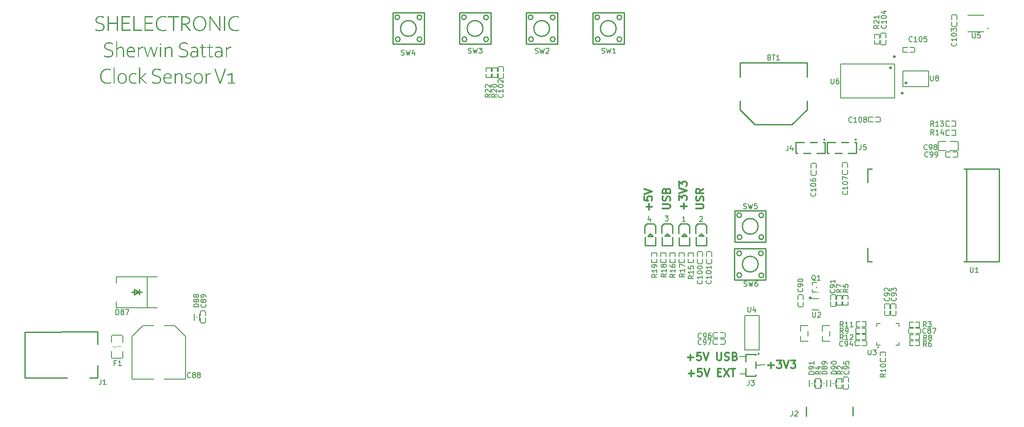
<source format=gto>
G04 #@! TF.GenerationSoftware,KiCad,Pcbnew,7.0.9*
G04 #@! TF.CreationDate,2024-10-07T22:48:35-04:00*
G04 #@! TF.ProjectId,Digital Clock,44696769-7461-46c2-9043-6c6f636b2e6b,rev?*
G04 #@! TF.SameCoordinates,Original*
G04 #@! TF.FileFunction,Legend,Top*
G04 #@! TF.FilePolarity,Positive*
%FSLAX46Y46*%
G04 Gerber Fmt 4.6, Leading zero omitted, Abs format (unit mm)*
G04 Created by KiCad (PCBNEW 7.0.9) date 2024-10-07 22:48:35*
%MOMM*%
%LPD*%
G01*
G04 APERTURE LIST*
%ADD10C,0.150000*%
%ADD11C,0.300000*%
%ADD12C,0.250000*%
%ADD13C,0.080000*%
%ADD14C,0.130000*%
%ADD15C,0.100000*%
%ADD16C,0.200000*%
%ADD17C,0.190000*%
%ADD18R,1.900000X1.300000*%
%ADD19R,0.540000X0.570000*%
%ADD20R,0.790000X0.540000*%
%ADD21R,2.100000X0.740000*%
%ADD22R,1.730000X1.190000*%
%ADD23O,1.500000X4.100000*%
%ADD24O,1.500000X3.600000*%
%ADD25O,3.600000X1.500000*%
%ADD26R,1.400000X1.000000*%
%ADD27R,0.550000X1.100000*%
%ADD28R,0.300000X1.100000*%
%ADD29O,1.100000X2.000000*%
%ADD30O,1.200000X1.800000*%
%ADD31R,0.570000X0.540000*%
%ADD32R,0.840000X0.320000*%
%ADD33R,0.950000X2.100000*%
%ADD34R,2.100000X0.950000*%
%ADD35R,0.900000X0.900000*%
%ADD36R,0.540000X0.790000*%
%ADD37R,1.250000X0.700000*%
%ADD38R,0.400000X0.600000*%
%ADD39C,4.100000*%
%ADD40C,7.400000*%
%ADD41O,0.570000X2.400000*%
%ADD42R,0.740000X1.900000*%
%ADD43R,1.650000X4.500000*%
%ADD44R,1.500000X2.400000*%
%ADD45O,0.950000X0.560000*%
%ADD46R,3.900000X4.180000*%
%ADD47C,7.000000*%
%ADD48O,0.590000X2.050000*%
%ADD49R,1.410000X1.350000*%
%ADD50R,0.300000X1.000000*%
%ADD51R,1.000000X0.300000*%
%ADD52R,2.150000X2.150000*%
%ADD53R,2.700000X3.300000*%
%ADD54R,0.510000X0.400000*%
%ADD55R,2.470000X0.980000*%
%ADD56R,2.470000X3.600000*%
G04 APERTURE END LIST*
D10*
X190144400Y-130124200D02*
X191211200Y-130124200D01*
X193252600Y-131758600D02*
X194995800Y-131749800D01*
X191236600Y-133451600D02*
X190195200Y-133451600D01*
D11*
X179264600Y-101426489D02*
X179264600Y-100283632D01*
X179836028Y-100855060D02*
X178693171Y-100855060D01*
X178336028Y-99712203D02*
X178336028Y-98783631D01*
X178336028Y-98783631D02*
X178907457Y-99283631D01*
X178907457Y-99283631D02*
X178907457Y-99069346D01*
X178907457Y-99069346D02*
X178978885Y-98926489D01*
X178978885Y-98926489D02*
X179050314Y-98855060D01*
X179050314Y-98855060D02*
X179193171Y-98783631D01*
X179193171Y-98783631D02*
X179550314Y-98783631D01*
X179550314Y-98783631D02*
X179693171Y-98855060D01*
X179693171Y-98855060D02*
X179764600Y-98926489D01*
X179764600Y-98926489D02*
X179836028Y-99069346D01*
X179836028Y-99069346D02*
X179836028Y-99497917D01*
X179836028Y-99497917D02*
X179764600Y-99640774D01*
X179764600Y-99640774D02*
X179693171Y-99712203D01*
X178336028Y-98355060D02*
X179836028Y-97855060D01*
X179836028Y-97855060D02*
X178336028Y-97355060D01*
X178336028Y-96997918D02*
X178336028Y-96069346D01*
X178336028Y-96069346D02*
X178907457Y-96569346D01*
X178907457Y-96569346D02*
X178907457Y-96355061D01*
X178907457Y-96355061D02*
X178978885Y-96212204D01*
X178978885Y-96212204D02*
X179050314Y-96140775D01*
X179050314Y-96140775D02*
X179193171Y-96069346D01*
X179193171Y-96069346D02*
X179550314Y-96069346D01*
X179550314Y-96069346D02*
X179693171Y-96140775D01*
X179693171Y-96140775D02*
X179764600Y-96212204D01*
X179764600Y-96212204D02*
X179836028Y-96355061D01*
X179836028Y-96355061D02*
X179836028Y-96783632D01*
X179836028Y-96783632D02*
X179764600Y-96926489D01*
X179764600Y-96926489D02*
X179693171Y-96997918D01*
G36*
X64919689Y-66657403D02*
G01*
X64919689Y-66399822D01*
X64946044Y-66415100D01*
X64974022Y-66429946D01*
X65003623Y-66444361D01*
X65034846Y-66458343D01*
X65067692Y-66471894D01*
X65102161Y-66485013D01*
X65138252Y-66497700D01*
X65175966Y-66509955D01*
X65215303Y-66521778D01*
X65256262Y-66533169D01*
X65284470Y-66540524D01*
X65326769Y-66550901D01*
X65367680Y-66560258D01*
X65407204Y-66568593D01*
X65445342Y-66575909D01*
X65482092Y-66582203D01*
X65517455Y-66587477D01*
X65551430Y-66591730D01*
X65584019Y-66594962D01*
X65615221Y-66597173D01*
X65645035Y-66598364D01*
X65664141Y-66598591D01*
X65709637Y-66598068D01*
X65753812Y-66596497D01*
X65796668Y-66593880D01*
X65838203Y-66590216D01*
X65878418Y-66585505D01*
X65917313Y-66579747D01*
X65954887Y-66572942D01*
X65991141Y-66565091D01*
X66026075Y-66556192D01*
X66059689Y-66546247D01*
X66091983Y-66535254D01*
X66122956Y-66523215D01*
X66152609Y-66510129D01*
X66180942Y-66495996D01*
X66207954Y-66480816D01*
X66233647Y-66464590D01*
X66257897Y-66447005D01*
X66291338Y-66417847D01*
X66321259Y-66385352D01*
X66347661Y-66349520D01*
X66363306Y-66323778D01*
X66377386Y-66296554D01*
X66389902Y-66267846D01*
X66400854Y-66237655D01*
X66410241Y-66205980D01*
X66418064Y-66172823D01*
X66424322Y-66138183D01*
X66429015Y-66102060D01*
X66432144Y-66064453D01*
X66433709Y-66025364D01*
X66433904Y-66005263D01*
X66433315Y-65975337D01*
X66430698Y-65937003D01*
X66425987Y-65900461D01*
X66419183Y-65865711D01*
X66410284Y-65832751D01*
X66399292Y-65801583D01*
X66386206Y-65772206D01*
X66371026Y-65744621D01*
X66366904Y-65738004D01*
X66349537Y-65712216D01*
X66330565Y-65687707D01*
X66309988Y-65664478D01*
X66287806Y-65642528D01*
X66264018Y-65621858D01*
X66238625Y-65602467D01*
X66211627Y-65584356D01*
X66183024Y-65567525D01*
X66150594Y-65551019D01*
X66122302Y-65538227D01*
X66090607Y-65525082D01*
X66055510Y-65511584D01*
X66017011Y-65497732D01*
X65975110Y-65483527D01*
X65945285Y-65473861D01*
X65913948Y-65464038D01*
X65881099Y-65454058D01*
X65846738Y-65443920D01*
X65810865Y-65433626D01*
X65773479Y-65423174D01*
X65754220Y-65417890D01*
X65720385Y-65409145D01*
X65687370Y-65400407D01*
X65655175Y-65391674D01*
X65623801Y-65382947D01*
X65593246Y-65374226D01*
X65563512Y-65365511D01*
X65534597Y-65356801D01*
X65492763Y-65343748D01*
X65452775Y-65330708D01*
X65414631Y-65317680D01*
X65378332Y-65304666D01*
X65343879Y-65291665D01*
X65311270Y-65278677D01*
X65280036Y-65264996D01*
X65249705Y-65249914D01*
X65220276Y-65233432D01*
X65191751Y-65215550D01*
X65164128Y-65196268D01*
X65137409Y-65175585D01*
X65111592Y-65153502D01*
X65086679Y-65130019D01*
X65062668Y-65105136D01*
X65039560Y-65078853D01*
X65024656Y-65060553D01*
X65003636Y-65031606D01*
X64984683Y-65000880D01*
X64967797Y-64968374D01*
X64952980Y-64934089D01*
X64940229Y-64898024D01*
X64929547Y-64860179D01*
X64920932Y-64820554D01*
X64914384Y-64779150D01*
X64909905Y-64735966D01*
X64908067Y-64706188D01*
X64907148Y-64675619D01*
X64907033Y-64660038D01*
X64908048Y-64615556D01*
X64911092Y-64572192D01*
X64916167Y-64529944D01*
X64923271Y-64488814D01*
X64932405Y-64448799D01*
X64943569Y-64409902D01*
X64956763Y-64372121D01*
X64971986Y-64335456D01*
X64989240Y-64299909D01*
X65008523Y-64265478D01*
X65029836Y-64232164D01*
X65053178Y-64199966D01*
X65078551Y-64168885D01*
X65105953Y-64138921D01*
X65135385Y-64110073D01*
X65166847Y-64082343D01*
X65199937Y-64055929D01*
X65234255Y-64031220D01*
X65269799Y-64008214D01*
X65306571Y-63986913D01*
X65344570Y-63967316D01*
X65383796Y-63949423D01*
X65424250Y-63933234D01*
X65465930Y-63918749D01*
X65508838Y-63905969D01*
X65552973Y-63894892D01*
X65598335Y-63885519D01*
X65644925Y-63877851D01*
X65692741Y-63871887D01*
X65741785Y-63867626D01*
X65792056Y-63865070D01*
X65843554Y-63864218D01*
X65877470Y-63864526D01*
X65911287Y-63865451D01*
X65945006Y-63866992D01*
X65978625Y-63869150D01*
X66012146Y-63871924D01*
X66045568Y-63875315D01*
X66078891Y-63879322D01*
X66112115Y-63883946D01*
X66145240Y-63889186D01*
X66178266Y-63895043D01*
X66211194Y-63901516D01*
X66244023Y-63908606D01*
X66276752Y-63916312D01*
X66309383Y-63924635D01*
X66341915Y-63933574D01*
X66374348Y-63943130D01*
X66406933Y-63955409D01*
X66439081Y-63968052D01*
X66470793Y-63981058D01*
X66502068Y-63994427D01*
X66532908Y-64008161D01*
X66563311Y-64022257D01*
X66575350Y-64027998D01*
X66575350Y-64281111D01*
X66545822Y-64267493D01*
X66517536Y-64254555D01*
X66481756Y-64238364D01*
X66448186Y-64223381D01*
X66416826Y-64209609D01*
X66387676Y-64197046D01*
X66354346Y-64183044D01*
X66324470Y-64170932D01*
X66295626Y-64159984D01*
X66264928Y-64149471D01*
X66232377Y-64139395D01*
X66197971Y-64129755D01*
X66169112Y-64122357D01*
X66139066Y-64115238D01*
X66107834Y-64108398D01*
X66075834Y-64102082D01*
X66043113Y-64096534D01*
X66009671Y-64091753D01*
X65975508Y-64087740D01*
X65940623Y-64084495D01*
X65905018Y-64082017D01*
X65868691Y-64080307D01*
X65831643Y-64079365D01*
X65788345Y-64079993D01*
X65746484Y-64081877D01*
X65706060Y-64085018D01*
X65667072Y-64089415D01*
X65629521Y-64095068D01*
X65593406Y-64101978D01*
X65558728Y-64110143D01*
X65525487Y-64119565D01*
X65493682Y-64130243D01*
X65463313Y-64142178D01*
X65434381Y-64155369D01*
X65406886Y-64169816D01*
X65380827Y-64185519D01*
X65356205Y-64202479D01*
X65321965Y-64230273D01*
X65311270Y-64240166D01*
X65281336Y-64271252D01*
X65254346Y-64304210D01*
X65230300Y-64339038D01*
X65209199Y-64375738D01*
X65191042Y-64414309D01*
X65175830Y-64454752D01*
X65163561Y-64497066D01*
X65157018Y-64526315D01*
X65151784Y-64556395D01*
X65147858Y-64587307D01*
X65145241Y-64619051D01*
X65143932Y-64651627D01*
X65143769Y-64668226D01*
X65144397Y-64699125D01*
X65147189Y-64738308D01*
X65152214Y-64775187D01*
X65159472Y-64809763D01*
X65168964Y-64842036D01*
X65180689Y-64872006D01*
X65194647Y-64899673D01*
X65210839Y-64925037D01*
X65215236Y-64931018D01*
X65239111Y-64959546D01*
X65260095Y-64980902D01*
X65282754Y-65000956D01*
X65307089Y-65019707D01*
X65333098Y-65037155D01*
X65360782Y-65053300D01*
X65390142Y-65068143D01*
X65413260Y-65078420D01*
X65446935Y-65091913D01*
X65474863Y-65102399D01*
X65505081Y-65113200D01*
X65537589Y-65124314D01*
X65572387Y-65135742D01*
X65609475Y-65147485D01*
X65648853Y-65159542D01*
X65690522Y-65171912D01*
X65719573Y-65180334D01*
X65749642Y-65188895D01*
X65780728Y-65197596D01*
X65796653Y-65201999D01*
X65832372Y-65212005D01*
X65867132Y-65221924D01*
X65900932Y-65231756D01*
X65933772Y-65241501D01*
X65965653Y-65251159D01*
X65996574Y-65260729D01*
X66026535Y-65270212D01*
X66055537Y-65279608D01*
X66097240Y-65293538D01*
X66136784Y-65307272D01*
X66174168Y-65320809D01*
X66209394Y-65334151D01*
X66242460Y-65347296D01*
X66253002Y-65351634D01*
X66284030Y-65365374D01*
X66314298Y-65380632D01*
X66343807Y-65397409D01*
X66372557Y-65415703D01*
X66400548Y-65435515D01*
X66427780Y-65456846D01*
X66454253Y-65479694D01*
X66479967Y-65504060D01*
X66504922Y-65529944D01*
X66529119Y-65557347D01*
X66544828Y-65576458D01*
X66567179Y-65606467D01*
X66587331Y-65638425D01*
X66605285Y-65672333D01*
X66621041Y-65708191D01*
X66634598Y-65745999D01*
X66645957Y-65785757D01*
X66655117Y-65827464D01*
X66662079Y-65871122D01*
X66665499Y-65901310D01*
X66667942Y-65932364D01*
X66669407Y-65964286D01*
X66669896Y-65997074D01*
X66668855Y-66044887D01*
X66665731Y-66091363D01*
X66660526Y-66136501D01*
X66653239Y-66180302D01*
X66643869Y-66222765D01*
X66632417Y-66263890D01*
X66618883Y-66303677D01*
X66603267Y-66342127D01*
X66585569Y-66379239D01*
X66565789Y-66415014D01*
X66543926Y-66449451D01*
X66519982Y-66482550D01*
X66493955Y-66514311D01*
X66465846Y-66544735D01*
X66435655Y-66573821D01*
X66403382Y-66601569D01*
X66369213Y-66627802D01*
X66333334Y-66652343D01*
X66295745Y-66675191D01*
X66256446Y-66696347D01*
X66215437Y-66715810D01*
X66172718Y-66733581D01*
X66128289Y-66749660D01*
X66082151Y-66764046D01*
X66034302Y-66776739D01*
X65984744Y-66787740D01*
X65933475Y-66797049D01*
X65880497Y-66804665D01*
X65825809Y-66810588D01*
X65769411Y-66814820D01*
X65711303Y-66817358D01*
X65651485Y-66818204D01*
X65613793Y-66817740D01*
X65575813Y-66816346D01*
X65537545Y-66814023D01*
X65498989Y-66810772D01*
X65460145Y-66806591D01*
X65421013Y-66801480D01*
X65381594Y-66795441D01*
X65341886Y-66788473D01*
X65301891Y-66780575D01*
X65261607Y-66771749D01*
X65234592Y-66765348D01*
X65195140Y-66755292D01*
X65157742Y-66745222D01*
X65122398Y-66735139D01*
X65089110Y-66725043D01*
X65057875Y-66714934D01*
X65028696Y-66704812D01*
X64992985Y-66691296D01*
X64960927Y-66677756D01*
X64932522Y-66664193D01*
X64919689Y-66657403D01*
G37*
G36*
X67257268Y-63911863D02*
G01*
X67488793Y-63911863D01*
X67488793Y-65198276D01*
X69066287Y-65198276D01*
X69066287Y-63911863D01*
X69297812Y-63911863D01*
X69297812Y-66770560D01*
X69066287Y-66770560D01*
X69066287Y-65413423D01*
X67488793Y-65413423D01*
X67488793Y-66770560D01*
X67257268Y-66770560D01*
X67257268Y-63911863D01*
G37*
G36*
X69984941Y-63911863D02*
G01*
X71627947Y-63911863D01*
X71627947Y-64127010D01*
X70216466Y-64127010D01*
X70216466Y-65198276D01*
X71508091Y-65198276D01*
X71508091Y-65413423D01*
X70216466Y-65413423D01*
X70216466Y-66555413D01*
X71709093Y-66555413D01*
X71709093Y-66770560D01*
X69984941Y-66770560D01*
X69984941Y-63911863D01*
G37*
G36*
X72271899Y-63911863D02*
G01*
X72503423Y-63911863D01*
X72503423Y-66555413D01*
X73923093Y-66555413D01*
X73923093Y-66770560D01*
X72271899Y-66770560D01*
X72271899Y-63911863D01*
G37*
G36*
X74424854Y-63911863D02*
G01*
X76067860Y-63911863D01*
X76067860Y-64127010D01*
X74656379Y-64127010D01*
X74656379Y-65198276D01*
X75948003Y-65198276D01*
X75948003Y-65413423D01*
X74656379Y-65413423D01*
X74656379Y-66555413D01*
X76149006Y-66555413D01*
X76149006Y-66770560D01*
X74424854Y-66770560D01*
X74424854Y-63911863D01*
G37*
G36*
X76625455Y-65367267D02*
G01*
X76626162Y-65312026D01*
X76628282Y-65257600D01*
X76631815Y-65203988D01*
X76636761Y-65151190D01*
X76643121Y-65099206D01*
X76650894Y-65048037D01*
X76660081Y-64997681D01*
X76670680Y-64948141D01*
X76682693Y-64899414D01*
X76696120Y-64851501D01*
X76710959Y-64804403D01*
X76727212Y-64758119D01*
X76744878Y-64712649D01*
X76763958Y-64667994D01*
X76784451Y-64624153D01*
X76806357Y-64581126D01*
X76829540Y-64539015D01*
X76853862Y-64498108D01*
X76879325Y-64458404D01*
X76905927Y-64419905D01*
X76933670Y-64382610D01*
X76962552Y-64346518D01*
X76992575Y-64311631D01*
X77023737Y-64277947D01*
X77056039Y-64245468D01*
X77089481Y-64214192D01*
X77124063Y-64184120D01*
X77159786Y-64155252D01*
X77196648Y-64127588D01*
X77234650Y-64101128D01*
X77273791Y-64075872D01*
X77314073Y-64051820D01*
X77355393Y-64029103D01*
X77397464Y-64007851D01*
X77440284Y-63988065D01*
X77483855Y-63969744D01*
X77528176Y-63952889D01*
X77573247Y-63937500D01*
X77619069Y-63923577D01*
X77665641Y-63911119D01*
X77712963Y-63900126D01*
X77761035Y-63890600D01*
X77809858Y-63882539D01*
X77859431Y-63875943D01*
X77909754Y-63870813D01*
X77960828Y-63867149D01*
X78012651Y-63864951D01*
X78065226Y-63864218D01*
X78097749Y-63864519D01*
X78130272Y-63865422D01*
X78162795Y-63866927D01*
X78195319Y-63869034D01*
X78227842Y-63871743D01*
X78260365Y-63875053D01*
X78292888Y-63878966D01*
X78325412Y-63883481D01*
X78357935Y-63888597D01*
X78390458Y-63894316D01*
X78412140Y-63898463D01*
X78444070Y-63905047D01*
X78474535Y-63911959D01*
X78503533Y-63919198D01*
X78539918Y-63929358D01*
X78573698Y-63940101D01*
X78604872Y-63951424D01*
X78633440Y-63963330D01*
X78665487Y-63979030D01*
X78677165Y-63985564D01*
X78677165Y-64208899D01*
X78633749Y-64193755D01*
X78591158Y-64179587D01*
X78549393Y-64166396D01*
X78508454Y-64154182D01*
X78468341Y-64142946D01*
X78429053Y-64132686D01*
X78390592Y-64123404D01*
X78352956Y-64115099D01*
X78316147Y-64107770D01*
X78280163Y-64101419D01*
X78245005Y-64096045D01*
X78210673Y-64091648D01*
X78177167Y-64088228D01*
X78144486Y-64085786D01*
X78112632Y-64084320D01*
X78081603Y-64083832D01*
X78039690Y-64084401D01*
X77998260Y-64086111D01*
X77957312Y-64088961D01*
X77916847Y-64092951D01*
X77876865Y-64098081D01*
X77837365Y-64104350D01*
X77798348Y-64111760D01*
X77759814Y-64120310D01*
X77721763Y-64129999D01*
X77684194Y-64140829D01*
X77647108Y-64152798D01*
X77610505Y-64165907D01*
X77574384Y-64180157D01*
X77538747Y-64195546D01*
X77503592Y-64212075D01*
X77468919Y-64229744D01*
X77435021Y-64248451D01*
X77402000Y-64268281D01*
X77369858Y-64289233D01*
X77338594Y-64311308D01*
X77308208Y-64334505D01*
X77278700Y-64358825D01*
X77250071Y-64384267D01*
X77222320Y-64410832D01*
X77195447Y-64438519D01*
X77169452Y-64467329D01*
X77144335Y-64497261D01*
X77120097Y-64528316D01*
X77096737Y-64560493D01*
X77074255Y-64593793D01*
X77052651Y-64628215D01*
X77031926Y-64663760D01*
X77012364Y-64700375D01*
X76994063Y-64738007D01*
X76977025Y-64776658D01*
X76961249Y-64816326D01*
X76946736Y-64857012D01*
X76933484Y-64898716D01*
X76921494Y-64941438D01*
X76910766Y-64985177D01*
X76901301Y-65029934D01*
X76893097Y-65075709D01*
X76886156Y-65122502D01*
X76880476Y-65170313D01*
X76876059Y-65219141D01*
X76872904Y-65268988D01*
X76871011Y-65319852D01*
X76870380Y-65371734D01*
X76870695Y-65408501D01*
X76871639Y-65444731D01*
X76873213Y-65480422D01*
X76875416Y-65515576D01*
X76878250Y-65550192D01*
X76881712Y-65584269D01*
X76885805Y-65617809D01*
X76890526Y-65650810D01*
X76895878Y-65683274D01*
X76901859Y-65715200D01*
X76908470Y-65746587D01*
X76915710Y-65777437D01*
X76923580Y-65807749D01*
X76932079Y-65837522D01*
X76941208Y-65866758D01*
X76950967Y-65895456D01*
X76961355Y-65923616D01*
X76984020Y-65978321D01*
X77009203Y-66030875D01*
X77036905Y-66081277D01*
X77067125Y-66129527D01*
X77099864Y-66175624D01*
X77135120Y-66219570D01*
X77172896Y-66261364D01*
X77192728Y-66281454D01*
X77234234Y-66319858D01*
X77277979Y-66355783D01*
X77323963Y-66389231D01*
X77372187Y-66420202D01*
X77422650Y-66448694D01*
X77475352Y-66474710D01*
X77530293Y-66498247D01*
X77558603Y-66509087D01*
X77587473Y-66519307D01*
X77616903Y-66528908D01*
X77646893Y-66537889D01*
X77677442Y-66546251D01*
X77708551Y-66553994D01*
X77740221Y-66561117D01*
X77772449Y-66567621D01*
X77805238Y-66573505D01*
X77838586Y-66578770D01*
X77872495Y-66583416D01*
X77906963Y-66587442D01*
X77941990Y-66590848D01*
X77977578Y-66593636D01*
X78013725Y-66595804D01*
X78050432Y-66597352D01*
X78087699Y-66598281D01*
X78125526Y-66598591D01*
X78161120Y-66598102D01*
X78196807Y-66596637D01*
X78232588Y-66594194D01*
X78268461Y-66590774D01*
X78304427Y-66586377D01*
X78340487Y-66581003D01*
X78376639Y-66574652D01*
X78412885Y-66567324D01*
X78449223Y-66559019D01*
X78485655Y-66549736D01*
X78522180Y-66539477D01*
X78558797Y-66528240D01*
X78595508Y-66516027D01*
X78632312Y-66502836D01*
X78669209Y-66488668D01*
X78706199Y-66473523D01*
X78706199Y-66695370D01*
X78675444Y-66710666D01*
X78643479Y-66724915D01*
X78610304Y-66738118D01*
X78575920Y-66750273D01*
X78540326Y-66761382D01*
X78503522Y-66771444D01*
X78465508Y-66780458D01*
X78436204Y-66786533D01*
X78426285Y-66788426D01*
X78396455Y-66793748D01*
X78366429Y-66798546D01*
X78336207Y-66802821D01*
X78305788Y-66806572D01*
X78275173Y-66809800D01*
X78244362Y-66812505D01*
X78213355Y-66814686D01*
X78182151Y-66816343D01*
X78150751Y-66817477D01*
X78119155Y-66818088D01*
X78097981Y-66818204D01*
X78054006Y-66817836D01*
X78010668Y-66816730D01*
X77967969Y-66814887D01*
X77925908Y-66812307D01*
X77884486Y-66808990D01*
X77843702Y-66804935D01*
X77803556Y-66800143D01*
X77764048Y-66794615D01*
X77725179Y-66788349D01*
X77686948Y-66781345D01*
X77649355Y-66773605D01*
X77612401Y-66765127D01*
X77576085Y-66755913D01*
X77540407Y-66745961D01*
X77505368Y-66735271D01*
X77470967Y-66723845D01*
X77437204Y-66711682D01*
X77404079Y-66698781D01*
X77371593Y-66685143D01*
X77339745Y-66670768D01*
X77308536Y-66655656D01*
X77277964Y-66639806D01*
X77248031Y-66623220D01*
X77218737Y-66605896D01*
X77190081Y-66587835D01*
X77162063Y-66569037D01*
X77134683Y-66549502D01*
X77107941Y-66529229D01*
X77081838Y-66508219D01*
X77056374Y-66486472D01*
X77031547Y-66463988D01*
X77007359Y-66440767D01*
X76983863Y-66416866D01*
X76961113Y-66392343D01*
X76939109Y-66367197D01*
X76917850Y-66341429D01*
X76897338Y-66315039D01*
X76877571Y-66288027D01*
X76858551Y-66260392D01*
X76840276Y-66232134D01*
X76822747Y-66203255D01*
X76805964Y-66173753D01*
X76789927Y-66143629D01*
X76774636Y-66112883D01*
X76760091Y-66081514D01*
X76746292Y-66049523D01*
X76733238Y-66016909D01*
X76720931Y-65983674D01*
X76709369Y-65949815D01*
X76698554Y-65915335D01*
X76688484Y-65880232D01*
X76679160Y-65844507D01*
X76670582Y-65808160D01*
X76662750Y-65771191D01*
X76655664Y-65733599D01*
X76649324Y-65695384D01*
X76643730Y-65656548D01*
X76638881Y-65617089D01*
X76634779Y-65577008D01*
X76631422Y-65536304D01*
X76628812Y-65494978D01*
X76626947Y-65453030D01*
X76625828Y-65410460D01*
X76625455Y-65367267D01*
G37*
G36*
X79940501Y-64131476D02*
G01*
X78975691Y-64131476D01*
X78975691Y-63911863D01*
X81142046Y-63911863D01*
X81142046Y-64131476D01*
X80172770Y-64131476D01*
X80172770Y-66770560D01*
X79940501Y-66770560D01*
X79940501Y-64131476D01*
G37*
G36*
X82226361Y-63911947D02*
G01*
X82257876Y-63912200D01*
X82288500Y-63912622D01*
X82332768Y-63913571D01*
X82375034Y-63914899D01*
X82415297Y-63916607D01*
X82453559Y-63918694D01*
X82489818Y-63921161D01*
X82524075Y-63924007D01*
X82556330Y-63927233D01*
X82586583Y-63930838D01*
X82605639Y-63933452D01*
X82648738Y-63942575D01*
X82690469Y-63952636D01*
X82730832Y-63963635D01*
X82769826Y-63975572D01*
X82807452Y-63988446D01*
X82843710Y-64002259D01*
X82878600Y-64017009D01*
X82912121Y-64032697D01*
X82944274Y-64049323D01*
X82975059Y-64066887D01*
X83004476Y-64085388D01*
X83032525Y-64104827D01*
X83059205Y-64125205D01*
X83084517Y-64146520D01*
X83108461Y-64168772D01*
X83131037Y-64191963D01*
X83152244Y-64216092D01*
X83172083Y-64241158D01*
X83190554Y-64267162D01*
X83207657Y-64294104D01*
X83223392Y-64321984D01*
X83237758Y-64350802D01*
X83250756Y-64380558D01*
X83262386Y-64411251D01*
X83272648Y-64442882D01*
X83281541Y-64475451D01*
X83289066Y-64508958D01*
X83295223Y-64543403D01*
X83300012Y-64578785D01*
X83303433Y-64615106D01*
X83305485Y-64652364D01*
X83306169Y-64690560D01*
X83305268Y-64735012D01*
X83302563Y-64778475D01*
X83298056Y-64820950D01*
X83291745Y-64862435D01*
X83283632Y-64902932D01*
X83273716Y-64942441D01*
X83261996Y-64980960D01*
X83248474Y-65018491D01*
X83233149Y-65055033D01*
X83216020Y-65090587D01*
X83197089Y-65125151D01*
X83176355Y-65158727D01*
X83153818Y-65191315D01*
X83129478Y-65222913D01*
X83103335Y-65253523D01*
X83075389Y-65283144D01*
X83046006Y-65311288D01*
X83015553Y-65337652D01*
X82984031Y-65362236D01*
X82951438Y-65385041D01*
X82917774Y-65406066D01*
X82883041Y-65425311D01*
X82847237Y-65442777D01*
X82810364Y-65458463D01*
X82772420Y-65472369D01*
X82733406Y-65484495D01*
X82693322Y-65494842D01*
X82652168Y-65503409D01*
X82609943Y-65510196D01*
X82566649Y-65515204D01*
X82522284Y-65518432D01*
X82497735Y-65519214D01*
X83495260Y-66770560D01*
X83208646Y-66770560D01*
X82230436Y-65556358D01*
X81788231Y-65556358D01*
X81788231Y-66770560D01*
X81556706Y-66770560D01*
X81556706Y-64127010D01*
X81788231Y-64127010D01*
X81788231Y-65341211D01*
X82181302Y-65341211D01*
X82236510Y-65340615D01*
X82289910Y-65338827D01*
X82341501Y-65335846D01*
X82391284Y-65331673D01*
X82439257Y-65326308D01*
X82485422Y-65319750D01*
X82529778Y-65312000D01*
X82572325Y-65303058D01*
X82613064Y-65292924D01*
X82651993Y-65281597D01*
X82689114Y-65269078D01*
X82724426Y-65255367D01*
X82757929Y-65240463D01*
X82789624Y-65224367D01*
X82819510Y-65207079D01*
X82847586Y-65188599D01*
X82874000Y-65168664D01*
X82898709Y-65147200D01*
X82921715Y-65124206D01*
X82943016Y-65099683D01*
X82962613Y-65073630D01*
X82980506Y-65046048D01*
X82996695Y-65016935D01*
X83011180Y-64986294D01*
X83023961Y-64954122D01*
X83035037Y-64920421D01*
X83044410Y-64885191D01*
X83052078Y-64848430D01*
X83058042Y-64810141D01*
X83062303Y-64770321D01*
X83064859Y-64728972D01*
X83065711Y-64686093D01*
X83064812Y-64648371D01*
X83062117Y-64612067D01*
X83057624Y-64577182D01*
X83051334Y-64543717D01*
X83043247Y-64511671D01*
X83033362Y-64481043D01*
X83021681Y-64451835D01*
X83008202Y-64424046D01*
X82992926Y-64397676D01*
X82975853Y-64372725D01*
X82956983Y-64349194D01*
X82936316Y-64327081D01*
X82913851Y-64306388D01*
X82889590Y-64287113D01*
X82863531Y-64269258D01*
X82835675Y-64252822D01*
X82806214Y-64237587D01*
X82775154Y-64223335D01*
X82742494Y-64210066D01*
X82708234Y-64197779D01*
X82672376Y-64186476D01*
X82634917Y-64176155D01*
X82595860Y-64166818D01*
X82555203Y-64158463D01*
X82512946Y-64151091D01*
X82469091Y-64144702D01*
X82423635Y-64139296D01*
X82376581Y-64134873D01*
X82327927Y-64131433D01*
X82277673Y-64128976D01*
X82225821Y-64127501D01*
X82172368Y-64127010D01*
X81788231Y-64127010D01*
X81556706Y-64127010D01*
X81556706Y-63911863D01*
X82193957Y-63911863D01*
X82226361Y-63911947D01*
G37*
G36*
X85196985Y-63864965D02*
G01*
X85244536Y-63867208D01*
X85291344Y-63870944D01*
X85337407Y-63876176D01*
X85382725Y-63882902D01*
X85427299Y-63891123D01*
X85471129Y-63900839D01*
X85514214Y-63912049D01*
X85556555Y-63924754D01*
X85598151Y-63938954D01*
X85639003Y-63954649D01*
X85679110Y-63971838D01*
X85718473Y-63990522D01*
X85757092Y-64010701D01*
X85794966Y-64032374D01*
X85832095Y-64055542D01*
X85868323Y-64079935D01*
X85903493Y-64105467D01*
X85937604Y-64132139D01*
X85970656Y-64159952D01*
X86002650Y-64188904D01*
X86033586Y-64218996D01*
X86063463Y-64250228D01*
X86092281Y-64282600D01*
X86120041Y-64316112D01*
X86146743Y-64350764D01*
X86172386Y-64386556D01*
X86196970Y-64423488D01*
X86220496Y-64461560D01*
X86242963Y-64500771D01*
X86264372Y-64541123D01*
X86284722Y-64582614D01*
X86303924Y-64624935D01*
X86321887Y-64667959D01*
X86338611Y-64711687D01*
X86354096Y-64756118D01*
X86368342Y-64801254D01*
X86381350Y-64847093D01*
X86393119Y-64893636D01*
X86403648Y-64940882D01*
X86412940Y-64988832D01*
X86420992Y-65037486D01*
X86427805Y-65086844D01*
X86433380Y-65136906D01*
X86437716Y-65187671D01*
X86440813Y-65239140D01*
X86442671Y-65291313D01*
X86443291Y-65344189D01*
X86442651Y-65396347D01*
X86440731Y-65447854D01*
X86437533Y-65498709D01*
X86433054Y-65548913D01*
X86427296Y-65598466D01*
X86420259Y-65647367D01*
X86411942Y-65695617D01*
X86402346Y-65743215D01*
X86391470Y-65790162D01*
X86379314Y-65836458D01*
X86365879Y-65882102D01*
X86351165Y-65927095D01*
X86335171Y-65971437D01*
X86317897Y-66015127D01*
X86299344Y-66058165D01*
X86279511Y-66100553D01*
X86258530Y-66141957D01*
X86236531Y-66182233D01*
X86213514Y-66221381D01*
X86189479Y-66259400D01*
X86164426Y-66296291D01*
X86138356Y-66332054D01*
X86111268Y-66366688D01*
X86083162Y-66400195D01*
X86054038Y-66432572D01*
X86023896Y-66463822D01*
X85992737Y-66493943D01*
X85960560Y-66522936D01*
X85927365Y-66550801D01*
X85893152Y-66577537D01*
X85857921Y-66603145D01*
X85821673Y-66627625D01*
X85784625Y-66650703D01*
X85746995Y-66672292D01*
X85708784Y-66692392D01*
X85669991Y-66711003D01*
X85630616Y-66728126D01*
X85590660Y-66743759D01*
X85550122Y-66757904D01*
X85509003Y-66770560D01*
X85467302Y-66781726D01*
X85425020Y-66791404D01*
X85382155Y-66799593D01*
X85338710Y-66806293D01*
X85294682Y-66811504D01*
X85250073Y-66815227D01*
X85204883Y-66817460D01*
X85159111Y-66818204D01*
X85110174Y-66817463D01*
X85062006Y-66815238D01*
X85014605Y-66811531D01*
X84967972Y-66806340D01*
X84922107Y-66799666D01*
X84877010Y-66791509D01*
X84832680Y-66781869D01*
X84789118Y-66770746D01*
X84746323Y-66758139D01*
X84704297Y-66744050D01*
X84663038Y-66728478D01*
X84622547Y-66711422D01*
X84582823Y-66692883D01*
X84543867Y-66672862D01*
X84505679Y-66651357D01*
X84468259Y-66628369D01*
X84431851Y-66604073D01*
X84396512Y-66578642D01*
X84362244Y-66552077D01*
X84329046Y-66524378D01*
X84296919Y-66495545D01*
X84265861Y-66465578D01*
X84235873Y-66434477D01*
X84206956Y-66402242D01*
X84179109Y-66368872D01*
X84152332Y-66334369D01*
X84126625Y-66298731D01*
X84101988Y-66261959D01*
X84078422Y-66224053D01*
X84055925Y-66185013D01*
X84034499Y-66144839D01*
X84014143Y-66103530D01*
X83994941Y-66061219D01*
X83976979Y-66018221D01*
X83960255Y-65974537D01*
X83944769Y-65930166D01*
X83930523Y-65885109D01*
X83917515Y-65839366D01*
X83905747Y-65792937D01*
X83895217Y-65745821D01*
X83885926Y-65698019D01*
X83877873Y-65649531D01*
X83871060Y-65600356D01*
X83865485Y-65550495D01*
X83861149Y-65499948D01*
X83858052Y-65448715D01*
X83856194Y-65396795D01*
X83855575Y-65344189D01*
X84100499Y-65344189D01*
X84101052Y-65393710D01*
X84102710Y-65442329D01*
X84105472Y-65490046D01*
X84109340Y-65536863D01*
X84114313Y-65582777D01*
X84120390Y-65627790D01*
X84127573Y-65671902D01*
X84135861Y-65715112D01*
X84145254Y-65757421D01*
X84155752Y-65798828D01*
X84167355Y-65839334D01*
X84180063Y-65878938D01*
X84193876Y-65917641D01*
X84208794Y-65955443D01*
X84224817Y-65992342D01*
X84241945Y-66028341D01*
X84260013Y-66063344D01*
X84278854Y-66097261D01*
X84298469Y-66130089D01*
X84318857Y-66161830D01*
X84340018Y-66192484D01*
X84361953Y-66222049D01*
X84384662Y-66250528D01*
X84408144Y-66277918D01*
X84432400Y-66304221D01*
X84457429Y-66329437D01*
X84483232Y-66353564D01*
X84509809Y-66376605D01*
X84537159Y-66398557D01*
X84565282Y-66419422D01*
X84594179Y-66439200D01*
X84623849Y-66457890D01*
X84654119Y-66475469D01*
X84684813Y-66491913D01*
X84715932Y-66507224D01*
X84747475Y-66521401D01*
X84779443Y-66534443D01*
X84811835Y-66546351D01*
X84844652Y-66557126D01*
X84877894Y-66566766D01*
X84911560Y-66575272D01*
X84945650Y-66582643D01*
X84980166Y-66588881D01*
X85015106Y-66593985D01*
X85050470Y-66597954D01*
X85086259Y-66600790D01*
X85122472Y-66602491D01*
X85159111Y-66603058D01*
X85195004Y-66602494D01*
X85230473Y-66600801D01*
X85265518Y-66597980D01*
X85300138Y-66594031D01*
X85334333Y-66588954D01*
X85368104Y-66582748D01*
X85401450Y-66575414D01*
X85434372Y-66566952D01*
X85466869Y-66557361D01*
X85498941Y-66546642D01*
X85530589Y-66534795D01*
X85561813Y-66521819D01*
X85592611Y-66507716D01*
X85622986Y-66492483D01*
X85652935Y-66476123D01*
X85682460Y-66458634D01*
X85711491Y-66439944D01*
X85739772Y-66420167D01*
X85767302Y-66399302D01*
X85794082Y-66377349D01*
X85820111Y-66354309D01*
X85845391Y-66330181D01*
X85869920Y-66304966D01*
X85893699Y-66278663D01*
X85916727Y-66251272D01*
X85939006Y-66222794D01*
X85960534Y-66193228D01*
X85981311Y-66162575D01*
X86001339Y-66130834D01*
X86020616Y-66098005D01*
X86039143Y-66064089D01*
X86056920Y-66029085D01*
X86073868Y-65993084D01*
X86089722Y-65956175D01*
X86104483Y-65918359D01*
X86118151Y-65879636D01*
X86130725Y-65840006D01*
X86142206Y-65799468D01*
X86152594Y-65758023D01*
X86161888Y-65715671D01*
X86170088Y-65672411D01*
X86177195Y-65628244D01*
X86183209Y-65583170D01*
X86188130Y-65537188D01*
X86191957Y-65490299D01*
X86194690Y-65442503D01*
X86196330Y-65393800D01*
X86196877Y-65344189D01*
X86196330Y-65295113D01*
X86194690Y-65246898D01*
X86191957Y-65199544D01*
X86188130Y-65153051D01*
X86183209Y-65107418D01*
X86177195Y-65062647D01*
X86170088Y-65018736D01*
X86161888Y-64975685D01*
X86152594Y-64933496D01*
X86142206Y-64892167D01*
X86130725Y-64851699D01*
X86118151Y-64812092D01*
X86104483Y-64773345D01*
X86089722Y-64735460D01*
X86073868Y-64698435D01*
X86056920Y-64662271D01*
X86039132Y-64626985D01*
X86020570Y-64592781D01*
X86001234Y-64559659D01*
X85981125Y-64527618D01*
X85960243Y-64496659D01*
X85938587Y-64466782D01*
X85916157Y-64437987D01*
X85892954Y-64410274D01*
X85868978Y-64383642D01*
X85844228Y-64358092D01*
X85818704Y-64333624D01*
X85792407Y-64310238D01*
X85765336Y-64287934D01*
X85737492Y-64266711D01*
X85708874Y-64246570D01*
X85679483Y-64227511D01*
X85649492Y-64209571D01*
X85619077Y-64192789D01*
X85588238Y-64177164D01*
X85556974Y-64162697D01*
X85525285Y-64149387D01*
X85493172Y-64137234D01*
X85460634Y-64126239D01*
X85427672Y-64116401D01*
X85394285Y-64107721D01*
X85360473Y-64100198D01*
X85326237Y-64093832D01*
X85291576Y-64088624D01*
X85256491Y-64084573D01*
X85220981Y-64081680D01*
X85185047Y-64079943D01*
X85148688Y-64079365D01*
X85112777Y-64079943D01*
X85077256Y-64081680D01*
X85042124Y-64084573D01*
X85007382Y-64088624D01*
X84973029Y-64093832D01*
X84939067Y-64100198D01*
X84905494Y-64107721D01*
X84872310Y-64116401D01*
X84839517Y-64126239D01*
X84807113Y-64137234D01*
X84775098Y-64149387D01*
X84743474Y-64162697D01*
X84712239Y-64177164D01*
X84681393Y-64192789D01*
X84650938Y-64209571D01*
X84620872Y-64227511D01*
X84591384Y-64246570D01*
X84562665Y-64266711D01*
X84534713Y-64287934D01*
X84507529Y-64310238D01*
X84481112Y-64333624D01*
X84455464Y-64358092D01*
X84430583Y-64383642D01*
X84406469Y-64410274D01*
X84383124Y-64437987D01*
X84360546Y-64466782D01*
X84338736Y-64496659D01*
X84317693Y-64527618D01*
X84297419Y-64559659D01*
X84277912Y-64592781D01*
X84259172Y-64626985D01*
X84241201Y-64662271D01*
X84224163Y-64698435D01*
X84208224Y-64735460D01*
X84193384Y-64773345D01*
X84179644Y-64812092D01*
X84167003Y-64851699D01*
X84155461Y-64892167D01*
X84145018Y-64933496D01*
X84135675Y-64975685D01*
X84127431Y-65018736D01*
X84120286Y-65062647D01*
X84114240Y-65107418D01*
X84109293Y-65153051D01*
X84105446Y-65199544D01*
X84102698Y-65246898D01*
X84101049Y-65295113D01*
X84100499Y-65344189D01*
X83855575Y-65344189D01*
X83856217Y-65291845D01*
X83858145Y-65240152D01*
X83861359Y-65189110D01*
X83865857Y-65138720D01*
X83871641Y-65088982D01*
X83878711Y-65039894D01*
X83887066Y-64991458D01*
X83896706Y-64943674D01*
X83907631Y-64896541D01*
X83919842Y-64850059D01*
X83933338Y-64804229D01*
X83948119Y-64759050D01*
X83964186Y-64714522D01*
X83981538Y-64670646D01*
X84000176Y-64627421D01*
X84020099Y-64584848D01*
X84041263Y-64543086D01*
X84063440Y-64502481D01*
X84086628Y-64463034D01*
X84110829Y-64424744D01*
X84136041Y-64387612D01*
X84162266Y-64351637D01*
X84189502Y-64316819D01*
X84217751Y-64283159D01*
X84247011Y-64250656D01*
X84277284Y-64219310D01*
X84308568Y-64189122D01*
X84340864Y-64160091D01*
X84374173Y-64132218D01*
X84408493Y-64105502D01*
X84443826Y-64079943D01*
X84480170Y-64055542D01*
X84517329Y-64032374D01*
X84555104Y-64010701D01*
X84593496Y-63990522D01*
X84632504Y-63971838D01*
X84672128Y-63954649D01*
X84712369Y-63938954D01*
X84753227Y-63924754D01*
X84794701Y-63912049D01*
X84836792Y-63900839D01*
X84879499Y-63891123D01*
X84922823Y-63882902D01*
X84966763Y-63876176D01*
X85011319Y-63870944D01*
X85056492Y-63867208D01*
X85102282Y-63864965D01*
X85148688Y-63864218D01*
X85196985Y-63864965D01*
G37*
G36*
X87233154Y-63911863D02*
G01*
X88500956Y-65690359D01*
X89022073Y-66439278D01*
X89009417Y-66451934D01*
X89004549Y-66419004D01*
X88999995Y-66383305D01*
X88995755Y-66344838D01*
X88991830Y-66303602D01*
X88988218Y-66259598D01*
X88984920Y-66212825D01*
X88981937Y-66163284D01*
X88979267Y-66110975D01*
X88976911Y-66055897D01*
X88974870Y-65998051D01*
X88973967Y-65968089D01*
X88973143Y-65937436D01*
X88972397Y-65906091D01*
X88971729Y-65874053D01*
X88971141Y-65841323D01*
X88970630Y-65807901D01*
X88970198Y-65773787D01*
X88969845Y-65738981D01*
X88969570Y-65703483D01*
X88969374Y-65667293D01*
X88969256Y-65630411D01*
X88969217Y-65592836D01*
X88969217Y-63911863D01*
X89200741Y-63911863D01*
X89200741Y-66770560D01*
X89005695Y-66770560D01*
X87734171Y-64973452D01*
X87221243Y-64231233D01*
X87229432Y-64223044D01*
X87234390Y-64256876D01*
X87239029Y-64294349D01*
X87243347Y-64335462D01*
X87247345Y-64380217D01*
X87251024Y-64428612D01*
X87254383Y-64480648D01*
X87257422Y-64536325D01*
X87260141Y-64595642D01*
X87261380Y-64626667D01*
X87262540Y-64658601D01*
X87263619Y-64691446D01*
X87264619Y-64725200D01*
X87265539Y-64759865D01*
X87266378Y-64795441D01*
X87267138Y-64831926D01*
X87267818Y-64869322D01*
X87268418Y-64907627D01*
X87268937Y-64946844D01*
X87269377Y-64986970D01*
X87269737Y-65028006D01*
X87270017Y-65069953D01*
X87270217Y-65112810D01*
X87270337Y-65156577D01*
X87270377Y-65201254D01*
X87270377Y-66770560D01*
X87038852Y-66770560D01*
X87038852Y-63911863D01*
X87233154Y-63911863D01*
G37*
G36*
X89882660Y-63911863D02*
G01*
X90114184Y-63911863D01*
X90114184Y-66770560D01*
X89882660Y-66770560D01*
X89882660Y-63911863D01*
G37*
G36*
X90719424Y-65367267D02*
G01*
X90720131Y-65312026D01*
X90722251Y-65257600D01*
X90725784Y-65203988D01*
X90730730Y-65151190D01*
X90737090Y-65099206D01*
X90744863Y-65048037D01*
X90754050Y-64997681D01*
X90764649Y-64948141D01*
X90776662Y-64899414D01*
X90790089Y-64851501D01*
X90804928Y-64804403D01*
X90821181Y-64758119D01*
X90838847Y-64712649D01*
X90857927Y-64667994D01*
X90878420Y-64624153D01*
X90900326Y-64581126D01*
X90923509Y-64539015D01*
X90947831Y-64498108D01*
X90973294Y-64458404D01*
X90999896Y-64419905D01*
X91027639Y-64382610D01*
X91056521Y-64346518D01*
X91086544Y-64311631D01*
X91117706Y-64277947D01*
X91150008Y-64245468D01*
X91183450Y-64214192D01*
X91218032Y-64184120D01*
X91253755Y-64155252D01*
X91290617Y-64127588D01*
X91328619Y-64101128D01*
X91367760Y-64075872D01*
X91408042Y-64051820D01*
X91449362Y-64029103D01*
X91491433Y-64007851D01*
X91534253Y-63988065D01*
X91577824Y-63969744D01*
X91622145Y-63952889D01*
X91667216Y-63937500D01*
X91713038Y-63923577D01*
X91759610Y-63911119D01*
X91806932Y-63900126D01*
X91855004Y-63890600D01*
X91903827Y-63882539D01*
X91953400Y-63875943D01*
X92003723Y-63870813D01*
X92054797Y-63867149D01*
X92106620Y-63864951D01*
X92159195Y-63864218D01*
X92191718Y-63864519D01*
X92224241Y-63865422D01*
X92256764Y-63866927D01*
X92289288Y-63869034D01*
X92321811Y-63871743D01*
X92354334Y-63875053D01*
X92386857Y-63878966D01*
X92419381Y-63883481D01*
X92451904Y-63888597D01*
X92484427Y-63894316D01*
X92506109Y-63898463D01*
X92538039Y-63905047D01*
X92568504Y-63911959D01*
X92597502Y-63919198D01*
X92633887Y-63929358D01*
X92667667Y-63940101D01*
X92698841Y-63951424D01*
X92727409Y-63963330D01*
X92759456Y-63979030D01*
X92771134Y-63985564D01*
X92771134Y-64208899D01*
X92727718Y-64193755D01*
X92685127Y-64179587D01*
X92643362Y-64166396D01*
X92602423Y-64154182D01*
X92562310Y-64142946D01*
X92523022Y-64132686D01*
X92484561Y-64123404D01*
X92446925Y-64115099D01*
X92410116Y-64107770D01*
X92374132Y-64101419D01*
X92338974Y-64096045D01*
X92304642Y-64091648D01*
X92271136Y-64088228D01*
X92238455Y-64085786D01*
X92206601Y-64084320D01*
X92175572Y-64083832D01*
X92133659Y-64084401D01*
X92092229Y-64086111D01*
X92051281Y-64088961D01*
X92010816Y-64092951D01*
X91970834Y-64098081D01*
X91931334Y-64104350D01*
X91892317Y-64111760D01*
X91853783Y-64120310D01*
X91815732Y-64129999D01*
X91778163Y-64140829D01*
X91741077Y-64152798D01*
X91704474Y-64165907D01*
X91668353Y-64180157D01*
X91632716Y-64195546D01*
X91597561Y-64212075D01*
X91562888Y-64229744D01*
X91528990Y-64248451D01*
X91495969Y-64268281D01*
X91463827Y-64289233D01*
X91432563Y-64311308D01*
X91402177Y-64334505D01*
X91372669Y-64358825D01*
X91344040Y-64384267D01*
X91316289Y-64410832D01*
X91289416Y-64438519D01*
X91263421Y-64467329D01*
X91238304Y-64497261D01*
X91214066Y-64528316D01*
X91190706Y-64560493D01*
X91168224Y-64593793D01*
X91146620Y-64628215D01*
X91125895Y-64663760D01*
X91106333Y-64700375D01*
X91088033Y-64738007D01*
X91070994Y-64776658D01*
X91055218Y-64816326D01*
X91040705Y-64857012D01*
X91027453Y-64898716D01*
X91015463Y-64941438D01*
X91004735Y-64985177D01*
X90995270Y-65029934D01*
X90987066Y-65075709D01*
X90980125Y-65122502D01*
X90974445Y-65170313D01*
X90970028Y-65219141D01*
X90966873Y-65268988D01*
X90964980Y-65319852D01*
X90964349Y-65371734D01*
X90964664Y-65408501D01*
X90965608Y-65444731D01*
X90967182Y-65480422D01*
X90969385Y-65515576D01*
X90972219Y-65550192D01*
X90975681Y-65584269D01*
X90979774Y-65617809D01*
X90984495Y-65650810D01*
X90989847Y-65683274D01*
X90995828Y-65715200D01*
X91002439Y-65746587D01*
X91009679Y-65777437D01*
X91017549Y-65807749D01*
X91026048Y-65837522D01*
X91035177Y-65866758D01*
X91044936Y-65895456D01*
X91055324Y-65923616D01*
X91077989Y-65978321D01*
X91103172Y-66030875D01*
X91130874Y-66081277D01*
X91161094Y-66129527D01*
X91193833Y-66175624D01*
X91229089Y-66219570D01*
X91266865Y-66261364D01*
X91286697Y-66281454D01*
X91328203Y-66319858D01*
X91371948Y-66355783D01*
X91417932Y-66389231D01*
X91466156Y-66420202D01*
X91516619Y-66448694D01*
X91569321Y-66474710D01*
X91624262Y-66498247D01*
X91652572Y-66509087D01*
X91681442Y-66519307D01*
X91710872Y-66528908D01*
X91740862Y-66537889D01*
X91771411Y-66546251D01*
X91802521Y-66553994D01*
X91834190Y-66561117D01*
X91866418Y-66567621D01*
X91899207Y-66573505D01*
X91932555Y-66578770D01*
X91966464Y-66583416D01*
X92000932Y-66587442D01*
X92035959Y-66590848D01*
X92071547Y-66593636D01*
X92107694Y-66595804D01*
X92144401Y-66597352D01*
X92181668Y-66598281D01*
X92219495Y-66598591D01*
X92255089Y-66598102D01*
X92290776Y-66596637D01*
X92326557Y-66594194D01*
X92362430Y-66590774D01*
X92398396Y-66586377D01*
X92434456Y-66581003D01*
X92470608Y-66574652D01*
X92506854Y-66567324D01*
X92543192Y-66559019D01*
X92579624Y-66549736D01*
X92616149Y-66539477D01*
X92652766Y-66528240D01*
X92689477Y-66516027D01*
X92726281Y-66502836D01*
X92763178Y-66488668D01*
X92800168Y-66473523D01*
X92800168Y-66695370D01*
X92769413Y-66710666D01*
X92737448Y-66724915D01*
X92704273Y-66738118D01*
X92669889Y-66750273D01*
X92634295Y-66761382D01*
X92597491Y-66771444D01*
X92559477Y-66780458D01*
X92530173Y-66786533D01*
X92520254Y-66788426D01*
X92490424Y-66793748D01*
X92460398Y-66798546D01*
X92430176Y-66802821D01*
X92399757Y-66806572D01*
X92369142Y-66809800D01*
X92338331Y-66812505D01*
X92307324Y-66814686D01*
X92276120Y-66816343D01*
X92244720Y-66817477D01*
X92213124Y-66818088D01*
X92191950Y-66818204D01*
X92147975Y-66817836D01*
X92104637Y-66816730D01*
X92061938Y-66814887D01*
X92019877Y-66812307D01*
X91978455Y-66808990D01*
X91937671Y-66804935D01*
X91897525Y-66800143D01*
X91858017Y-66794615D01*
X91819148Y-66788349D01*
X91780917Y-66781345D01*
X91743324Y-66773605D01*
X91706370Y-66765127D01*
X91670054Y-66755913D01*
X91634376Y-66745961D01*
X91599337Y-66735271D01*
X91564936Y-66723845D01*
X91531173Y-66711682D01*
X91498048Y-66698781D01*
X91465562Y-66685143D01*
X91433714Y-66670768D01*
X91402505Y-66655656D01*
X91371933Y-66639806D01*
X91342000Y-66623220D01*
X91312706Y-66605896D01*
X91284050Y-66587835D01*
X91256032Y-66569037D01*
X91228652Y-66549502D01*
X91201910Y-66529229D01*
X91175807Y-66508219D01*
X91150343Y-66486472D01*
X91125516Y-66463988D01*
X91101328Y-66440767D01*
X91077832Y-66416866D01*
X91055082Y-66392343D01*
X91033078Y-66367197D01*
X91011819Y-66341429D01*
X90991307Y-66315039D01*
X90971540Y-66288027D01*
X90952520Y-66260392D01*
X90934245Y-66232134D01*
X90916716Y-66203255D01*
X90899933Y-66173753D01*
X90883896Y-66143629D01*
X90868605Y-66112883D01*
X90854060Y-66081514D01*
X90840261Y-66049523D01*
X90827207Y-66016909D01*
X90814900Y-65983674D01*
X90803338Y-65949815D01*
X90792523Y-65915335D01*
X90782453Y-65880232D01*
X90773129Y-65844507D01*
X90764551Y-65808160D01*
X90756719Y-65771191D01*
X90749633Y-65733599D01*
X90743293Y-65695384D01*
X90737699Y-65656548D01*
X90732850Y-65617089D01*
X90728748Y-65577008D01*
X90725391Y-65536304D01*
X90722781Y-65494978D01*
X90720916Y-65453030D01*
X90719797Y-65410460D01*
X90719424Y-65367267D01*
G37*
G36*
X66603640Y-71778043D02*
G01*
X66603640Y-71520462D01*
X66629995Y-71535740D01*
X66657973Y-71550586D01*
X66687574Y-71565001D01*
X66718797Y-71578983D01*
X66751643Y-71592534D01*
X66786112Y-71605653D01*
X66822203Y-71618340D01*
X66859917Y-71630595D01*
X66899254Y-71642418D01*
X66940213Y-71653809D01*
X66968421Y-71661164D01*
X67010720Y-71671541D01*
X67051631Y-71680898D01*
X67091155Y-71689233D01*
X67129293Y-71696549D01*
X67166043Y-71702843D01*
X67201406Y-71708117D01*
X67235381Y-71712370D01*
X67267970Y-71715602D01*
X67299172Y-71717813D01*
X67328986Y-71719004D01*
X67348092Y-71719231D01*
X67393588Y-71718708D01*
X67437763Y-71717137D01*
X67480619Y-71714520D01*
X67522154Y-71710856D01*
X67562369Y-71706145D01*
X67601264Y-71700387D01*
X67638838Y-71693582D01*
X67675092Y-71685731D01*
X67710026Y-71676832D01*
X67743640Y-71666887D01*
X67775934Y-71655894D01*
X67806907Y-71643855D01*
X67836560Y-71630769D01*
X67864893Y-71616636D01*
X67891905Y-71601456D01*
X67917598Y-71585230D01*
X67941848Y-71567645D01*
X67975289Y-71538487D01*
X68005210Y-71505992D01*
X68031612Y-71470160D01*
X68047257Y-71444418D01*
X68061337Y-71417194D01*
X68073853Y-71388486D01*
X68084805Y-71358295D01*
X68094192Y-71326620D01*
X68102015Y-71293463D01*
X68108273Y-71258823D01*
X68112966Y-71222700D01*
X68116095Y-71185093D01*
X68117660Y-71146004D01*
X68117855Y-71125903D01*
X68117266Y-71095977D01*
X68114649Y-71057643D01*
X68109938Y-71021101D01*
X68103134Y-70986351D01*
X68094235Y-70953391D01*
X68083243Y-70922223D01*
X68070157Y-70892846D01*
X68054977Y-70865261D01*
X68050855Y-70858644D01*
X68033488Y-70832856D01*
X68014516Y-70808347D01*
X67993939Y-70785118D01*
X67971757Y-70763168D01*
X67947969Y-70742498D01*
X67922576Y-70723107D01*
X67895578Y-70704996D01*
X67866975Y-70688165D01*
X67834545Y-70671659D01*
X67806253Y-70658867D01*
X67774558Y-70645722D01*
X67739461Y-70632224D01*
X67700962Y-70618372D01*
X67659061Y-70604167D01*
X67629236Y-70594501D01*
X67597899Y-70584678D01*
X67565050Y-70574698D01*
X67530689Y-70564560D01*
X67494816Y-70554266D01*
X67457430Y-70543814D01*
X67438171Y-70538530D01*
X67404336Y-70529785D01*
X67371321Y-70521047D01*
X67339126Y-70512314D01*
X67307752Y-70503587D01*
X67277197Y-70494866D01*
X67247463Y-70486151D01*
X67218548Y-70477441D01*
X67176714Y-70464388D01*
X67136726Y-70451348D01*
X67098582Y-70438320D01*
X67062283Y-70425306D01*
X67027830Y-70412305D01*
X66995221Y-70399317D01*
X66963987Y-70385636D01*
X66933656Y-70370554D01*
X66904227Y-70354072D01*
X66875702Y-70336190D01*
X66848079Y-70316908D01*
X66821360Y-70296225D01*
X66795543Y-70274142D01*
X66770630Y-70250659D01*
X66746619Y-70225776D01*
X66723511Y-70199493D01*
X66708607Y-70181193D01*
X66687587Y-70152246D01*
X66668634Y-70121520D01*
X66651748Y-70089014D01*
X66636931Y-70054729D01*
X66624180Y-70018664D01*
X66613498Y-69980819D01*
X66604883Y-69941194D01*
X66598335Y-69899790D01*
X66593856Y-69856606D01*
X66592018Y-69826828D01*
X66591099Y-69796259D01*
X66590984Y-69780678D01*
X66591999Y-69736196D01*
X66595043Y-69692832D01*
X66600118Y-69650584D01*
X66607222Y-69609454D01*
X66616356Y-69569439D01*
X66627520Y-69530542D01*
X66640714Y-69492761D01*
X66655937Y-69456096D01*
X66673191Y-69420549D01*
X66692474Y-69386118D01*
X66713787Y-69352804D01*
X66737129Y-69320606D01*
X66762502Y-69289525D01*
X66789904Y-69259561D01*
X66819336Y-69230713D01*
X66850798Y-69202983D01*
X66883888Y-69176569D01*
X66918206Y-69151860D01*
X66953750Y-69128854D01*
X66990522Y-69107553D01*
X67028521Y-69087956D01*
X67067747Y-69070063D01*
X67108201Y-69053874D01*
X67149881Y-69039389D01*
X67192789Y-69026609D01*
X67236924Y-69015532D01*
X67282286Y-69006159D01*
X67328876Y-68998491D01*
X67376692Y-68992527D01*
X67425736Y-68988266D01*
X67476007Y-68985710D01*
X67527505Y-68984858D01*
X67561421Y-68985166D01*
X67595238Y-68986091D01*
X67628957Y-68987632D01*
X67662576Y-68989790D01*
X67696097Y-68992564D01*
X67729519Y-68995955D01*
X67762842Y-68999962D01*
X67796066Y-69004586D01*
X67829191Y-69009826D01*
X67862217Y-69015683D01*
X67895145Y-69022156D01*
X67927974Y-69029246D01*
X67960703Y-69036952D01*
X67993334Y-69045275D01*
X68025866Y-69054214D01*
X68058299Y-69063770D01*
X68090884Y-69076049D01*
X68123032Y-69088692D01*
X68154744Y-69101698D01*
X68186019Y-69115067D01*
X68216859Y-69128801D01*
X68247262Y-69142897D01*
X68259301Y-69148638D01*
X68259301Y-69401751D01*
X68229773Y-69388133D01*
X68201487Y-69375195D01*
X68165707Y-69359004D01*
X68132137Y-69344021D01*
X68100777Y-69330249D01*
X68071627Y-69317686D01*
X68038297Y-69303684D01*
X68008421Y-69291572D01*
X67979577Y-69280624D01*
X67948879Y-69270111D01*
X67916328Y-69260035D01*
X67881922Y-69250395D01*
X67853063Y-69242997D01*
X67823017Y-69235878D01*
X67791785Y-69229038D01*
X67759785Y-69222722D01*
X67727064Y-69217174D01*
X67693622Y-69212393D01*
X67659459Y-69208380D01*
X67624574Y-69205135D01*
X67588969Y-69202657D01*
X67552642Y-69200947D01*
X67515594Y-69200005D01*
X67472296Y-69200633D01*
X67430435Y-69202517D01*
X67390011Y-69205658D01*
X67351023Y-69210055D01*
X67313472Y-69215708D01*
X67277357Y-69222618D01*
X67242679Y-69230783D01*
X67209438Y-69240205D01*
X67177633Y-69250883D01*
X67147264Y-69262818D01*
X67118332Y-69276009D01*
X67090837Y-69290456D01*
X67064778Y-69306159D01*
X67040156Y-69323119D01*
X67005916Y-69350913D01*
X66995221Y-69360806D01*
X66965287Y-69391892D01*
X66938297Y-69424850D01*
X66914251Y-69459678D01*
X66893150Y-69496378D01*
X66874993Y-69534949D01*
X66859781Y-69575392D01*
X66847512Y-69617706D01*
X66840969Y-69646955D01*
X66835735Y-69677035D01*
X66831809Y-69707947D01*
X66829192Y-69739691D01*
X66827883Y-69772267D01*
X66827720Y-69788866D01*
X66828348Y-69819765D01*
X66831140Y-69858948D01*
X66836165Y-69895827D01*
X66843423Y-69930403D01*
X66852915Y-69962676D01*
X66864640Y-69992646D01*
X66878598Y-70020313D01*
X66894790Y-70045677D01*
X66899187Y-70051658D01*
X66923062Y-70080186D01*
X66944046Y-70101542D01*
X66966705Y-70121596D01*
X66991040Y-70140347D01*
X67017049Y-70157795D01*
X67044733Y-70173940D01*
X67074093Y-70188783D01*
X67097211Y-70199060D01*
X67130886Y-70212553D01*
X67158814Y-70223039D01*
X67189032Y-70233840D01*
X67221540Y-70244954D01*
X67256338Y-70256382D01*
X67293426Y-70268125D01*
X67332804Y-70280182D01*
X67374473Y-70292552D01*
X67403524Y-70300974D01*
X67433593Y-70309535D01*
X67464679Y-70318236D01*
X67480604Y-70322639D01*
X67516323Y-70332645D01*
X67551083Y-70342564D01*
X67584883Y-70352396D01*
X67617723Y-70362141D01*
X67649604Y-70371799D01*
X67680525Y-70381369D01*
X67710486Y-70390852D01*
X67739488Y-70400248D01*
X67781191Y-70414178D01*
X67820735Y-70427912D01*
X67858119Y-70441449D01*
X67893345Y-70454791D01*
X67926411Y-70467936D01*
X67936953Y-70472274D01*
X67967981Y-70486014D01*
X67998249Y-70501272D01*
X68027758Y-70518049D01*
X68056508Y-70536343D01*
X68084499Y-70556155D01*
X68111731Y-70577486D01*
X68138204Y-70600334D01*
X68163918Y-70624700D01*
X68188873Y-70650584D01*
X68213070Y-70677987D01*
X68228779Y-70697098D01*
X68251130Y-70727107D01*
X68271282Y-70759065D01*
X68289236Y-70792973D01*
X68304992Y-70828831D01*
X68318549Y-70866639D01*
X68329908Y-70906397D01*
X68339068Y-70948104D01*
X68346030Y-70991762D01*
X68349450Y-71021950D01*
X68351893Y-71053004D01*
X68353358Y-71084926D01*
X68353847Y-71117714D01*
X68352806Y-71165527D01*
X68349682Y-71212003D01*
X68344477Y-71257141D01*
X68337190Y-71300942D01*
X68327820Y-71343405D01*
X68316368Y-71384530D01*
X68302834Y-71424317D01*
X68287218Y-71462767D01*
X68269520Y-71499879D01*
X68249740Y-71535654D01*
X68227877Y-71570091D01*
X68203933Y-71603190D01*
X68177906Y-71634951D01*
X68149797Y-71665375D01*
X68119606Y-71694461D01*
X68087333Y-71722209D01*
X68053164Y-71748442D01*
X68017285Y-71772983D01*
X67979696Y-71795831D01*
X67940397Y-71816987D01*
X67899388Y-71836450D01*
X67856669Y-71854221D01*
X67812240Y-71870300D01*
X67766102Y-71884686D01*
X67718253Y-71897379D01*
X67668695Y-71908380D01*
X67617426Y-71917689D01*
X67564448Y-71925305D01*
X67509760Y-71931228D01*
X67453362Y-71935460D01*
X67395254Y-71937998D01*
X67335436Y-71938844D01*
X67297744Y-71938380D01*
X67259764Y-71936986D01*
X67221496Y-71934663D01*
X67182940Y-71931412D01*
X67144096Y-71927231D01*
X67104964Y-71922120D01*
X67065545Y-71916081D01*
X67025837Y-71909113D01*
X66985842Y-71901215D01*
X66945558Y-71892389D01*
X66918543Y-71885988D01*
X66879091Y-71875932D01*
X66841693Y-71865862D01*
X66806349Y-71855779D01*
X66773061Y-71845683D01*
X66741826Y-71835574D01*
X66712647Y-71825452D01*
X66676936Y-71811936D01*
X66644878Y-71798396D01*
X66616473Y-71784833D01*
X66603640Y-71778043D01*
G37*
G36*
X69156366Y-68794278D02*
G01*
X69156366Y-70006991D01*
X69131799Y-70225860D01*
X69123610Y-70217671D01*
X69157175Y-70172236D01*
X69191797Y-70129733D01*
X69227479Y-70090160D01*
X69264219Y-70053519D01*
X69302017Y-70019810D01*
X69340874Y-69989031D01*
X69380789Y-69961184D01*
X69421763Y-69936268D01*
X69463796Y-69914283D01*
X69506887Y-69895230D01*
X69551036Y-69879108D01*
X69596244Y-69865917D01*
X69642511Y-69855658D01*
X69689836Y-69848330D01*
X69738220Y-69843933D01*
X69787662Y-69842467D01*
X69828932Y-69843238D01*
X69868807Y-69845550D01*
X69907286Y-69849403D01*
X69944369Y-69854797D01*
X69980056Y-69861733D01*
X70014347Y-69870210D01*
X70047243Y-69880228D01*
X70078742Y-69891787D01*
X70108846Y-69904888D01*
X70137554Y-69919529D01*
X70164866Y-69935713D01*
X70190783Y-69953437D01*
X70215303Y-69972703D01*
X70238427Y-69993509D01*
X70260156Y-70015858D01*
X70280489Y-70039747D01*
X70299510Y-70064893D01*
X70317304Y-70091196D01*
X70333871Y-70118656D01*
X70349211Y-70147274D01*
X70363324Y-70177049D01*
X70376209Y-70207981D01*
X70387868Y-70240071D01*
X70398299Y-70273319D01*
X70407502Y-70307724D01*
X70415479Y-70343286D01*
X70422229Y-70380005D01*
X70427751Y-70417882D01*
X70432046Y-70456916D01*
X70435114Y-70497108D01*
X70436955Y-70538457D01*
X70437568Y-70580964D01*
X70437568Y-71891200D01*
X70224655Y-71891200D01*
X70224655Y-70566075D01*
X70224231Y-70535430D01*
X70222957Y-70505658D01*
X70219454Y-70462635D01*
X70214041Y-70421575D01*
X70206717Y-70382478D01*
X70197483Y-70345345D01*
X70186338Y-70310174D01*
X70173282Y-70276965D01*
X70158316Y-70245720D01*
X70141439Y-70216438D01*
X70122652Y-70189119D01*
X70115965Y-70180448D01*
X70094665Y-70155836D01*
X70071246Y-70133644D01*
X70045706Y-70113873D01*
X70018046Y-70096523D01*
X69988267Y-70081594D01*
X69956367Y-70069086D01*
X69922348Y-70058999D01*
X69886209Y-70051332D01*
X69847949Y-70046087D01*
X69807570Y-70043263D01*
X69779473Y-70042725D01*
X69734640Y-70044251D01*
X69690592Y-70048832D01*
X69647330Y-70056465D01*
X69604852Y-70067152D01*
X69563160Y-70080892D01*
X69522253Y-70097686D01*
X69482131Y-70117533D01*
X69442794Y-70140434D01*
X69404243Y-70166388D01*
X69366476Y-70195396D01*
X69329495Y-70227456D01*
X69293299Y-70262571D01*
X69257888Y-70300738D01*
X69223262Y-70341960D01*
X69189422Y-70386234D01*
X69156366Y-70433562D01*
X69156366Y-71891200D01*
X68941219Y-71891200D01*
X68941219Y-68794278D01*
X69156366Y-68794278D01*
G37*
G36*
X71845051Y-69843377D02*
G01*
X71887587Y-69846108D01*
X71929012Y-69850659D01*
X71969325Y-69857030D01*
X72008528Y-69865222D01*
X72046620Y-69875235D01*
X72083602Y-69887067D01*
X72119472Y-69900720D01*
X72154232Y-69916194D01*
X72187880Y-69933488D01*
X72220418Y-69952602D01*
X72251845Y-69973537D01*
X72282161Y-69996292D01*
X72311366Y-70020868D01*
X72339461Y-70047264D01*
X72366444Y-70075481D01*
X72392136Y-70105622D01*
X72416171Y-70137794D01*
X72438548Y-70171995D01*
X72459268Y-70208226D01*
X72478330Y-70246486D01*
X72495734Y-70286777D01*
X72511481Y-70329097D01*
X72525571Y-70373448D01*
X72538002Y-70419828D01*
X72548777Y-70468237D01*
X72557893Y-70518677D01*
X72565352Y-70571146D01*
X72571154Y-70625645D01*
X72575298Y-70682174D01*
X72577784Y-70740733D01*
X72578406Y-70770773D01*
X72578613Y-70801321D01*
X72578613Y-70898845D01*
X71182021Y-70898845D01*
X71182788Y-70950948D01*
X71185091Y-71001358D01*
X71188930Y-71050076D01*
X71194304Y-71097102D01*
X71201214Y-71142435D01*
X71209658Y-71186075D01*
X71219639Y-71228023D01*
X71231154Y-71268279D01*
X71244206Y-71306842D01*
X71258792Y-71343713D01*
X71274914Y-71378891D01*
X71292572Y-71412377D01*
X71311765Y-71444170D01*
X71332493Y-71474271D01*
X71354757Y-71502680D01*
X71378556Y-71529396D01*
X71403754Y-71554457D01*
X71430214Y-71577901D01*
X71457936Y-71599729D01*
X71486920Y-71619940D01*
X71517167Y-71638534D01*
X71548675Y-71655511D01*
X71581445Y-71670871D01*
X71615478Y-71684614D01*
X71650773Y-71696740D01*
X71687329Y-71707250D01*
X71725148Y-71716143D01*
X71764229Y-71723419D01*
X71804572Y-71729078D01*
X71846177Y-71733120D01*
X71889044Y-71735545D01*
X71933173Y-71736353D01*
X71971541Y-71735868D01*
X72009596Y-71734411D01*
X72047336Y-71731983D01*
X72084762Y-71728583D01*
X72121874Y-71724212D01*
X72158672Y-71718870D01*
X72195156Y-71712557D01*
X72231326Y-71705273D01*
X72267182Y-71697017D01*
X72302724Y-71687790D01*
X72337951Y-71677591D01*
X72372865Y-71666421D01*
X72407465Y-71654280D01*
X72441750Y-71641168D01*
X72475722Y-71627085D01*
X72509379Y-71612030D01*
X72509379Y-71820477D01*
X72482177Y-71834810D01*
X72453801Y-71848219D01*
X72424250Y-71860703D01*
X72393524Y-71872262D01*
X72361623Y-71882897D01*
X72328547Y-71892607D01*
X72294296Y-71901392D01*
X72258871Y-71909252D01*
X72222270Y-71916188D01*
X72184495Y-71922199D01*
X72145545Y-71927285D01*
X72105421Y-71931446D01*
X72064121Y-71934683D01*
X72021646Y-71936995D01*
X71977997Y-71938382D01*
X71933173Y-71938844D01*
X71875658Y-71937751D01*
X71819807Y-71934471D01*
X71765619Y-71929004D01*
X71713094Y-71921350D01*
X71662233Y-71911509D01*
X71613035Y-71899482D01*
X71565501Y-71885267D01*
X71519630Y-71868866D01*
X71475422Y-71850278D01*
X71432878Y-71829503D01*
X71391997Y-71806541D01*
X71352779Y-71781393D01*
X71315225Y-71754057D01*
X71279334Y-71724535D01*
X71245107Y-71692826D01*
X71212543Y-71658930D01*
X71181803Y-71622955D01*
X71153045Y-71585195D01*
X71126271Y-71545649D01*
X71101480Y-71504317D01*
X71078673Y-71461200D01*
X71057848Y-71416297D01*
X71039007Y-71369609D01*
X71022150Y-71321135D01*
X71007275Y-71270876D01*
X70994384Y-71218831D01*
X70983476Y-71165001D01*
X70974551Y-71109385D01*
X70967610Y-71051984D01*
X70962651Y-70992797D01*
X70960916Y-70962534D01*
X70959677Y-70931825D01*
X70958933Y-70900669D01*
X70958685Y-70869067D01*
X70959112Y-70830658D01*
X70960395Y-70792853D01*
X70962532Y-70755654D01*
X70965525Y-70719060D01*
X70967554Y-70700076D01*
X71187232Y-70700076D01*
X72358255Y-70700076D01*
X72357074Y-70661178D01*
X72354835Y-70623397D01*
X72351538Y-70586733D01*
X72347181Y-70551186D01*
X72341767Y-70516755D01*
X72335293Y-70483440D01*
X72327762Y-70451243D01*
X72319171Y-70420162D01*
X72309523Y-70390198D01*
X72298815Y-70361350D01*
X72287049Y-70333619D01*
X72267416Y-70294117D01*
X72245401Y-70257127D01*
X72221004Y-70222649D01*
X72212342Y-70211715D01*
X72184942Y-70180850D01*
X72155226Y-70153020D01*
X72123194Y-70128226D01*
X72088845Y-70106468D01*
X72052180Y-70087747D01*
X72013199Y-70072061D01*
X71971901Y-70059411D01*
X71928287Y-70049797D01*
X71897925Y-70045074D01*
X71866533Y-70041701D01*
X71834111Y-70039677D01*
X71800660Y-70039002D01*
X71769789Y-70039750D01*
X71739522Y-70041992D01*
X71709860Y-70045729D01*
X71666502Y-70054136D01*
X71624504Y-70065907D01*
X71583868Y-70081041D01*
X71544592Y-70099539D01*
X71506677Y-70121399D01*
X71470124Y-70146622D01*
X71446511Y-70165306D01*
X71423502Y-70185485D01*
X71401099Y-70207158D01*
X71379300Y-70230327D01*
X71358485Y-70254495D01*
X71338844Y-70279356D01*
X71320378Y-70304909D01*
X71303087Y-70331153D01*
X71286971Y-70358090D01*
X71272030Y-70385719D01*
X71258263Y-70414041D01*
X71245671Y-70443054D01*
X71234254Y-70472759D01*
X71224012Y-70503157D01*
X71214945Y-70534246D01*
X71207053Y-70566028D01*
X71200335Y-70598502D01*
X71194793Y-70631668D01*
X71190425Y-70665526D01*
X71187232Y-70700076D01*
X70967554Y-70700076D01*
X70969372Y-70683070D01*
X70974074Y-70647685D01*
X70979631Y-70612905D01*
X70986044Y-70578730D01*
X70993311Y-70545160D01*
X71001433Y-70512195D01*
X71010410Y-70479834D01*
X71020242Y-70448079D01*
X71030929Y-70416928D01*
X71042471Y-70386382D01*
X71054868Y-70356442D01*
X71068119Y-70327105D01*
X71082119Y-70298397D01*
X71096758Y-70270527D01*
X71112036Y-70243494D01*
X71127955Y-70217299D01*
X71144513Y-70191941D01*
X71161711Y-70167420D01*
X71188708Y-70132210D01*
X71217144Y-70098884D01*
X71247019Y-70067443D01*
X71278334Y-70037886D01*
X71311089Y-70010213D01*
X71345282Y-69984425D01*
X71368878Y-69968279D01*
X71405316Y-69945795D01*
X71442605Y-69925523D01*
X71480744Y-69907462D01*
X71519734Y-69891613D01*
X71559575Y-69877975D01*
X71600266Y-69866548D01*
X71641808Y-69857334D01*
X71684200Y-69850330D01*
X71727443Y-69845539D01*
X71771537Y-69842959D01*
X71801405Y-69842467D01*
X71845051Y-69843377D01*
G37*
G36*
X73346143Y-69890112D02*
G01*
X73358054Y-70255638D01*
X73353588Y-70252660D01*
X73373858Y-70219323D01*
X73396144Y-70187151D01*
X73420444Y-70156144D01*
X73446761Y-70126301D01*
X73475092Y-70097623D01*
X73505438Y-70070109D01*
X73537800Y-70043761D01*
X73572177Y-70018577D01*
X73608570Y-69994557D01*
X73646977Y-69971702D01*
X73673702Y-69957113D01*
X73701014Y-69943230D01*
X73728419Y-69930243D01*
X73755918Y-69918151D01*
X73797339Y-69901693D01*
X73838971Y-69887251D01*
X73880811Y-69874823D01*
X73922861Y-69864411D01*
X73965120Y-69856014D01*
X74007589Y-69849632D01*
X74050267Y-69845266D01*
X74093154Y-69842915D01*
X74121862Y-69842467D01*
X74200030Y-69842467D01*
X74200030Y-70055380D01*
X74121862Y-70055380D01*
X74080131Y-70056453D01*
X74038687Y-70059673D01*
X73997532Y-70065038D01*
X73956664Y-70072549D01*
X73916084Y-70082207D01*
X73875792Y-70094010D01*
X73835788Y-70107960D01*
X73796071Y-70124056D01*
X73756643Y-70142298D01*
X73717503Y-70162686D01*
X73691569Y-70177471D01*
X73666106Y-70193002D01*
X73629439Y-70217314D01*
X73594604Y-70242843D01*
X73561601Y-70269589D01*
X73530430Y-70297551D01*
X73501091Y-70326731D01*
X73473584Y-70357128D01*
X73447909Y-70388742D01*
X73424066Y-70421572D01*
X73402056Y-70455620D01*
X73381877Y-70490885D01*
X73381877Y-71891200D01*
X73166730Y-71891200D01*
X73166730Y-69890112D01*
X73346143Y-69890112D01*
G37*
G36*
X77008848Y-69890112D02*
G01*
X76410308Y-71891200D01*
X76190695Y-71891200D01*
X75651712Y-70073247D01*
X75664367Y-70073247D01*
X75149951Y-71891200D01*
X74930337Y-71891200D01*
X74321376Y-69890112D01*
X74551411Y-69890112D01*
X74945971Y-71304571D01*
X75042005Y-71684986D01*
X75033816Y-71684986D01*
X75535577Y-69890112D01*
X75794646Y-69890112D01*
X76206329Y-71296382D01*
X76302363Y-71684986D01*
X76294174Y-71684986D01*
X76348519Y-71457184D01*
X76783279Y-69890112D01*
X77008848Y-69890112D01*
G37*
G36*
X77442119Y-69223083D02*
G01*
X77682577Y-69223083D01*
X77682577Y-69461308D01*
X77442119Y-69461308D01*
X77442119Y-69223083D01*
G37*
G36*
X77454775Y-69890112D02*
G01*
X77669922Y-69890112D01*
X77669922Y-71891200D01*
X77454775Y-71891200D01*
X77454775Y-69890112D01*
G37*
G36*
X78542419Y-69890112D02*
G01*
X78554331Y-70226604D01*
X78549864Y-70222882D01*
X78570946Y-70189550D01*
X78593153Y-70157670D01*
X78616485Y-70127243D01*
X78640943Y-70098268D01*
X78666526Y-70070746D01*
X78693235Y-70044676D01*
X78721069Y-70020059D01*
X78750029Y-69996894D01*
X78780113Y-69975182D01*
X78811324Y-69954923D01*
X78832756Y-69942224D01*
X78865541Y-69924396D01*
X78898849Y-69908322D01*
X78932681Y-69894001D01*
X78967036Y-69881434D01*
X79001915Y-69870621D01*
X79037317Y-69861561D01*
X79073243Y-69854255D01*
X79109692Y-69848702D01*
X79146665Y-69844903D01*
X79184161Y-69842857D01*
X79209449Y-69842467D01*
X79248945Y-69843206D01*
X79287221Y-69845422D01*
X79324275Y-69849115D01*
X79360107Y-69854285D01*
X79394718Y-69860933D01*
X79428108Y-69869058D01*
X79460277Y-69878660D01*
X79491224Y-69889740D01*
X79520950Y-69902297D01*
X79549454Y-69916331D01*
X79576737Y-69931842D01*
X79602799Y-69948831D01*
X79627639Y-69967297D01*
X79651258Y-69987240D01*
X79673655Y-70008660D01*
X79694832Y-70031558D01*
X79714754Y-70055863D01*
X79733392Y-70081506D01*
X79750744Y-70108487D01*
X79766811Y-70136805D01*
X79781592Y-70166461D01*
X79795088Y-70197454D01*
X79807299Y-70229786D01*
X79818224Y-70263455D01*
X79827865Y-70298461D01*
X79836219Y-70334806D01*
X79843289Y-70372488D01*
X79849073Y-70411508D01*
X79853571Y-70451865D01*
X79856785Y-70493560D01*
X79858713Y-70536593D01*
X79859355Y-70580964D01*
X79859355Y-71891200D01*
X79646442Y-71891200D01*
X79646442Y-70601808D01*
X79646023Y-70566836D01*
X79644767Y-70533016D01*
X79642673Y-70500348D01*
X79639742Y-70468831D01*
X79635973Y-70438465D01*
X79628750Y-70395076D01*
X79619642Y-70354278D01*
X79608650Y-70316071D01*
X79595773Y-70280455D01*
X79581012Y-70247430D01*
X79564366Y-70216996D01*
X79545836Y-70189153D01*
X79539241Y-70180448D01*
X79517943Y-70155836D01*
X79494251Y-70133644D01*
X79468164Y-70113873D01*
X79439682Y-70096523D01*
X79408806Y-70081594D01*
X79375534Y-70069086D01*
X79339868Y-70058999D01*
X79301807Y-70051332D01*
X79261352Y-70046087D01*
X79218501Y-70043263D01*
X79188604Y-70042725D01*
X79156705Y-70043660D01*
X79124936Y-70046467D01*
X79093298Y-70051146D01*
X79061791Y-70057695D01*
X79030415Y-70066116D01*
X78999170Y-70076408D01*
X78968056Y-70088572D01*
X78937072Y-70102607D01*
X78906220Y-70118513D01*
X78875498Y-70136290D01*
X78855089Y-70149181D01*
X78825079Y-70169764D01*
X78795905Y-70191589D01*
X78767570Y-70214658D01*
X78740072Y-70238969D01*
X78713411Y-70264524D01*
X78687588Y-70291322D01*
X78662602Y-70319364D01*
X78638454Y-70348648D01*
X78615143Y-70379176D01*
X78592670Y-70410946D01*
X78578153Y-70432818D01*
X78578153Y-71891200D01*
X78363007Y-71891200D01*
X78363007Y-69890112D01*
X78542419Y-69890112D01*
G37*
G36*
X81165125Y-71778043D02*
G01*
X81165125Y-71520462D01*
X81191480Y-71535740D01*
X81219458Y-71550586D01*
X81249059Y-71565001D01*
X81280282Y-71578983D01*
X81313128Y-71592534D01*
X81347597Y-71605653D01*
X81383688Y-71618340D01*
X81421402Y-71630595D01*
X81460739Y-71642418D01*
X81501698Y-71653809D01*
X81529906Y-71661164D01*
X81572205Y-71671541D01*
X81613116Y-71680898D01*
X81652640Y-71689233D01*
X81690778Y-71696549D01*
X81727528Y-71702843D01*
X81762891Y-71708117D01*
X81796866Y-71712370D01*
X81829455Y-71715602D01*
X81860657Y-71717813D01*
X81890471Y-71719004D01*
X81909577Y-71719231D01*
X81955073Y-71718708D01*
X81999248Y-71717137D01*
X82042104Y-71714520D01*
X82083639Y-71710856D01*
X82123854Y-71706145D01*
X82162749Y-71700387D01*
X82200323Y-71693582D01*
X82236577Y-71685731D01*
X82271511Y-71676832D01*
X82305125Y-71666887D01*
X82337419Y-71655894D01*
X82368392Y-71643855D01*
X82398045Y-71630769D01*
X82426378Y-71616636D01*
X82453390Y-71601456D01*
X82479083Y-71585230D01*
X82503333Y-71567645D01*
X82536774Y-71538487D01*
X82566695Y-71505992D01*
X82593097Y-71470160D01*
X82608742Y-71444418D01*
X82622822Y-71417194D01*
X82635338Y-71388486D01*
X82646290Y-71358295D01*
X82655677Y-71326620D01*
X82663500Y-71293463D01*
X82669758Y-71258823D01*
X82674451Y-71222700D01*
X82677580Y-71185093D01*
X82679145Y-71146004D01*
X82679340Y-71125903D01*
X82678751Y-71095977D01*
X82676134Y-71057643D01*
X82671423Y-71021101D01*
X82664619Y-70986351D01*
X82655720Y-70953391D01*
X82644728Y-70922223D01*
X82631642Y-70892846D01*
X82616462Y-70865261D01*
X82612340Y-70858644D01*
X82594973Y-70832856D01*
X82576001Y-70808347D01*
X82555424Y-70785118D01*
X82533242Y-70763168D01*
X82509454Y-70742498D01*
X82484061Y-70723107D01*
X82457063Y-70704996D01*
X82428460Y-70688165D01*
X82396030Y-70671659D01*
X82367738Y-70658867D01*
X82336043Y-70645722D01*
X82300946Y-70632224D01*
X82262447Y-70618372D01*
X82220546Y-70604167D01*
X82190721Y-70594501D01*
X82159384Y-70584678D01*
X82126535Y-70574698D01*
X82092174Y-70564560D01*
X82056301Y-70554266D01*
X82018915Y-70543814D01*
X81999656Y-70538530D01*
X81965821Y-70529785D01*
X81932806Y-70521047D01*
X81900611Y-70512314D01*
X81869237Y-70503587D01*
X81838682Y-70494866D01*
X81808948Y-70486151D01*
X81780033Y-70477441D01*
X81738199Y-70464388D01*
X81698211Y-70451348D01*
X81660067Y-70438320D01*
X81623768Y-70425306D01*
X81589315Y-70412305D01*
X81556706Y-70399317D01*
X81525472Y-70385636D01*
X81495141Y-70370554D01*
X81465712Y-70354072D01*
X81437187Y-70336190D01*
X81409564Y-70316908D01*
X81382845Y-70296225D01*
X81357028Y-70274142D01*
X81332115Y-70250659D01*
X81308104Y-70225776D01*
X81284996Y-70199493D01*
X81270092Y-70181193D01*
X81249072Y-70152246D01*
X81230119Y-70121520D01*
X81213233Y-70089014D01*
X81198416Y-70054729D01*
X81185665Y-70018664D01*
X81174983Y-69980819D01*
X81166368Y-69941194D01*
X81159820Y-69899790D01*
X81155341Y-69856606D01*
X81153503Y-69826828D01*
X81152584Y-69796259D01*
X81152469Y-69780678D01*
X81153484Y-69736196D01*
X81156528Y-69692832D01*
X81161603Y-69650584D01*
X81168707Y-69609454D01*
X81177841Y-69569439D01*
X81189005Y-69530542D01*
X81202199Y-69492761D01*
X81217422Y-69456096D01*
X81234676Y-69420549D01*
X81253959Y-69386118D01*
X81275272Y-69352804D01*
X81298614Y-69320606D01*
X81323987Y-69289525D01*
X81351389Y-69259561D01*
X81380821Y-69230713D01*
X81412283Y-69202983D01*
X81445373Y-69176569D01*
X81479691Y-69151860D01*
X81515235Y-69128854D01*
X81552007Y-69107553D01*
X81590006Y-69087956D01*
X81629232Y-69070063D01*
X81669686Y-69053874D01*
X81711366Y-69039389D01*
X81754274Y-69026609D01*
X81798409Y-69015532D01*
X81843771Y-69006159D01*
X81890361Y-68998491D01*
X81938177Y-68992527D01*
X81987221Y-68988266D01*
X82037492Y-68985710D01*
X82088990Y-68984858D01*
X82122906Y-68985166D01*
X82156723Y-68986091D01*
X82190442Y-68987632D01*
X82224061Y-68989790D01*
X82257582Y-68992564D01*
X82291004Y-68995955D01*
X82324327Y-68999962D01*
X82357551Y-69004586D01*
X82390676Y-69009826D01*
X82423702Y-69015683D01*
X82456630Y-69022156D01*
X82489459Y-69029246D01*
X82522188Y-69036952D01*
X82554819Y-69045275D01*
X82587351Y-69054214D01*
X82619784Y-69063770D01*
X82652369Y-69076049D01*
X82684517Y-69088692D01*
X82716229Y-69101698D01*
X82747504Y-69115067D01*
X82778344Y-69128801D01*
X82808747Y-69142897D01*
X82820786Y-69148638D01*
X82820786Y-69401751D01*
X82791258Y-69388133D01*
X82762972Y-69375195D01*
X82727192Y-69359004D01*
X82693622Y-69344021D01*
X82662262Y-69330249D01*
X82633112Y-69317686D01*
X82599782Y-69303684D01*
X82569906Y-69291572D01*
X82541062Y-69280624D01*
X82510364Y-69270111D01*
X82477813Y-69260035D01*
X82443407Y-69250395D01*
X82414548Y-69242997D01*
X82384502Y-69235878D01*
X82353270Y-69229038D01*
X82321270Y-69222722D01*
X82288549Y-69217174D01*
X82255107Y-69212393D01*
X82220944Y-69208380D01*
X82186059Y-69205135D01*
X82150454Y-69202657D01*
X82114127Y-69200947D01*
X82077079Y-69200005D01*
X82033781Y-69200633D01*
X81991920Y-69202517D01*
X81951496Y-69205658D01*
X81912508Y-69210055D01*
X81874957Y-69215708D01*
X81838842Y-69222618D01*
X81804164Y-69230783D01*
X81770923Y-69240205D01*
X81739118Y-69250883D01*
X81708749Y-69262818D01*
X81679817Y-69276009D01*
X81652322Y-69290456D01*
X81626263Y-69306159D01*
X81601641Y-69323119D01*
X81567401Y-69350913D01*
X81556706Y-69360806D01*
X81526772Y-69391892D01*
X81499782Y-69424850D01*
X81475736Y-69459678D01*
X81454635Y-69496378D01*
X81436478Y-69534949D01*
X81421266Y-69575392D01*
X81408997Y-69617706D01*
X81402454Y-69646955D01*
X81397220Y-69677035D01*
X81393294Y-69707947D01*
X81390677Y-69739691D01*
X81389368Y-69772267D01*
X81389205Y-69788866D01*
X81389833Y-69819765D01*
X81392625Y-69858948D01*
X81397650Y-69895827D01*
X81404908Y-69930403D01*
X81414400Y-69962676D01*
X81426125Y-69992646D01*
X81440083Y-70020313D01*
X81456275Y-70045677D01*
X81460672Y-70051658D01*
X81484547Y-70080186D01*
X81505531Y-70101542D01*
X81528190Y-70121596D01*
X81552525Y-70140347D01*
X81578534Y-70157795D01*
X81606218Y-70173940D01*
X81635578Y-70188783D01*
X81658696Y-70199060D01*
X81692371Y-70212553D01*
X81720299Y-70223039D01*
X81750517Y-70233840D01*
X81783025Y-70244954D01*
X81817823Y-70256382D01*
X81854911Y-70268125D01*
X81894289Y-70280182D01*
X81935958Y-70292552D01*
X81965009Y-70300974D01*
X81995078Y-70309535D01*
X82026164Y-70318236D01*
X82042089Y-70322639D01*
X82077808Y-70332645D01*
X82112568Y-70342564D01*
X82146368Y-70352396D01*
X82179208Y-70362141D01*
X82211089Y-70371799D01*
X82242010Y-70381369D01*
X82271971Y-70390852D01*
X82300973Y-70400248D01*
X82342676Y-70414178D01*
X82382220Y-70427912D01*
X82419604Y-70441449D01*
X82454830Y-70454791D01*
X82487896Y-70467936D01*
X82498438Y-70472274D01*
X82529466Y-70486014D01*
X82559734Y-70501272D01*
X82589243Y-70518049D01*
X82617993Y-70536343D01*
X82645984Y-70556155D01*
X82673216Y-70577486D01*
X82699689Y-70600334D01*
X82725403Y-70624700D01*
X82750358Y-70650584D01*
X82774555Y-70677987D01*
X82790264Y-70697098D01*
X82812615Y-70727107D01*
X82832767Y-70759065D01*
X82850721Y-70792973D01*
X82866477Y-70828831D01*
X82880034Y-70866639D01*
X82891393Y-70906397D01*
X82900553Y-70948104D01*
X82907515Y-70991762D01*
X82910935Y-71021950D01*
X82913378Y-71053004D01*
X82914843Y-71084926D01*
X82915332Y-71117714D01*
X82914291Y-71165527D01*
X82911167Y-71212003D01*
X82905962Y-71257141D01*
X82898675Y-71300942D01*
X82889305Y-71343405D01*
X82877853Y-71384530D01*
X82864319Y-71424317D01*
X82848703Y-71462767D01*
X82831005Y-71499879D01*
X82811225Y-71535654D01*
X82789362Y-71570091D01*
X82765418Y-71603190D01*
X82739391Y-71634951D01*
X82711282Y-71665375D01*
X82681091Y-71694461D01*
X82648818Y-71722209D01*
X82614649Y-71748442D01*
X82578770Y-71772983D01*
X82541181Y-71795831D01*
X82501882Y-71816987D01*
X82460873Y-71836450D01*
X82418154Y-71854221D01*
X82373725Y-71870300D01*
X82327587Y-71884686D01*
X82279738Y-71897379D01*
X82230180Y-71908380D01*
X82178911Y-71917689D01*
X82125933Y-71925305D01*
X82071245Y-71931228D01*
X82014847Y-71935460D01*
X81956739Y-71937998D01*
X81896921Y-71938844D01*
X81859229Y-71938380D01*
X81821249Y-71936986D01*
X81782981Y-71934663D01*
X81744425Y-71931412D01*
X81705581Y-71927231D01*
X81666449Y-71922120D01*
X81627030Y-71916081D01*
X81587322Y-71909113D01*
X81547327Y-71901215D01*
X81507043Y-71892389D01*
X81480028Y-71885988D01*
X81440576Y-71875932D01*
X81403178Y-71865862D01*
X81367834Y-71855779D01*
X81334546Y-71845683D01*
X81303311Y-71835574D01*
X81274132Y-71825452D01*
X81238421Y-71811936D01*
X81206363Y-71798396D01*
X81177958Y-71784833D01*
X81165125Y-71778043D01*
G37*
G36*
X84094771Y-69843188D02*
G01*
X84142538Y-69845352D01*
X84188711Y-69848958D01*
X84233291Y-69854006D01*
X84276278Y-69860497D01*
X84317670Y-69868430D01*
X84357469Y-69877805D01*
X84395675Y-69888623D01*
X84432287Y-69900883D01*
X84467305Y-69914586D01*
X84500730Y-69929731D01*
X84532561Y-69946318D01*
X84562799Y-69964348D01*
X84591443Y-69983820D01*
X84618493Y-70004734D01*
X84643950Y-70027091D01*
X84667929Y-70050803D01*
X84690362Y-70075969D01*
X84711247Y-70102589D01*
X84730585Y-70130663D01*
X84748377Y-70160191D01*
X84764621Y-70191173D01*
X84779318Y-70223609D01*
X84792468Y-70257499D01*
X84804071Y-70292843D01*
X84814127Y-70329641D01*
X84822636Y-70367893D01*
X84829597Y-70407599D01*
X84835012Y-70448759D01*
X84838880Y-70491373D01*
X84841200Y-70535442D01*
X84841974Y-70580964D01*
X84841974Y-71242782D01*
X84842124Y-71283521D01*
X84842576Y-71328408D01*
X84843044Y-71360638D01*
X84843646Y-71394711D01*
X84844382Y-71430628D01*
X84845251Y-71468388D01*
X84846255Y-71507993D01*
X84847392Y-71549441D01*
X84848662Y-71592732D01*
X84850067Y-71637868D01*
X84851605Y-71684847D01*
X84853277Y-71733669D01*
X84855083Y-71784336D01*
X84857023Y-71836846D01*
X84859096Y-71891200D01*
X84663305Y-71891200D01*
X84647321Y-71663948D01*
X84629817Y-71683800D01*
X84602307Y-71710763D01*
X84579736Y-71730405D01*
X84555502Y-71749550D01*
X84529607Y-71768198D01*
X84502050Y-71786348D01*
X84472831Y-71804001D01*
X84441950Y-71821157D01*
X84409407Y-71837816D01*
X84375202Y-71853977D01*
X84340352Y-71869144D01*
X84305593Y-71882819D01*
X84270926Y-71895002D01*
X84236351Y-71905693D01*
X84201867Y-71914893D01*
X84167474Y-71922600D01*
X84133173Y-71928816D01*
X84098964Y-71933540D01*
X84064847Y-71936772D01*
X84030821Y-71938513D01*
X84008188Y-71938844D01*
X83971596Y-71938231D01*
X83935894Y-71936390D01*
X83901082Y-71933322D01*
X83867160Y-71929027D01*
X83834128Y-71923505D01*
X83801986Y-71916755D01*
X83770733Y-71908778D01*
X83740371Y-71899575D01*
X83710898Y-71889144D01*
X83682315Y-71877485D01*
X83654622Y-71864600D01*
X83627819Y-71850487D01*
X83601906Y-71835147D01*
X83576882Y-71818581D01*
X83552749Y-71800786D01*
X83529505Y-71781765D01*
X83507509Y-71761423D01*
X83486931Y-71739855D01*
X83458727Y-71705201D01*
X83441697Y-71680564D01*
X83426087Y-71654700D01*
X83411896Y-71627609D01*
X83399124Y-71599291D01*
X83387771Y-71569745D01*
X83377837Y-71538973D01*
X83369323Y-71506973D01*
X83362227Y-71473746D01*
X83356550Y-71439292D01*
X83352293Y-71403610D01*
X83349455Y-71366702D01*
X83348036Y-71328566D01*
X83347858Y-71309038D01*
X83566727Y-71309038D01*
X83567781Y-71349347D01*
X83570941Y-71387642D01*
X83576208Y-71423921D01*
X83583582Y-71458184D01*
X83593063Y-71490433D01*
X83604651Y-71520666D01*
X83618345Y-71548884D01*
X83634147Y-71575086D01*
X83652055Y-71599274D01*
X83672070Y-71621446D01*
X83686584Y-71635108D01*
X83709897Y-71653867D01*
X83734610Y-71670781D01*
X83760723Y-71685849D01*
X83788237Y-71699073D01*
X83817150Y-71710451D01*
X83847464Y-71719984D01*
X83879178Y-71727672D01*
X83912293Y-71733515D01*
X83946807Y-71737513D01*
X83982722Y-71739666D01*
X84007443Y-71740076D01*
X84048379Y-71739323D01*
X84087992Y-71737066D01*
X84126284Y-71733304D01*
X84163255Y-71728037D01*
X84198903Y-71721264D01*
X84233230Y-71712988D01*
X84266235Y-71703206D01*
X84297919Y-71691919D01*
X84328281Y-71679127D01*
X84357321Y-71664831D01*
X84375947Y-71654464D01*
X84403072Y-71638030D01*
X84429452Y-71621112D01*
X84455085Y-71603709D01*
X84479972Y-71585823D01*
X84504114Y-71567452D01*
X84527510Y-71548597D01*
X84550160Y-71529258D01*
X84579199Y-71502720D01*
X84606912Y-71475320D01*
X84626827Y-71454206D01*
X84626827Y-71000090D01*
X84592106Y-70987865D01*
X84557919Y-70976500D01*
X84524267Y-70965997D01*
X84491151Y-70956354D01*
X84458569Y-70947571D01*
X84426523Y-70939650D01*
X84395012Y-70932589D01*
X84364036Y-70926389D01*
X84332094Y-70920806D01*
X84297314Y-70915967D01*
X84259696Y-70911873D01*
X84229620Y-70909290D01*
X84197947Y-70907127D01*
X84164678Y-70905382D01*
X84129812Y-70904056D01*
X84093350Y-70903149D01*
X84055292Y-70902660D01*
X84029032Y-70902567D01*
X83988718Y-70903496D01*
X83950132Y-70906283D01*
X83913273Y-70910929D01*
X83878141Y-70917433D01*
X83844737Y-70925795D01*
X83813060Y-70936015D01*
X83783110Y-70948093D01*
X83754888Y-70962030D01*
X83728393Y-70977825D01*
X83703625Y-70995478D01*
X83688073Y-71008279D01*
X83666387Y-71028885D01*
X83640791Y-71058803D01*
X83618987Y-71091512D01*
X83605122Y-71117877D01*
X83593390Y-71145811D01*
X83583792Y-71175316D01*
X83576326Y-71206391D01*
X83570993Y-71239036D01*
X83567794Y-71273252D01*
X83566727Y-71309038D01*
X83347858Y-71309038D01*
X83348626Y-71275209D01*
X83350929Y-71242212D01*
X83354768Y-71210046D01*
X83360142Y-71178712D01*
X83367051Y-71148210D01*
X83375496Y-71118540D01*
X83385477Y-71089701D01*
X83396992Y-71061694D01*
X83410043Y-71034518D01*
X83424630Y-71008175D01*
X83440752Y-70982662D01*
X83458410Y-70957982D01*
X83477602Y-70934133D01*
X83498331Y-70911117D01*
X83520595Y-70888931D01*
X83544394Y-70867578D01*
X83569487Y-70847294D01*
X83595447Y-70828320D01*
X83622273Y-70810653D01*
X83649966Y-70794296D01*
X83678526Y-70779247D01*
X83707952Y-70765506D01*
X83738245Y-70753075D01*
X83769404Y-70741951D01*
X83801430Y-70732137D01*
X83834323Y-70723631D01*
X83868082Y-70716434D01*
X83902708Y-70710545D01*
X83938200Y-70705965D01*
X83974559Y-70702693D01*
X84011785Y-70700730D01*
X84049877Y-70700076D01*
X84085805Y-70700483D01*
X84121751Y-70701704D01*
X84157715Y-70703740D01*
X84193696Y-70706590D01*
X84229694Y-70710254D01*
X84265710Y-70714732D01*
X84301743Y-70720025D01*
X84337794Y-70726132D01*
X84373862Y-70733053D01*
X84409947Y-70740788D01*
X84446050Y-70749338D01*
X84482171Y-70758702D01*
X84518309Y-70768880D01*
X84554464Y-70779872D01*
X84590637Y-70791678D01*
X84626827Y-70804299D01*
X84626827Y-70585430D01*
X84626289Y-70552174D01*
X84624675Y-70519965D01*
X84621985Y-70488803D01*
X84618220Y-70458687D01*
X84610553Y-70415477D01*
X84600466Y-70374622D01*
X84587958Y-70336123D01*
X84573029Y-70299979D01*
X84555679Y-70266191D01*
X84535908Y-70234758D01*
X84513716Y-70205681D01*
X84489104Y-70178959D01*
X84461928Y-70154613D01*
X84431769Y-70132661D01*
X84398627Y-70113104D01*
X84362500Y-70095941D01*
X84323390Y-70081174D01*
X84281297Y-70068801D01*
X84251577Y-70061883D01*
X84220531Y-70056029D01*
X84188159Y-70051239D01*
X84154461Y-70047514D01*
X84119437Y-70044853D01*
X84083086Y-70043257D01*
X84045410Y-70042725D01*
X84006250Y-70043667D01*
X83964983Y-70046493D01*
X83921609Y-70051204D01*
X83891523Y-70055392D01*
X83860500Y-70060417D01*
X83828541Y-70066280D01*
X83795646Y-70072980D01*
X83761814Y-70080517D01*
X83727046Y-70088892D01*
X83691341Y-70098105D01*
X83654700Y-70108155D01*
X83617123Y-70119043D01*
X83578609Y-70130768D01*
X83539159Y-70143330D01*
X83519082Y-70149926D01*
X83519082Y-69946690D01*
X83550707Y-69929984D01*
X83581020Y-69916981D01*
X83614931Y-69904815D01*
X83644651Y-69895684D01*
X83676674Y-69887088D01*
X83711000Y-69879027D01*
X83747629Y-69871501D01*
X83785340Y-69864696D01*
X83822912Y-69858798D01*
X83860344Y-69853808D01*
X83897636Y-69849725D01*
X83934789Y-69846550D01*
X83971802Y-69844282D01*
X84008676Y-69842921D01*
X84045410Y-69842467D01*
X84094771Y-69843188D01*
G37*
G36*
X85584193Y-71397628D02*
G01*
X85584193Y-70097070D01*
X85196333Y-70097070D01*
X85196333Y-69890112D01*
X85584193Y-69890112D01*
X85584193Y-69366018D01*
X85799340Y-69366018D01*
X85799340Y-69890112D01*
X86397879Y-69890112D01*
X86397879Y-70097070D01*
X85799340Y-70097070D01*
X85799340Y-71349238D01*
X85800053Y-71388573D01*
X85802192Y-71425617D01*
X85805758Y-71460372D01*
X85810751Y-71492836D01*
X85817169Y-71523010D01*
X85827946Y-71559681D01*
X85841259Y-71592279D01*
X85857108Y-71620807D01*
X85875492Y-71645263D01*
X85880485Y-71650741D01*
X85908205Y-71675405D01*
X85933784Y-71692126D01*
X85962388Y-71706172D01*
X85994015Y-71717542D01*
X86028667Y-71726237D01*
X86066343Y-71732257D01*
X86096585Y-71735016D01*
X86128528Y-71736270D01*
X86139554Y-71736353D01*
X86169423Y-71735954D01*
X86208373Y-71734180D01*
X86246323Y-71730987D01*
X86283272Y-71726375D01*
X86319221Y-71720344D01*
X86354169Y-71712894D01*
X86388118Y-71704024D01*
X86421065Y-71693736D01*
X86429146Y-71690942D01*
X86429146Y-71888222D01*
X86391889Y-71900086D01*
X86353817Y-71910369D01*
X86324729Y-71917043D01*
X86295182Y-71922827D01*
X86265178Y-71927721D01*
X86234716Y-71931726D01*
X86203796Y-71934840D01*
X86172418Y-71937065D01*
X86140581Y-71938400D01*
X86108287Y-71938844D01*
X86078172Y-71938315D01*
X86034525Y-71935537D01*
X85992711Y-71930376D01*
X85952729Y-71922834D01*
X85914578Y-71912911D01*
X85878260Y-71900605D01*
X85843774Y-71885919D01*
X85811120Y-71868850D01*
X85780298Y-71849400D01*
X85751308Y-71827568D01*
X85724150Y-71803354D01*
X85699138Y-71776639D01*
X85676586Y-71747581D01*
X85656495Y-71716181D01*
X85638864Y-71682439D01*
X85623692Y-71646354D01*
X85610981Y-71607927D01*
X85600731Y-71567157D01*
X85592940Y-71524045D01*
X85589113Y-71494002D01*
X85586380Y-71462918D01*
X85584740Y-71430794D01*
X85584193Y-71397628D01*
G37*
G36*
X86939096Y-71397628D02*
G01*
X86939096Y-70097070D01*
X86551236Y-70097070D01*
X86551236Y-69890112D01*
X86939096Y-69890112D01*
X86939096Y-69366018D01*
X87154243Y-69366018D01*
X87154243Y-69890112D01*
X87752782Y-69890112D01*
X87752782Y-70097070D01*
X87154243Y-70097070D01*
X87154243Y-71349238D01*
X87154956Y-71388573D01*
X87157095Y-71425617D01*
X87160661Y-71460372D01*
X87165654Y-71492836D01*
X87172072Y-71523010D01*
X87182849Y-71559681D01*
X87196162Y-71592279D01*
X87212011Y-71620807D01*
X87230395Y-71645263D01*
X87235388Y-71650741D01*
X87263108Y-71675405D01*
X87288687Y-71692126D01*
X87317291Y-71706172D01*
X87348918Y-71717542D01*
X87383570Y-71726237D01*
X87421246Y-71732257D01*
X87451488Y-71735016D01*
X87483431Y-71736270D01*
X87494457Y-71736353D01*
X87524326Y-71735954D01*
X87563276Y-71734180D01*
X87601226Y-71730987D01*
X87638175Y-71726375D01*
X87674124Y-71720344D01*
X87709072Y-71712894D01*
X87743021Y-71704024D01*
X87775968Y-71693736D01*
X87784049Y-71690942D01*
X87784049Y-71888222D01*
X87746792Y-71900086D01*
X87708720Y-71910369D01*
X87679632Y-71917043D01*
X87650085Y-71922827D01*
X87620081Y-71927721D01*
X87589619Y-71931726D01*
X87558699Y-71934840D01*
X87527321Y-71937065D01*
X87495484Y-71938400D01*
X87463190Y-71938844D01*
X87433075Y-71938315D01*
X87389428Y-71935537D01*
X87347614Y-71930376D01*
X87307632Y-71922834D01*
X87269481Y-71912911D01*
X87233163Y-71900605D01*
X87198677Y-71885919D01*
X87166023Y-71868850D01*
X87135201Y-71849400D01*
X87106211Y-71827568D01*
X87079053Y-71803354D01*
X87054041Y-71776639D01*
X87031489Y-71747581D01*
X87011398Y-71716181D01*
X86993767Y-71682439D01*
X86978595Y-71646354D01*
X86965884Y-71607927D01*
X86955634Y-71567157D01*
X86947843Y-71524045D01*
X86944016Y-71494002D01*
X86941283Y-71462918D01*
X86939643Y-71430794D01*
X86939096Y-71397628D01*
G37*
G36*
X88829487Y-69843188D02*
G01*
X88877254Y-69845352D01*
X88923427Y-69848958D01*
X88968007Y-69854006D01*
X89010994Y-69860497D01*
X89052386Y-69868430D01*
X89092185Y-69877805D01*
X89130391Y-69888623D01*
X89167003Y-69900883D01*
X89202021Y-69914586D01*
X89235446Y-69929731D01*
X89267277Y-69946318D01*
X89297515Y-69964348D01*
X89326159Y-69983820D01*
X89353209Y-70004734D01*
X89378666Y-70027091D01*
X89402645Y-70050803D01*
X89425078Y-70075969D01*
X89445963Y-70102589D01*
X89465301Y-70130663D01*
X89483093Y-70160191D01*
X89499337Y-70191173D01*
X89514034Y-70223609D01*
X89527184Y-70257499D01*
X89538787Y-70292843D01*
X89548843Y-70329641D01*
X89557352Y-70367893D01*
X89564313Y-70407599D01*
X89569728Y-70448759D01*
X89573596Y-70491373D01*
X89575916Y-70535442D01*
X89576690Y-70580964D01*
X89576690Y-71242782D01*
X89576840Y-71283521D01*
X89577292Y-71328408D01*
X89577760Y-71360638D01*
X89578362Y-71394711D01*
X89579098Y-71430628D01*
X89579967Y-71468388D01*
X89580971Y-71507993D01*
X89582108Y-71549441D01*
X89583378Y-71592732D01*
X89584783Y-71637868D01*
X89586321Y-71684847D01*
X89587993Y-71733669D01*
X89589799Y-71784336D01*
X89591739Y-71836846D01*
X89593812Y-71891200D01*
X89398021Y-71891200D01*
X89382037Y-71663948D01*
X89364533Y-71683800D01*
X89337023Y-71710763D01*
X89314452Y-71730405D01*
X89290218Y-71749550D01*
X89264323Y-71768198D01*
X89236766Y-71786348D01*
X89207547Y-71804001D01*
X89176666Y-71821157D01*
X89144123Y-71837816D01*
X89109918Y-71853977D01*
X89075068Y-71869144D01*
X89040309Y-71882819D01*
X89005642Y-71895002D01*
X88971066Y-71905693D01*
X88936582Y-71914893D01*
X88902190Y-71922600D01*
X88867889Y-71928816D01*
X88833680Y-71933540D01*
X88799563Y-71936772D01*
X88765537Y-71938513D01*
X88742904Y-71938844D01*
X88706312Y-71938231D01*
X88670610Y-71936390D01*
X88635798Y-71933322D01*
X88601876Y-71929027D01*
X88568844Y-71923505D01*
X88536702Y-71916755D01*
X88505449Y-71908778D01*
X88475087Y-71899575D01*
X88445614Y-71889144D01*
X88417031Y-71877485D01*
X88389338Y-71864600D01*
X88362535Y-71850487D01*
X88336622Y-71835147D01*
X88311598Y-71818581D01*
X88287465Y-71800786D01*
X88264221Y-71781765D01*
X88242225Y-71761423D01*
X88221647Y-71739855D01*
X88193443Y-71705201D01*
X88176413Y-71680564D01*
X88160803Y-71654700D01*
X88146612Y-71627609D01*
X88133840Y-71599291D01*
X88122487Y-71569745D01*
X88112553Y-71538973D01*
X88104038Y-71506973D01*
X88096943Y-71473746D01*
X88091266Y-71439292D01*
X88087009Y-71403610D01*
X88084171Y-71366702D01*
X88082752Y-71328566D01*
X88082574Y-71309038D01*
X88301443Y-71309038D01*
X88302497Y-71349347D01*
X88305657Y-71387642D01*
X88310924Y-71423921D01*
X88318298Y-71458184D01*
X88327779Y-71490433D01*
X88339367Y-71520666D01*
X88353061Y-71548884D01*
X88368863Y-71575086D01*
X88386771Y-71599274D01*
X88406786Y-71621446D01*
X88421300Y-71635108D01*
X88444613Y-71653867D01*
X88469326Y-71670781D01*
X88495439Y-71685849D01*
X88522953Y-71699073D01*
X88551866Y-71710451D01*
X88582180Y-71719984D01*
X88613894Y-71727672D01*
X88647009Y-71733515D01*
X88681523Y-71737513D01*
X88717438Y-71739666D01*
X88742159Y-71740076D01*
X88783094Y-71739323D01*
X88822708Y-71737066D01*
X88861000Y-71733304D01*
X88897971Y-71728037D01*
X88933619Y-71721264D01*
X88967946Y-71712988D01*
X89000951Y-71703206D01*
X89032635Y-71691919D01*
X89062997Y-71679127D01*
X89092037Y-71664831D01*
X89110663Y-71654464D01*
X89137788Y-71638030D01*
X89164167Y-71621112D01*
X89189801Y-71603709D01*
X89214688Y-71585823D01*
X89238830Y-71567452D01*
X89262226Y-71548597D01*
X89284876Y-71529258D01*
X89313915Y-71502720D01*
X89341628Y-71475320D01*
X89361543Y-71454206D01*
X89361543Y-71000090D01*
X89326822Y-70987865D01*
X89292635Y-70976500D01*
X89258983Y-70965997D01*
X89225867Y-70956354D01*
X89193285Y-70947571D01*
X89161239Y-70939650D01*
X89129728Y-70932589D01*
X89098752Y-70926389D01*
X89066810Y-70920806D01*
X89032030Y-70915967D01*
X88994412Y-70911873D01*
X88964336Y-70909290D01*
X88932663Y-70907127D01*
X88899394Y-70905382D01*
X88864528Y-70904056D01*
X88828066Y-70903149D01*
X88790008Y-70902660D01*
X88763748Y-70902567D01*
X88723434Y-70903496D01*
X88684848Y-70906283D01*
X88647989Y-70910929D01*
X88612857Y-70917433D01*
X88579453Y-70925795D01*
X88547776Y-70936015D01*
X88517826Y-70948093D01*
X88489604Y-70962030D01*
X88463109Y-70977825D01*
X88438341Y-70995478D01*
X88422789Y-71008279D01*
X88401103Y-71028885D01*
X88375507Y-71058803D01*
X88353703Y-71091512D01*
X88339838Y-71117877D01*
X88328106Y-71145811D01*
X88318508Y-71175316D01*
X88311042Y-71206391D01*
X88305709Y-71239036D01*
X88302510Y-71273252D01*
X88301443Y-71309038D01*
X88082574Y-71309038D01*
X88083342Y-71275209D01*
X88085645Y-71242212D01*
X88089484Y-71210046D01*
X88094858Y-71178712D01*
X88101767Y-71148210D01*
X88110212Y-71118540D01*
X88120193Y-71089701D01*
X88131708Y-71061694D01*
X88144759Y-71034518D01*
X88159346Y-71008175D01*
X88175468Y-70982662D01*
X88193126Y-70957982D01*
X88212318Y-70934133D01*
X88233047Y-70911117D01*
X88255311Y-70888931D01*
X88279110Y-70867578D01*
X88304203Y-70847294D01*
X88330163Y-70828320D01*
X88356989Y-70810653D01*
X88384682Y-70794296D01*
X88413242Y-70779247D01*
X88442668Y-70765506D01*
X88472961Y-70753075D01*
X88504120Y-70741951D01*
X88536146Y-70732137D01*
X88569039Y-70723631D01*
X88602798Y-70716434D01*
X88637424Y-70710545D01*
X88672916Y-70705965D01*
X88709275Y-70702693D01*
X88746501Y-70700730D01*
X88784593Y-70700076D01*
X88820521Y-70700483D01*
X88856467Y-70701704D01*
X88892431Y-70703740D01*
X88928412Y-70706590D01*
X88964410Y-70710254D01*
X89000426Y-70714732D01*
X89036459Y-70720025D01*
X89072510Y-70726132D01*
X89108578Y-70733053D01*
X89144663Y-70740788D01*
X89180766Y-70749338D01*
X89216887Y-70758702D01*
X89253025Y-70768880D01*
X89289180Y-70779872D01*
X89325353Y-70791678D01*
X89361543Y-70804299D01*
X89361543Y-70585430D01*
X89361005Y-70552174D01*
X89359391Y-70519965D01*
X89356701Y-70488803D01*
X89352936Y-70458687D01*
X89345269Y-70415477D01*
X89335182Y-70374622D01*
X89322674Y-70336123D01*
X89307745Y-70299979D01*
X89290395Y-70266191D01*
X89270624Y-70234758D01*
X89248432Y-70205681D01*
X89223820Y-70178959D01*
X89196644Y-70154613D01*
X89166485Y-70132661D01*
X89133343Y-70113104D01*
X89097216Y-70095941D01*
X89058106Y-70081174D01*
X89016013Y-70068801D01*
X88986293Y-70061883D01*
X88955247Y-70056029D01*
X88922875Y-70051239D01*
X88889177Y-70047514D01*
X88854153Y-70044853D01*
X88817802Y-70043257D01*
X88780126Y-70042725D01*
X88740966Y-70043667D01*
X88699699Y-70046493D01*
X88656325Y-70051204D01*
X88626239Y-70055392D01*
X88595216Y-70060417D01*
X88563257Y-70066280D01*
X88530362Y-70072980D01*
X88496530Y-70080517D01*
X88461762Y-70088892D01*
X88426057Y-70098105D01*
X88389416Y-70108155D01*
X88351839Y-70119043D01*
X88313325Y-70130768D01*
X88273875Y-70143330D01*
X88253798Y-70149926D01*
X88253798Y-69946690D01*
X88285423Y-69929984D01*
X88315736Y-69916981D01*
X88349647Y-69904815D01*
X88379367Y-69895684D01*
X88411390Y-69887088D01*
X88445716Y-69879027D01*
X88482345Y-69871501D01*
X88520056Y-69864696D01*
X88557628Y-69858798D01*
X88595060Y-69853808D01*
X88632352Y-69849725D01*
X88669505Y-69846550D01*
X88706518Y-69844282D01*
X88743392Y-69842921D01*
X88780126Y-69842467D01*
X88829487Y-69843188D01*
G37*
G36*
X90441743Y-69890112D02*
G01*
X90453655Y-70255638D01*
X90449188Y-70252660D01*
X90469458Y-70219323D01*
X90491744Y-70187151D01*
X90516045Y-70156144D01*
X90542361Y-70126301D01*
X90570692Y-70097623D01*
X90601039Y-70070109D01*
X90633401Y-70043761D01*
X90667778Y-70018577D01*
X90704170Y-69994557D01*
X90742578Y-69971702D01*
X90769302Y-69957113D01*
X90796614Y-69943230D01*
X90824020Y-69930243D01*
X90851518Y-69918151D01*
X90892940Y-69901693D01*
X90934571Y-69887251D01*
X90976411Y-69874823D01*
X91018461Y-69864411D01*
X91060721Y-69856014D01*
X91103189Y-69849632D01*
X91145867Y-69845266D01*
X91188755Y-69842915D01*
X91217463Y-69842467D01*
X91295630Y-69842467D01*
X91295630Y-70055380D01*
X91217463Y-70055380D01*
X91175731Y-70056453D01*
X91134288Y-70059673D01*
X91093132Y-70065038D01*
X91052264Y-70072549D01*
X91011684Y-70082207D01*
X90971392Y-70094010D01*
X90931388Y-70107960D01*
X90891672Y-70124056D01*
X90852243Y-70142298D01*
X90813103Y-70162686D01*
X90787169Y-70177471D01*
X90761707Y-70193002D01*
X90725039Y-70217314D01*
X90690204Y-70242843D01*
X90657201Y-70269589D01*
X90626030Y-70297551D01*
X90596691Y-70326731D01*
X90569184Y-70357128D01*
X90543509Y-70388742D01*
X90519667Y-70421572D01*
X90497656Y-70455620D01*
X90477477Y-70490885D01*
X90477477Y-71891200D01*
X90262330Y-71891200D01*
X90262330Y-69890112D01*
X90441743Y-69890112D01*
G37*
G36*
X65811543Y-75608547D02*
G01*
X65812249Y-75553306D01*
X65814369Y-75498880D01*
X65817902Y-75445268D01*
X65822849Y-75392470D01*
X65829209Y-75340486D01*
X65836982Y-75289317D01*
X65846168Y-75238961D01*
X65856768Y-75189421D01*
X65868781Y-75140694D01*
X65882207Y-75092781D01*
X65897047Y-75045683D01*
X65913300Y-74999399D01*
X65930966Y-74953929D01*
X65950046Y-74909274D01*
X65970538Y-74865433D01*
X65992444Y-74822406D01*
X66015627Y-74780295D01*
X66039950Y-74739388D01*
X66065412Y-74699684D01*
X66092015Y-74661185D01*
X66119757Y-74623890D01*
X66148640Y-74587798D01*
X66178662Y-74552911D01*
X66209825Y-74519227D01*
X66242127Y-74486748D01*
X66275569Y-74455472D01*
X66310151Y-74425400D01*
X66345873Y-74396532D01*
X66382735Y-74368868D01*
X66420737Y-74342408D01*
X66459879Y-74317152D01*
X66500161Y-74293100D01*
X66541481Y-74270383D01*
X66583551Y-74249131D01*
X66626372Y-74229345D01*
X66669943Y-74211024D01*
X66714264Y-74194169D01*
X66759335Y-74178780D01*
X66805157Y-74164857D01*
X66851728Y-74152399D01*
X66899051Y-74141406D01*
X66947123Y-74131880D01*
X66995946Y-74123819D01*
X67045519Y-74117223D01*
X67095842Y-74112093D01*
X67146915Y-74108429D01*
X67198739Y-74106231D01*
X67251313Y-74105498D01*
X67283836Y-74105799D01*
X67316360Y-74106702D01*
X67348883Y-74108207D01*
X67381406Y-74110314D01*
X67413929Y-74113023D01*
X67446453Y-74116333D01*
X67478976Y-74120246D01*
X67511499Y-74124761D01*
X67544022Y-74129877D01*
X67576546Y-74135596D01*
X67598228Y-74139743D01*
X67630158Y-74146327D01*
X67660622Y-74153239D01*
X67689621Y-74160478D01*
X67726006Y-74170638D01*
X67759786Y-74181381D01*
X67790960Y-74192704D01*
X67819528Y-74204610D01*
X67851574Y-74220310D01*
X67863253Y-74226844D01*
X67863253Y-74450179D01*
X67819836Y-74435035D01*
X67777245Y-74420867D01*
X67735480Y-74407676D01*
X67694541Y-74395462D01*
X67654428Y-74384226D01*
X67615141Y-74373966D01*
X67576679Y-74364684D01*
X67539044Y-74356379D01*
X67502234Y-74349050D01*
X67466250Y-74342699D01*
X67431093Y-74337325D01*
X67396760Y-74332928D01*
X67363254Y-74329508D01*
X67330574Y-74327066D01*
X67298720Y-74325600D01*
X67267691Y-74325112D01*
X67225778Y-74325681D01*
X67184347Y-74327391D01*
X67143400Y-74330241D01*
X67102935Y-74334231D01*
X67062952Y-74339361D01*
X67023453Y-74345630D01*
X66984436Y-74353040D01*
X66945902Y-74361590D01*
X66907850Y-74371279D01*
X66870282Y-74382109D01*
X66833196Y-74394078D01*
X66796592Y-74407187D01*
X66760472Y-74421437D01*
X66724834Y-74436826D01*
X66689679Y-74453355D01*
X66655007Y-74471024D01*
X66621108Y-74489731D01*
X66588088Y-74509561D01*
X66555945Y-74530513D01*
X66524681Y-74552588D01*
X66494295Y-74575785D01*
X66464788Y-74600105D01*
X66436158Y-74625547D01*
X66408407Y-74652112D01*
X66381534Y-74679799D01*
X66355539Y-74708609D01*
X66330423Y-74738541D01*
X66306185Y-74769596D01*
X66282824Y-74801773D01*
X66260343Y-74835073D01*
X66238739Y-74869495D01*
X66218013Y-74905040D01*
X66198451Y-74941655D01*
X66180151Y-74979287D01*
X66163113Y-75017938D01*
X66147337Y-75057606D01*
X66132823Y-75098292D01*
X66119571Y-75139996D01*
X66107582Y-75182718D01*
X66096854Y-75226457D01*
X66087388Y-75271214D01*
X66079185Y-75316989D01*
X66072243Y-75363782D01*
X66066564Y-75411593D01*
X66062147Y-75460421D01*
X66058992Y-75510268D01*
X66057098Y-75561132D01*
X66056467Y-75613014D01*
X66056782Y-75649781D01*
X66057727Y-75686011D01*
X66059301Y-75721702D01*
X66061504Y-75756856D01*
X66064337Y-75791472D01*
X66067800Y-75825549D01*
X66071892Y-75859089D01*
X66076614Y-75892090D01*
X66081966Y-75924554D01*
X66087947Y-75956480D01*
X66094557Y-75987867D01*
X66101798Y-76018717D01*
X66109667Y-76049029D01*
X66118167Y-76078802D01*
X66127296Y-76108038D01*
X66137054Y-76136736D01*
X66147442Y-76164896D01*
X66170108Y-76219601D01*
X66195291Y-76272155D01*
X66222993Y-76322557D01*
X66253213Y-76370807D01*
X66285951Y-76416904D01*
X66321208Y-76460850D01*
X66358983Y-76502644D01*
X66378815Y-76522734D01*
X66420321Y-76561138D01*
X66464067Y-76597063D01*
X66510051Y-76630511D01*
X66558275Y-76661482D01*
X66608737Y-76689974D01*
X66661439Y-76715990D01*
X66716381Y-76739527D01*
X66744691Y-76750367D01*
X66773561Y-76760587D01*
X66802991Y-76770188D01*
X66832980Y-76779169D01*
X66863530Y-76787531D01*
X66894639Y-76795274D01*
X66926308Y-76802397D01*
X66958537Y-76808901D01*
X66991326Y-76814785D01*
X67024674Y-76820050D01*
X67058582Y-76824696D01*
X67093050Y-76828722D01*
X67128078Y-76832128D01*
X67163666Y-76834916D01*
X67199813Y-76837084D01*
X67236520Y-76838632D01*
X67273787Y-76839561D01*
X67311614Y-76839871D01*
X67347208Y-76839382D01*
X67382895Y-76837917D01*
X67418675Y-76835474D01*
X67454549Y-76832054D01*
X67490515Y-76827657D01*
X67526574Y-76822283D01*
X67562727Y-76815932D01*
X67598972Y-76808604D01*
X67635311Y-76800299D01*
X67671743Y-76791016D01*
X67708267Y-76780757D01*
X67744885Y-76769520D01*
X67781596Y-76757307D01*
X67818400Y-76744116D01*
X67855297Y-76729948D01*
X67892286Y-76714803D01*
X67892286Y-76936650D01*
X67861531Y-76951946D01*
X67829566Y-76966195D01*
X67796392Y-76979398D01*
X67762007Y-76991553D01*
X67726413Y-77002662D01*
X67689609Y-77012724D01*
X67651596Y-77021738D01*
X67622292Y-77027813D01*
X67612372Y-77029706D01*
X67582543Y-77035028D01*
X67552517Y-77039826D01*
X67522294Y-77044101D01*
X67491876Y-77047852D01*
X67461261Y-77051080D01*
X67430450Y-77053785D01*
X67399442Y-77055966D01*
X67368239Y-77057623D01*
X67336839Y-77058757D01*
X67305242Y-77059368D01*
X67284069Y-77059484D01*
X67240093Y-77059116D01*
X67196756Y-77058010D01*
X67154057Y-77056167D01*
X67111996Y-77053587D01*
X67070573Y-77050270D01*
X67029789Y-77046215D01*
X66989643Y-77041423D01*
X66950136Y-77035895D01*
X66911266Y-77029629D01*
X66873035Y-77022625D01*
X66835443Y-77014885D01*
X66798488Y-77006407D01*
X66762172Y-76997193D01*
X66726495Y-76987241D01*
X66691455Y-76976551D01*
X66657054Y-76965125D01*
X66623291Y-76952962D01*
X66590167Y-76940061D01*
X66557681Y-76926423D01*
X66525833Y-76912048D01*
X66494623Y-76896936D01*
X66464052Y-76881086D01*
X66434119Y-76864500D01*
X66404824Y-76847176D01*
X66376168Y-76829115D01*
X66348150Y-76810317D01*
X66320770Y-76790782D01*
X66294029Y-76770509D01*
X66267926Y-76749499D01*
X66242461Y-76727752D01*
X66217635Y-76705268D01*
X66193447Y-76682047D01*
X66169951Y-76658146D01*
X66147200Y-76633623D01*
X66125196Y-76608477D01*
X66103938Y-76582709D01*
X66083425Y-76556319D01*
X66063659Y-76529307D01*
X66044638Y-76501672D01*
X66026364Y-76473414D01*
X66008835Y-76444535D01*
X65992052Y-76415033D01*
X65976015Y-76384909D01*
X65960724Y-76354163D01*
X65946179Y-76322794D01*
X65932379Y-76290803D01*
X65919326Y-76258189D01*
X65907019Y-76224954D01*
X65895457Y-76191095D01*
X65884641Y-76156615D01*
X65874572Y-76121512D01*
X65865248Y-76085787D01*
X65856670Y-76049440D01*
X65848838Y-76012471D01*
X65841752Y-75974879D01*
X65835412Y-75936664D01*
X65829817Y-75897828D01*
X65824969Y-75858369D01*
X65820866Y-75818288D01*
X65817510Y-75777584D01*
X65814899Y-75736258D01*
X65813034Y-75694310D01*
X65811916Y-75651740D01*
X65811543Y-75608547D01*
G37*
G36*
X68432014Y-73914918D02*
G01*
X68647161Y-73914918D01*
X68647161Y-77011840D01*
X68432014Y-77011840D01*
X68432014Y-73914918D01*
G37*
G36*
X70147317Y-74964227D02*
G01*
X70196703Y-74967585D01*
X70244770Y-74973183D01*
X70291516Y-74981020D01*
X70336942Y-74991097D01*
X70381048Y-75003412D01*
X70423834Y-75017967D01*
X70465299Y-75034761D01*
X70505445Y-75053794D01*
X70544269Y-75075066D01*
X70581774Y-75098577D01*
X70617959Y-75124327D01*
X70652823Y-75152317D01*
X70686367Y-75182546D01*
X70718591Y-75215014D01*
X70749494Y-75249721D01*
X70778792Y-75286295D01*
X70806200Y-75324364D01*
X70831718Y-75363928D01*
X70855346Y-75404986D01*
X70877083Y-75447539D01*
X70896930Y-75491587D01*
X70914887Y-75537129D01*
X70930954Y-75584166D01*
X70945131Y-75632698D01*
X70957417Y-75682725D01*
X70967813Y-75734246D01*
X70976319Y-75787262D01*
X70982935Y-75841773D01*
X70987661Y-75897778D01*
X70990496Y-75955279D01*
X70991441Y-76014274D01*
X70990476Y-76071750D01*
X70987579Y-76127861D01*
X70982752Y-76182604D01*
X70975994Y-76235981D01*
X70967304Y-76287991D01*
X70956684Y-76338634D01*
X70944133Y-76387910D01*
X70929651Y-76435820D01*
X70913239Y-76482362D01*
X70894895Y-76527538D01*
X70874620Y-76571348D01*
X70852415Y-76613790D01*
X70828278Y-76654866D01*
X70802211Y-76694575D01*
X70774212Y-76732917D01*
X70744283Y-76769893D01*
X70712789Y-76804960D01*
X70680097Y-76837766D01*
X70646207Y-76868309D01*
X70611119Y-76896589D01*
X70574833Y-76922607D01*
X70537348Y-76946363D01*
X70498666Y-76967856D01*
X70458785Y-76987086D01*
X70417707Y-77004055D01*
X70375430Y-77018761D01*
X70331955Y-77031204D01*
X70287282Y-77041385D01*
X70241411Y-77049303D01*
X70194342Y-77054960D01*
X70146075Y-77058353D01*
X70096609Y-77059484D01*
X70045891Y-77058371D01*
X69996469Y-77055029D01*
X69948344Y-77049461D01*
X69901516Y-77041664D01*
X69855986Y-77031640D01*
X69811752Y-77019389D01*
X69768815Y-77004910D01*
X69727175Y-76988203D01*
X69686832Y-76969269D01*
X69647786Y-76948107D01*
X69610037Y-76924718D01*
X69573585Y-76899102D01*
X69538430Y-76871257D01*
X69504572Y-76841185D01*
X69472011Y-76808886D01*
X69440747Y-76774359D01*
X69411088Y-76737890D01*
X69383343Y-76699949D01*
X69357511Y-76660537D01*
X69333592Y-76619653D01*
X69311588Y-76577298D01*
X69291496Y-76533471D01*
X69273318Y-76488173D01*
X69257053Y-76441403D01*
X69242702Y-76393162D01*
X69230265Y-76343449D01*
X69219741Y-76292265D01*
X69211130Y-76239610D01*
X69204433Y-76185483D01*
X69199649Y-76129885D01*
X69196779Y-76072815D01*
X69195822Y-76014274D01*
X69419158Y-76014274D01*
X69419865Y-76062573D01*
X69421985Y-76109575D01*
X69425518Y-76155280D01*
X69430464Y-76199689D01*
X69436824Y-76242800D01*
X69444597Y-76284614D01*
X69453784Y-76325132D01*
X69464383Y-76364352D01*
X69476396Y-76402276D01*
X69489823Y-76438902D01*
X69504662Y-76474232D01*
X69520915Y-76508264D01*
X69538581Y-76541000D01*
X69557661Y-76572438D01*
X69578154Y-76602580D01*
X69600060Y-76631424D01*
X69623199Y-76658739D01*
X69647391Y-76684292D01*
X69672635Y-76708083D01*
X69698932Y-76730111D01*
X69726282Y-76750377D01*
X69754685Y-76768881D01*
X69784140Y-76785622D01*
X69814648Y-76800601D01*
X69846209Y-76813818D01*
X69878822Y-76825273D01*
X69912488Y-76834965D01*
X69947207Y-76842895D01*
X69982979Y-76849063D01*
X70019803Y-76853469D01*
X70057680Y-76856112D01*
X70096609Y-76856993D01*
X70134995Y-76856118D01*
X70172357Y-76853492D01*
X70208696Y-76849116D01*
X70244011Y-76842988D01*
X70278302Y-76835111D01*
X70311570Y-76825482D01*
X70343814Y-76814103D01*
X70375035Y-76800973D01*
X70405231Y-76786093D01*
X70434405Y-76769462D01*
X70462554Y-76751081D01*
X70489680Y-76730948D01*
X70515783Y-76709066D01*
X70540861Y-76685432D01*
X70564916Y-76660048D01*
X70587948Y-76632913D01*
X70609764Y-76604150D01*
X70630172Y-76574067D01*
X70649173Y-76542663D01*
X70666767Y-76509939D01*
X70682953Y-76475895D01*
X70697731Y-76440531D01*
X70711102Y-76403846D01*
X70723066Y-76365841D01*
X70733622Y-76326516D01*
X70742771Y-76285871D01*
X70750512Y-76243905D01*
X70756845Y-76200619D01*
X70761772Y-76156013D01*
X70765290Y-76110087D01*
X70767402Y-76062840D01*
X70768105Y-76014274D01*
X70767393Y-75965692D01*
X70765255Y-75918402D01*
X70761693Y-75872403D01*
X70756706Y-75827695D01*
X70750294Y-75784279D01*
X70742457Y-75742153D01*
X70733195Y-75701319D01*
X70722508Y-75661775D01*
X70710396Y-75623523D01*
X70696859Y-75586563D01*
X70681897Y-75550893D01*
X70665511Y-75516514D01*
X70647699Y-75483427D01*
X70628462Y-75451631D01*
X70607801Y-75421125D01*
X70585715Y-75391912D01*
X70562517Y-75364236D01*
X70538337Y-75338346D01*
X70513174Y-75314241D01*
X70487028Y-75291922D01*
X70459899Y-75271389D01*
X70431787Y-75252641D01*
X70402693Y-75235678D01*
X70372615Y-75220501D01*
X70341555Y-75207110D01*
X70309511Y-75195504D01*
X70276485Y-75185684D01*
X70242476Y-75177649D01*
X70207483Y-75171400D01*
X70171508Y-75166936D01*
X70134550Y-75164257D01*
X70096609Y-75163365D01*
X70058212Y-75164255D01*
X70020815Y-75166924D01*
X69984418Y-75171373D01*
X69949022Y-75177602D01*
X69914626Y-75185611D01*
X69881230Y-75195399D01*
X69848835Y-75206967D01*
X69817440Y-75220315D01*
X69787045Y-75235443D01*
X69757651Y-75252350D01*
X69729257Y-75271037D01*
X69701864Y-75291504D01*
X69675471Y-75313750D01*
X69650078Y-75337776D01*
X69625685Y-75363582D01*
X69602293Y-75391167D01*
X69580117Y-75420209D01*
X69559371Y-75450572D01*
X69540056Y-75482255D01*
X69522172Y-75515258D01*
X69505718Y-75549581D01*
X69490695Y-75585225D01*
X69477103Y-75622189D01*
X69464942Y-75660473D01*
X69454211Y-75700077D01*
X69444911Y-75741001D01*
X69437042Y-75783246D01*
X69430604Y-75826811D01*
X69425596Y-75871696D01*
X69422019Y-75917902D01*
X69419873Y-75965428D01*
X69419158Y-76014274D01*
X69195822Y-76014274D01*
X69196782Y-75955546D01*
X69199661Y-75898290D01*
X69204459Y-75842506D01*
X69211177Y-75788193D01*
X69219813Y-75735351D01*
X69230370Y-75683981D01*
X69242845Y-75634082D01*
X69257240Y-75585655D01*
X69273554Y-75538699D01*
X69291787Y-75493215D01*
X69311939Y-75449202D01*
X69334011Y-75406661D01*
X69358002Y-75365591D01*
X69383913Y-75325993D01*
X69411743Y-75287866D01*
X69441492Y-75251210D01*
X69472927Y-75216323D01*
X69505631Y-75183686D01*
X69539602Y-75153300D01*
X69574842Y-75125165D01*
X69611349Y-75099281D01*
X69649124Y-75075647D01*
X69688167Y-75054265D01*
X69728478Y-75035133D01*
X69770057Y-75018252D01*
X69812903Y-75003622D01*
X69857018Y-74991242D01*
X69902400Y-74981113D01*
X69949051Y-74973236D01*
X69996969Y-74967609D01*
X70046155Y-74964232D01*
X70096609Y-74963107D01*
X70147317Y-74964227D01*
G37*
G36*
X71387490Y-76026929D02*
G01*
X71388030Y-75980293D01*
X71389653Y-75934745D01*
X71392358Y-75890284D01*
X71396144Y-75846911D01*
X71401012Y-75804626D01*
X71406962Y-75763428D01*
X71413993Y-75723318D01*
X71422107Y-75684295D01*
X71431302Y-75646360D01*
X71441579Y-75609513D01*
X71452937Y-75573753D01*
X71465378Y-75539080D01*
X71478900Y-75505496D01*
X71493504Y-75472999D01*
X71509190Y-75441589D01*
X71525958Y-75411267D01*
X71543548Y-75382010D01*
X71561703Y-75353793D01*
X71580422Y-75326618D01*
X71599705Y-75300483D01*
X71619552Y-75275390D01*
X71639964Y-75251338D01*
X71660939Y-75228327D01*
X71682479Y-75206357D01*
X71704583Y-75185428D01*
X71727251Y-75165540D01*
X71750483Y-75146693D01*
X71786389Y-75120375D01*
X71823564Y-75096399D01*
X71862009Y-75074765D01*
X71875106Y-75068075D01*
X71914739Y-75049316D01*
X71954634Y-75032402D01*
X71994791Y-75017334D01*
X72035210Y-75004110D01*
X72075890Y-74992732D01*
X72116832Y-74983199D01*
X72158035Y-74975510D01*
X72199501Y-74969668D01*
X72241228Y-74965670D01*
X72283217Y-74963517D01*
X72311355Y-74963107D01*
X72348984Y-74963596D01*
X72386312Y-74965061D01*
X72423337Y-74967504D01*
X72460059Y-74970924D01*
X72496479Y-74975321D01*
X72532597Y-74980695D01*
X72568412Y-74987046D01*
X72603924Y-74994374D01*
X72638681Y-75002458D01*
X72672228Y-75011450D01*
X72704565Y-75021349D01*
X72735692Y-75032155D01*
X72765610Y-75043868D01*
X72794318Y-75056489D01*
X72821816Y-75070017D01*
X72848105Y-75084453D01*
X72848105Y-75308533D01*
X72821610Y-75294788D01*
X72786365Y-75277561D01*
X72751213Y-75261590D01*
X72716154Y-75246876D01*
X72681188Y-75233417D01*
X72646315Y-75221215D01*
X72611535Y-75210270D01*
X72576848Y-75200580D01*
X72568191Y-75198354D01*
X72533818Y-75190153D01*
X72499934Y-75183046D01*
X72466538Y-75177032D01*
X72433631Y-75172112D01*
X72401212Y-75168285D01*
X72369282Y-75165552D01*
X72337841Y-75163911D01*
X72306888Y-75163365D01*
X72274097Y-75164117D01*
X72241606Y-75166374D01*
X72209416Y-75170137D01*
X72177528Y-75175404D01*
X72145940Y-75182176D01*
X72114654Y-75190453D01*
X72083668Y-75200235D01*
X72052983Y-75211521D01*
X72022600Y-75224313D01*
X71992517Y-75238610D01*
X71972629Y-75248977D01*
X71943395Y-75265984D01*
X71915155Y-75284902D01*
X71887910Y-75305731D01*
X71861659Y-75328470D01*
X71836403Y-75353120D01*
X71812141Y-75379680D01*
X71788874Y-75408151D01*
X71766602Y-75438533D01*
X71745324Y-75470825D01*
X71725040Y-75505028D01*
X71712071Y-75528891D01*
X71693977Y-75566190D01*
X71677663Y-75605505D01*
X71663129Y-75646836D01*
X71654428Y-75675509D01*
X71646518Y-75705077D01*
X71639399Y-75735542D01*
X71633072Y-75766902D01*
X71627535Y-75799157D01*
X71622789Y-75832309D01*
X71618834Y-75866356D01*
X71615670Y-75901299D01*
X71613297Y-75937137D01*
X71611715Y-75973871D01*
X71610924Y-76011501D01*
X71610825Y-76030652D01*
X71611599Y-76077677D01*
X71613919Y-76123464D01*
X71617787Y-76168012D01*
X71623202Y-76211321D01*
X71630164Y-76253391D01*
X71638672Y-76294222D01*
X71648728Y-76333815D01*
X71660331Y-76372169D01*
X71673481Y-76409284D01*
X71688178Y-76445160D01*
X71704423Y-76479798D01*
X71722214Y-76513196D01*
X71741552Y-76545356D01*
X71762438Y-76576277D01*
X71784870Y-76605959D01*
X71808850Y-76634402D01*
X71834236Y-76661357D01*
X71860705Y-76686572D01*
X71888256Y-76710048D01*
X71916888Y-76731786D01*
X71946602Y-76751784D01*
X71977398Y-76770044D01*
X72009276Y-76786564D01*
X72042235Y-76801346D01*
X72076277Y-76814388D01*
X72111400Y-76825692D01*
X72147604Y-76835256D01*
X72184891Y-76843081D01*
X72223259Y-76849168D01*
X72262709Y-76853515D01*
X72303241Y-76856124D01*
X72344855Y-76856993D01*
X72387250Y-76855842D01*
X72431241Y-76852387D01*
X72461455Y-76848804D01*
X72492379Y-76844198D01*
X72524012Y-76838568D01*
X72556355Y-76831915D01*
X72589408Y-76824238D01*
X72623170Y-76815537D01*
X72657641Y-76805812D01*
X72692823Y-76795064D01*
X72728713Y-76783293D01*
X72765314Y-76770497D01*
X72802623Y-76756679D01*
X72840643Y-76741836D01*
X72879372Y-76725970D01*
X72879372Y-76933672D01*
X72847660Y-76948907D01*
X72815616Y-76963159D01*
X72783241Y-76976429D01*
X72750535Y-76988715D01*
X72717497Y-77000018D01*
X72684128Y-77010339D01*
X72650427Y-77019677D01*
X72616394Y-77028031D01*
X72582030Y-77035403D01*
X72547334Y-77041792D01*
X72512307Y-77047198D01*
X72476949Y-77051621D01*
X72441259Y-77055061D01*
X72405237Y-77057519D01*
X72368884Y-77058993D01*
X72332199Y-77059484D01*
X72299452Y-77059042D01*
X72267095Y-77057716D01*
X72235127Y-77055506D01*
X72203549Y-77052412D01*
X72172360Y-77048434D01*
X72141561Y-77043572D01*
X72111152Y-77037826D01*
X72081133Y-77031195D01*
X72051503Y-77023681D01*
X72022263Y-77015283D01*
X71993413Y-77006000D01*
X71964952Y-76995834D01*
X71936881Y-76984783D01*
X71909199Y-76972849D01*
X71881908Y-76960030D01*
X71855006Y-76946328D01*
X71828636Y-76931631D01*
X71802940Y-76916015D01*
X71777920Y-76899480D01*
X71753574Y-76882026D01*
X71729903Y-76863653D01*
X71706906Y-76844361D01*
X71684584Y-76824150D01*
X71662937Y-76803021D01*
X71641964Y-76780972D01*
X71621666Y-76758005D01*
X71602043Y-76734118D01*
X71583094Y-76709313D01*
X71564820Y-76683588D01*
X71547221Y-76656945D01*
X71530296Y-76629383D01*
X71514046Y-76600902D01*
X71498721Y-76571441D01*
X71484385Y-76541125D01*
X71471037Y-76509954D01*
X71458678Y-76477928D01*
X71447307Y-76445047D01*
X71436926Y-76411311D01*
X71427533Y-76376720D01*
X71419129Y-76341274D01*
X71411713Y-76304973D01*
X71405287Y-76267818D01*
X71399849Y-76229807D01*
X71395399Y-76190941D01*
X71391939Y-76151221D01*
X71389467Y-76110645D01*
X71387984Y-76069215D01*
X71387490Y-76026929D01*
G37*
G36*
X74907260Y-75010752D02*
G01*
X73825571Y-75918239D01*
X74893859Y-77011840D01*
X74605012Y-77011840D01*
X73581390Y-75935362D01*
X73585857Y-75929406D01*
X73605213Y-77011840D01*
X73390066Y-77011840D01*
X73390066Y-73914918D01*
X73605213Y-73914918D01*
X73585857Y-75883250D01*
X73581390Y-75875061D01*
X74602779Y-75010752D01*
X74907260Y-75010752D01*
G37*
G36*
X75915248Y-76898683D02*
G01*
X75915248Y-76641102D01*
X75941603Y-76656380D01*
X75969581Y-76671226D01*
X75999182Y-76685641D01*
X76030405Y-76699623D01*
X76063251Y-76713174D01*
X76097720Y-76726293D01*
X76133811Y-76738980D01*
X76171525Y-76751235D01*
X76210862Y-76763058D01*
X76251822Y-76774449D01*
X76280029Y-76781804D01*
X76322328Y-76792181D01*
X76363239Y-76801538D01*
X76402764Y-76809873D01*
X76440901Y-76817189D01*
X76477651Y-76823483D01*
X76513014Y-76828757D01*
X76546990Y-76833010D01*
X76579578Y-76836242D01*
X76610780Y-76838453D01*
X76640594Y-76839644D01*
X76659700Y-76839871D01*
X76705196Y-76839348D01*
X76749372Y-76837777D01*
X76792227Y-76835160D01*
X76833762Y-76831496D01*
X76873977Y-76826785D01*
X76912872Y-76821027D01*
X76950446Y-76814222D01*
X76986701Y-76806371D01*
X77021635Y-76797472D01*
X77055248Y-76787527D01*
X77087542Y-76776534D01*
X77118515Y-76764495D01*
X77148168Y-76751409D01*
X77176501Y-76737276D01*
X77203514Y-76722096D01*
X77229206Y-76705870D01*
X77253456Y-76688285D01*
X77286897Y-76659127D01*
X77316819Y-76626632D01*
X77343220Y-76590800D01*
X77358865Y-76565058D01*
X77372946Y-76537834D01*
X77385462Y-76509126D01*
X77396413Y-76478935D01*
X77405800Y-76447260D01*
X77413623Y-76414103D01*
X77419881Y-76379463D01*
X77424574Y-76343340D01*
X77427704Y-76305733D01*
X77429268Y-76266644D01*
X77429464Y-76246543D01*
X77428875Y-76216617D01*
X77426258Y-76178283D01*
X77421547Y-76141741D01*
X77414742Y-76106991D01*
X77405843Y-76074031D01*
X77394851Y-76042863D01*
X77381765Y-76013486D01*
X77366585Y-75985901D01*
X77362463Y-75979284D01*
X77345096Y-75953496D01*
X77326124Y-75928987D01*
X77305547Y-75905758D01*
X77283365Y-75883808D01*
X77259577Y-75863138D01*
X77234184Y-75843747D01*
X77207186Y-75825636D01*
X77178583Y-75808805D01*
X77146153Y-75792299D01*
X77117861Y-75779507D01*
X77086166Y-75766362D01*
X77051070Y-75752864D01*
X77012570Y-75739012D01*
X76970669Y-75724807D01*
X76940844Y-75715141D01*
X76909507Y-75705318D01*
X76876658Y-75695338D01*
X76842297Y-75685200D01*
X76806424Y-75674906D01*
X76769039Y-75664454D01*
X76749779Y-75659170D01*
X76715944Y-75650425D01*
X76682929Y-75641687D01*
X76650735Y-75632954D01*
X76619360Y-75624227D01*
X76588805Y-75615506D01*
X76559071Y-75606791D01*
X76530157Y-75598081D01*
X76488323Y-75585028D01*
X76448334Y-75571988D01*
X76410190Y-75558960D01*
X76373891Y-75545946D01*
X76339438Y-75532945D01*
X76306830Y-75519957D01*
X76275595Y-75506276D01*
X76245264Y-75491194D01*
X76215836Y-75474712D01*
X76187310Y-75456830D01*
X76159688Y-75437548D01*
X76132968Y-75416865D01*
X76107151Y-75394782D01*
X76082238Y-75371299D01*
X76058227Y-75346416D01*
X76035119Y-75320133D01*
X76020216Y-75301833D01*
X75999195Y-75272886D01*
X75980242Y-75242160D01*
X75963357Y-75209654D01*
X75948539Y-75175369D01*
X75935789Y-75139304D01*
X75925106Y-75101459D01*
X75916491Y-75061834D01*
X75909944Y-75020430D01*
X75905464Y-74977246D01*
X75903626Y-74947468D01*
X75902707Y-74916899D01*
X75902592Y-74901318D01*
X75903607Y-74856836D01*
X75906652Y-74813472D01*
X75911726Y-74771224D01*
X75918831Y-74730094D01*
X75927965Y-74690079D01*
X75939128Y-74651182D01*
X75952322Y-74613401D01*
X75967546Y-74576736D01*
X75984799Y-74541189D01*
X76004082Y-74506758D01*
X76025395Y-74473444D01*
X76048737Y-74441246D01*
X76074110Y-74410165D01*
X76101512Y-74380201D01*
X76130944Y-74351353D01*
X76162406Y-74323623D01*
X76195496Y-74297209D01*
X76229814Y-74272500D01*
X76265358Y-74249494D01*
X76302130Y-74228193D01*
X76340129Y-74208596D01*
X76379356Y-74190703D01*
X76419809Y-74174514D01*
X76461490Y-74160029D01*
X76504397Y-74147249D01*
X76548532Y-74136172D01*
X76593895Y-74126799D01*
X76640484Y-74119131D01*
X76688300Y-74113167D01*
X76737344Y-74108906D01*
X76787615Y-74106350D01*
X76839113Y-74105498D01*
X76873029Y-74105806D01*
X76906847Y-74106731D01*
X76940565Y-74108272D01*
X76974185Y-74110430D01*
X77007705Y-74113204D01*
X77041127Y-74116595D01*
X77074450Y-74120602D01*
X77107674Y-74125226D01*
X77140799Y-74130466D01*
X77173826Y-74136323D01*
X77206753Y-74142796D01*
X77239582Y-74149886D01*
X77272311Y-74157592D01*
X77304942Y-74165915D01*
X77337474Y-74174854D01*
X77369907Y-74184410D01*
X77402492Y-74196689D01*
X77434640Y-74209332D01*
X77466352Y-74222338D01*
X77497628Y-74235707D01*
X77528467Y-74249441D01*
X77558870Y-74263537D01*
X77570910Y-74269278D01*
X77570910Y-74522391D01*
X77541381Y-74508773D01*
X77513095Y-74495835D01*
X77477315Y-74479644D01*
X77443745Y-74464661D01*
X77412385Y-74450889D01*
X77383235Y-74438326D01*
X77349905Y-74424324D01*
X77320029Y-74412212D01*
X77291185Y-74401264D01*
X77260487Y-74390751D01*
X77227936Y-74380675D01*
X77193530Y-74371035D01*
X77164671Y-74363637D01*
X77134626Y-74356518D01*
X77103394Y-74349678D01*
X77071394Y-74343362D01*
X77038673Y-74337814D01*
X77005231Y-74333033D01*
X76971067Y-74329020D01*
X76936183Y-74325775D01*
X76900577Y-74323297D01*
X76864250Y-74321587D01*
X76827202Y-74320645D01*
X76783904Y-74321273D01*
X76742043Y-74323157D01*
X76701619Y-74326298D01*
X76662631Y-74330695D01*
X76625080Y-74336348D01*
X76588965Y-74343258D01*
X76554287Y-74351423D01*
X76521046Y-74360845D01*
X76489241Y-74371523D01*
X76458872Y-74383458D01*
X76429941Y-74396649D01*
X76402445Y-74411096D01*
X76376387Y-74426799D01*
X76351764Y-74443759D01*
X76317525Y-74471553D01*
X76306830Y-74481446D01*
X76276895Y-74512532D01*
X76249905Y-74545490D01*
X76225860Y-74580318D01*
X76204758Y-74617018D01*
X76186601Y-74655589D01*
X76171389Y-74696032D01*
X76159121Y-74738346D01*
X76152578Y-74767595D01*
X76147343Y-74797675D01*
X76143417Y-74828587D01*
X76140800Y-74860331D01*
X76139492Y-74892907D01*
X76139328Y-74909506D01*
X76139956Y-74940405D01*
X76142748Y-74979588D01*
X76147773Y-75016467D01*
X76155031Y-75051043D01*
X76164523Y-75083316D01*
X76176248Y-75113286D01*
X76190207Y-75140953D01*
X76206398Y-75166317D01*
X76210795Y-75172298D01*
X76234670Y-75200826D01*
X76255654Y-75222182D01*
X76278314Y-75242236D01*
X76302648Y-75260987D01*
X76328657Y-75278435D01*
X76356342Y-75294580D01*
X76385701Y-75309423D01*
X76408820Y-75319700D01*
X76442494Y-75333193D01*
X76470422Y-75343679D01*
X76500640Y-75354480D01*
X76533148Y-75365594D01*
X76567946Y-75377022D01*
X76605034Y-75388765D01*
X76644413Y-75400822D01*
X76686081Y-75413192D01*
X76715132Y-75421614D01*
X76745201Y-75430175D01*
X76776287Y-75438876D01*
X76792213Y-75443279D01*
X76827932Y-75453285D01*
X76862691Y-75463204D01*
X76896491Y-75473036D01*
X76929331Y-75482781D01*
X76961212Y-75492439D01*
X76992133Y-75502009D01*
X77022094Y-75511492D01*
X77051096Y-75520888D01*
X77092799Y-75534818D01*
X77132343Y-75548552D01*
X77169728Y-75562089D01*
X77204953Y-75575431D01*
X77238019Y-75588576D01*
X77248562Y-75592914D01*
X77279589Y-75606654D01*
X77309857Y-75621912D01*
X77339366Y-75638689D01*
X77368116Y-75656983D01*
X77396107Y-75676795D01*
X77423339Y-75698126D01*
X77449812Y-75720974D01*
X77475527Y-75745340D01*
X77500482Y-75771224D01*
X77524678Y-75798627D01*
X77540387Y-75817738D01*
X77562738Y-75847747D01*
X77582891Y-75879705D01*
X77600845Y-75913613D01*
X77616600Y-75949471D01*
X77630157Y-75987279D01*
X77641516Y-76027037D01*
X77650676Y-76068744D01*
X77657638Y-76112402D01*
X77661058Y-76142590D01*
X77663501Y-76173644D01*
X77664966Y-76205566D01*
X77665455Y-76238354D01*
X77664414Y-76286167D01*
X77661291Y-76332643D01*
X77656085Y-76377781D01*
X77648798Y-76421582D01*
X77639428Y-76464045D01*
X77627976Y-76505170D01*
X77614443Y-76544957D01*
X77598826Y-76583407D01*
X77581128Y-76620519D01*
X77561348Y-76656294D01*
X77539485Y-76690731D01*
X77515541Y-76723830D01*
X77489514Y-76755591D01*
X77461405Y-76786015D01*
X77431214Y-76815101D01*
X77398941Y-76842849D01*
X77364772Y-76869082D01*
X77328893Y-76893623D01*
X77291304Y-76916471D01*
X77252005Y-76937627D01*
X77210996Y-76957090D01*
X77168277Y-76974861D01*
X77123849Y-76990940D01*
X77077710Y-77005326D01*
X77029861Y-77018019D01*
X76980303Y-77029020D01*
X76929035Y-77038329D01*
X76876056Y-77045945D01*
X76821368Y-77051868D01*
X76764970Y-77056100D01*
X76706862Y-77058638D01*
X76647044Y-77059484D01*
X76609352Y-77059020D01*
X76571372Y-77057626D01*
X76533104Y-77055303D01*
X76494548Y-77052052D01*
X76455704Y-77047871D01*
X76416572Y-77042760D01*
X76377153Y-77036721D01*
X76337445Y-77029753D01*
X76297450Y-77021855D01*
X76257167Y-77013029D01*
X76230151Y-77006628D01*
X76190699Y-76996572D01*
X76153301Y-76986502D01*
X76117958Y-76976419D01*
X76084669Y-76966323D01*
X76053435Y-76956214D01*
X76024255Y-76946092D01*
X75988544Y-76932576D01*
X75956486Y-76919036D01*
X75928081Y-76905473D01*
X75915248Y-76898683D01*
G37*
G36*
X78994770Y-74964017D02*
G01*
X79037306Y-74966748D01*
X79078731Y-74971299D01*
X79119044Y-74977670D01*
X79158247Y-74985862D01*
X79196339Y-74995875D01*
X79233321Y-75007707D01*
X79269191Y-75021360D01*
X79303951Y-75036834D01*
X79337599Y-75054128D01*
X79370137Y-75073242D01*
X79401564Y-75094177D01*
X79431880Y-75116932D01*
X79461085Y-75141508D01*
X79489180Y-75167904D01*
X79516163Y-75196121D01*
X79541855Y-75226262D01*
X79565890Y-75258434D01*
X79588267Y-75292635D01*
X79608987Y-75328866D01*
X79628049Y-75367126D01*
X79645454Y-75407417D01*
X79661200Y-75449737D01*
X79675290Y-75494088D01*
X79687722Y-75540468D01*
X79698496Y-75588877D01*
X79707612Y-75639317D01*
X79715071Y-75691786D01*
X79720873Y-75746285D01*
X79725017Y-75802814D01*
X79727503Y-75861373D01*
X79728125Y-75891413D01*
X79728332Y-75921961D01*
X79728332Y-76019485D01*
X78331740Y-76019485D01*
X78332507Y-76071588D01*
X78334811Y-76121998D01*
X78338649Y-76170716D01*
X78344023Y-76217742D01*
X78350933Y-76263075D01*
X78359377Y-76306715D01*
X78369358Y-76348663D01*
X78380874Y-76388919D01*
X78393925Y-76427482D01*
X78408511Y-76464353D01*
X78424633Y-76499531D01*
X78442291Y-76533017D01*
X78461484Y-76564810D01*
X78482212Y-76594911D01*
X78504476Y-76623320D01*
X78528275Y-76650036D01*
X78553473Y-76675097D01*
X78579933Y-76698541D01*
X78607655Y-76720369D01*
X78636639Y-76740580D01*
X78666886Y-76759174D01*
X78698394Y-76776151D01*
X78731164Y-76791511D01*
X78765197Y-76805254D01*
X78800492Y-76817380D01*
X78837048Y-76827890D01*
X78874867Y-76836783D01*
X78913948Y-76844059D01*
X78954291Y-76849718D01*
X78995896Y-76853760D01*
X79038763Y-76856185D01*
X79082892Y-76856993D01*
X79121260Y-76856508D01*
X79159315Y-76855051D01*
X79197055Y-76852623D01*
X79234481Y-76849223D01*
X79271593Y-76844852D01*
X79308391Y-76839510D01*
X79344875Y-76833197D01*
X79381045Y-76825913D01*
X79416901Y-76817657D01*
X79452443Y-76808430D01*
X79487670Y-76798231D01*
X79522584Y-76787061D01*
X79557184Y-76774920D01*
X79591469Y-76761808D01*
X79625441Y-76747725D01*
X79659098Y-76732670D01*
X79659098Y-76941117D01*
X79631896Y-76955450D01*
X79603520Y-76968859D01*
X79573969Y-76981343D01*
X79543243Y-76992902D01*
X79511342Y-77003537D01*
X79478266Y-77013247D01*
X79444015Y-77022032D01*
X79408590Y-77029892D01*
X79371989Y-77036828D01*
X79334214Y-77042839D01*
X79295264Y-77047925D01*
X79255140Y-77052086D01*
X79213840Y-77055323D01*
X79171365Y-77057635D01*
X79127716Y-77059022D01*
X79082892Y-77059484D01*
X79025377Y-77058391D01*
X78969526Y-77055111D01*
X78915338Y-77049644D01*
X78862813Y-77041990D01*
X78811952Y-77032149D01*
X78762754Y-77020122D01*
X78715220Y-77005907D01*
X78669349Y-76989506D01*
X78625141Y-76970918D01*
X78582597Y-76950143D01*
X78541716Y-76927181D01*
X78502498Y-76902033D01*
X78464944Y-76874697D01*
X78429054Y-76845175D01*
X78394826Y-76813466D01*
X78362262Y-76779570D01*
X78331522Y-76743595D01*
X78302764Y-76705835D01*
X78275990Y-76666289D01*
X78251199Y-76624957D01*
X78228392Y-76581840D01*
X78207567Y-76536937D01*
X78188726Y-76490249D01*
X78171869Y-76441775D01*
X78156994Y-76391516D01*
X78144103Y-76339471D01*
X78133195Y-76285641D01*
X78124270Y-76230025D01*
X78117329Y-76172624D01*
X78112371Y-76113437D01*
X78110635Y-76083174D01*
X78109396Y-76052465D01*
X78108652Y-76021309D01*
X78108404Y-75989707D01*
X78108831Y-75951298D01*
X78110114Y-75913493D01*
X78112251Y-75876294D01*
X78115244Y-75839700D01*
X78117273Y-75820716D01*
X78336951Y-75820716D01*
X79507974Y-75820716D01*
X79506793Y-75781818D01*
X79504554Y-75744037D01*
X79501257Y-75707373D01*
X79496900Y-75671826D01*
X79491486Y-75637395D01*
X79485012Y-75604080D01*
X79477481Y-75571883D01*
X79468890Y-75540802D01*
X79459242Y-75510838D01*
X79448534Y-75481990D01*
X79436768Y-75454259D01*
X79417135Y-75414757D01*
X79395120Y-75377767D01*
X79370723Y-75343289D01*
X79362062Y-75332355D01*
X79334661Y-75301490D01*
X79304945Y-75273660D01*
X79272913Y-75248866D01*
X79238564Y-75227108D01*
X79201899Y-75208387D01*
X79162918Y-75192701D01*
X79121620Y-75180051D01*
X79078006Y-75170437D01*
X79047644Y-75165714D01*
X79016252Y-75162341D01*
X78983830Y-75160317D01*
X78950379Y-75159642D01*
X78919508Y-75160390D01*
X78889241Y-75162632D01*
X78859580Y-75166369D01*
X78816221Y-75174776D01*
X78774223Y-75186547D01*
X78733587Y-75201681D01*
X78694311Y-75220179D01*
X78656396Y-75242039D01*
X78619843Y-75267262D01*
X78596230Y-75285946D01*
X78573221Y-75306125D01*
X78550818Y-75327798D01*
X78529019Y-75350967D01*
X78508204Y-75375135D01*
X78488563Y-75399996D01*
X78470097Y-75425549D01*
X78452806Y-75451793D01*
X78436690Y-75478730D01*
X78421749Y-75506359D01*
X78407982Y-75534681D01*
X78395390Y-75563694D01*
X78383973Y-75593399D01*
X78373731Y-75623797D01*
X78364664Y-75654886D01*
X78356772Y-75686668D01*
X78350054Y-75719142D01*
X78344512Y-75752308D01*
X78340144Y-75786166D01*
X78336951Y-75820716D01*
X78117273Y-75820716D01*
X78119091Y-75803710D01*
X78123793Y-75768325D01*
X78129350Y-75733545D01*
X78135763Y-75699370D01*
X78143030Y-75665800D01*
X78151152Y-75632835D01*
X78160129Y-75600474D01*
X78169961Y-75568719D01*
X78180648Y-75537568D01*
X78192190Y-75507022D01*
X78204587Y-75477082D01*
X78217838Y-75447745D01*
X78231838Y-75419037D01*
X78246477Y-75391167D01*
X78261755Y-75364134D01*
X78277674Y-75337939D01*
X78294232Y-75312581D01*
X78311430Y-75288060D01*
X78338427Y-75252850D01*
X78366863Y-75219524D01*
X78396738Y-75188083D01*
X78428053Y-75158526D01*
X78460808Y-75130853D01*
X78495002Y-75105065D01*
X78518597Y-75088919D01*
X78555035Y-75066435D01*
X78592324Y-75046163D01*
X78630463Y-75028102D01*
X78669453Y-75012253D01*
X78709294Y-74998615D01*
X78749985Y-74987188D01*
X78791527Y-74977974D01*
X78833919Y-74970970D01*
X78877162Y-74966179D01*
X78921256Y-74963599D01*
X78951124Y-74963107D01*
X78994770Y-74964017D01*
G37*
G36*
X80495862Y-75010752D02*
G01*
X80507773Y-75347244D01*
X80503307Y-75343522D01*
X80524388Y-75310190D01*
X80546595Y-75278310D01*
X80569928Y-75247883D01*
X80594386Y-75218908D01*
X80619969Y-75191386D01*
X80646678Y-75165316D01*
X80674512Y-75140699D01*
X80703471Y-75117534D01*
X80733556Y-75095822D01*
X80764766Y-75075563D01*
X80786199Y-75062864D01*
X80818984Y-75045036D01*
X80852292Y-75028962D01*
X80886124Y-75014641D01*
X80920479Y-75002074D01*
X80955358Y-74991261D01*
X80990760Y-74982201D01*
X81026686Y-74974895D01*
X81063135Y-74969342D01*
X81100107Y-74965543D01*
X81137603Y-74963497D01*
X81162891Y-74963107D01*
X81202388Y-74963846D01*
X81240663Y-74966062D01*
X81277717Y-74969755D01*
X81313550Y-74974925D01*
X81348161Y-74981573D01*
X81381551Y-74989698D01*
X81413719Y-74999300D01*
X81444667Y-75010380D01*
X81474392Y-75022937D01*
X81502897Y-75036971D01*
X81530180Y-75052482D01*
X81556241Y-75069471D01*
X81581082Y-75087937D01*
X81604700Y-75107880D01*
X81627098Y-75129300D01*
X81648274Y-75152198D01*
X81668197Y-75176503D01*
X81686835Y-75202146D01*
X81704187Y-75229127D01*
X81720253Y-75257445D01*
X81735035Y-75287101D01*
X81748531Y-75318094D01*
X81760742Y-75350426D01*
X81771667Y-75384095D01*
X81781307Y-75419101D01*
X81789662Y-75455446D01*
X81796731Y-75493128D01*
X81802515Y-75532148D01*
X81807014Y-75572505D01*
X81810227Y-75614200D01*
X81812155Y-75657233D01*
X81812798Y-75701604D01*
X81812798Y-77011840D01*
X81599885Y-77011840D01*
X81599885Y-75722448D01*
X81599466Y-75687476D01*
X81598210Y-75653656D01*
X81596116Y-75620988D01*
X81593185Y-75589471D01*
X81589416Y-75559105D01*
X81582192Y-75515716D01*
X81573085Y-75474918D01*
X81562092Y-75436711D01*
X81549216Y-75401095D01*
X81534454Y-75368070D01*
X81517809Y-75337636D01*
X81499279Y-75309793D01*
X81492684Y-75301088D01*
X81471386Y-75276476D01*
X81447694Y-75254284D01*
X81421607Y-75234513D01*
X81393125Y-75217163D01*
X81362248Y-75202234D01*
X81328977Y-75189726D01*
X81293311Y-75179639D01*
X81255250Y-75171972D01*
X81214794Y-75166727D01*
X81171944Y-75163903D01*
X81142047Y-75163365D01*
X81110147Y-75164300D01*
X81078379Y-75167107D01*
X81046741Y-75171786D01*
X81015234Y-75178335D01*
X80983858Y-75186756D01*
X80952613Y-75197048D01*
X80921498Y-75209212D01*
X80890515Y-75223247D01*
X80859662Y-75239153D01*
X80828941Y-75256930D01*
X80808532Y-75269821D01*
X80778521Y-75290404D01*
X80749348Y-75312229D01*
X80721012Y-75335298D01*
X80693514Y-75359609D01*
X80666854Y-75385164D01*
X80641030Y-75411962D01*
X80616045Y-75440004D01*
X80591897Y-75469288D01*
X80568586Y-75499816D01*
X80546113Y-75531586D01*
X80531596Y-75553458D01*
X80531596Y-77011840D01*
X80316449Y-77011840D01*
X80316449Y-75010752D01*
X80495862Y-75010752D01*
G37*
G36*
X82323492Y-76949306D02*
G01*
X82323492Y-76720759D01*
X82355672Y-76737707D01*
X82388190Y-76753561D01*
X82421045Y-76768322D01*
X82454237Y-76781990D01*
X82487766Y-76794564D01*
X82521633Y-76806045D01*
X82555837Y-76816432D01*
X82590378Y-76825726D01*
X82625257Y-76833927D01*
X82660473Y-76841034D01*
X82696027Y-76847048D01*
X82731917Y-76851968D01*
X82768146Y-76855795D01*
X82804711Y-76858529D01*
X82841614Y-76860169D01*
X82878854Y-76860716D01*
X82923170Y-76859760D01*
X82965667Y-76856895D01*
X83006345Y-76852118D01*
X83045204Y-76845431D01*
X83082244Y-76836834D01*
X83117465Y-76826326D01*
X83150867Y-76813907D01*
X83182451Y-76799578D01*
X83212215Y-76783338D01*
X83240160Y-76765187D01*
X83257780Y-76752026D01*
X83282393Y-76730735D01*
X83304584Y-76707899D01*
X83324355Y-76683520D01*
X83341705Y-76657597D01*
X83356634Y-76630129D01*
X83369142Y-76601117D01*
X83379230Y-76570561D01*
X83386896Y-76538461D01*
X83392141Y-76504817D01*
X83394966Y-76469628D01*
X83395504Y-76445311D01*
X83394096Y-76409520D01*
X83389874Y-76375845D01*
X83382836Y-76344287D01*
X83372984Y-76314846D01*
X83360317Y-76287522D01*
X83340524Y-76256345D01*
X83316333Y-76228475D01*
X83305425Y-76218253D01*
X83280870Y-76198758D01*
X83252243Y-76180100D01*
X83219545Y-76162280D01*
X83192350Y-76149464D01*
X83162865Y-76137120D01*
X83131090Y-76125246D01*
X83097025Y-76113844D01*
X83060669Y-76102913D01*
X83022024Y-76092453D01*
X82994988Y-76085741D01*
X82956406Y-76076336D01*
X82919106Y-76066827D01*
X82883089Y-76057213D01*
X82848354Y-76047495D01*
X82814902Y-76037671D01*
X82782732Y-76027743D01*
X82751845Y-76017711D01*
X82722240Y-76007573D01*
X82693917Y-75997331D01*
X82658148Y-75983513D01*
X82649562Y-75980029D01*
X82616423Y-75965058D01*
X82584749Y-75948436D01*
X82554540Y-75930162D01*
X82525797Y-75910236D01*
X82498520Y-75888659D01*
X82472708Y-75865430D01*
X82448363Y-75840549D01*
X82425482Y-75814016D01*
X82404894Y-75785401D01*
X82387050Y-75754646D01*
X82371952Y-75721750D01*
X82359598Y-75686715D01*
X82349990Y-75649539D01*
X82344586Y-75620252D01*
X82340725Y-75589761D01*
X82338409Y-75558067D01*
X82337637Y-75525168D01*
X82338387Y-75490101D01*
X82340638Y-75456179D01*
X82344389Y-75423402D01*
X82349641Y-75391772D01*
X82356394Y-75361287D01*
X82364647Y-75331948D01*
X82374400Y-75303755D01*
X82391844Y-75263613D01*
X82412664Y-75226050D01*
X82436860Y-75191064D01*
X82464432Y-75158657D01*
X82495381Y-75128827D01*
X82529706Y-75101575D01*
X82566754Y-75076829D01*
X82592450Y-75061684D01*
X82618942Y-75047621D01*
X82646231Y-75034640D01*
X82674316Y-75022740D01*
X82703199Y-75011922D01*
X82732878Y-75002186D01*
X82763354Y-74993532D01*
X82794627Y-74985960D01*
X82826696Y-74979469D01*
X82859563Y-74974060D01*
X82893226Y-74969733D01*
X82927686Y-74966488D01*
X82962943Y-74964324D01*
X82998996Y-74963242D01*
X83017322Y-74963107D01*
X83050552Y-74963575D01*
X83083613Y-74964980D01*
X83116506Y-74967321D01*
X83149229Y-74970598D01*
X83181785Y-74974812D01*
X83214171Y-74979962D01*
X83246389Y-74986048D01*
X83278438Y-74993071D01*
X83310319Y-75001030D01*
X83342031Y-75009926D01*
X83373574Y-75019758D01*
X83404949Y-75030527D01*
X83436155Y-75042231D01*
X83467192Y-75054872D01*
X83498061Y-75068450D01*
X83528760Y-75082964D01*
X83528760Y-75300344D01*
X83500239Y-75286233D01*
X83472464Y-75272933D01*
X83436591Y-75256462D01*
X83402044Y-75241433D01*
X83368822Y-75227847D01*
X83336927Y-75215703D01*
X83306358Y-75205002D01*
X83277115Y-75195743D01*
X83262991Y-75191654D01*
X83227437Y-75182432D01*
X83197711Y-75176180D01*
X83166845Y-75170928D01*
X83134840Y-75166676D01*
X83101694Y-75163425D01*
X83067409Y-75161174D01*
X83031983Y-75159924D01*
X83004666Y-75159642D01*
X82962815Y-75160447D01*
X82922965Y-75162862D01*
X82885118Y-75166886D01*
X82849273Y-75172519D01*
X82815431Y-75179762D01*
X82783590Y-75188615D01*
X82753752Y-75199077D01*
X82725915Y-75211149D01*
X82691915Y-75229749D01*
X82661474Y-75251210D01*
X82634604Y-75275288D01*
X82611316Y-75301740D01*
X82591611Y-75330564D01*
X82575489Y-75361761D01*
X82562950Y-75395331D01*
X82553993Y-75431274D01*
X82548619Y-75469590D01*
X82546940Y-75499885D01*
X82546828Y-75510279D01*
X82548118Y-75545299D01*
X82551990Y-75577774D01*
X82558442Y-75607705D01*
X82569591Y-75640263D01*
X82584457Y-75669157D01*
X82599684Y-75690437D01*
X82621049Y-75713477D01*
X82645503Y-75734581D01*
X82673045Y-75753747D01*
X82703675Y-75770977D01*
X82731559Y-75783856D01*
X82749319Y-75790938D01*
X82782125Y-75802450D01*
X82812060Y-75812157D01*
X82845276Y-75822306D01*
X82881771Y-75832897D01*
X82911296Y-75841130D01*
X82942665Y-75849612D01*
X82975880Y-75858343D01*
X83010939Y-75867322D01*
X83047844Y-75876550D01*
X83083348Y-75885786D01*
X83117648Y-75895440D01*
X83150745Y-75905514D01*
X83182637Y-75916006D01*
X83213325Y-75926917D01*
X83242809Y-75938246D01*
X83271090Y-75949995D01*
X83311253Y-75968403D01*
X83348708Y-75987752D01*
X83383453Y-76008045D01*
X83415490Y-76029279D01*
X83444818Y-76051455D01*
X83471438Y-76074574D01*
X83495518Y-76098980D01*
X83517230Y-76125296D01*
X83536574Y-76153522D01*
X83553548Y-76183660D01*
X83568155Y-76215707D01*
X83580392Y-76249666D01*
X83590261Y-76285535D01*
X83597762Y-76323314D01*
X83602894Y-76363004D01*
X83605657Y-76404605D01*
X83606183Y-76433400D01*
X83605419Y-76468683D01*
X83603124Y-76503065D01*
X83599300Y-76536545D01*
X83593947Y-76569123D01*
X83587063Y-76600800D01*
X83578650Y-76631576D01*
X83568708Y-76661450D01*
X83557236Y-76690422D01*
X83544234Y-76718493D01*
X83529703Y-76745663D01*
X83513642Y-76771931D01*
X83496051Y-76797298D01*
X83476931Y-76821763D01*
X83456281Y-76845326D01*
X83434102Y-76867989D01*
X83410393Y-76889749D01*
X83385372Y-76910303D01*
X83359258Y-76929531D01*
X83332051Y-76947433D01*
X83303750Y-76964008D01*
X83274356Y-76979258D01*
X83243868Y-76993182D01*
X83212287Y-77005779D01*
X83179612Y-77017051D01*
X83145844Y-77026996D01*
X83110983Y-77035615D01*
X83075028Y-77042909D01*
X83037980Y-77048876D01*
X82999839Y-77053517D01*
X82960604Y-77056832D01*
X82920275Y-77058821D01*
X82878854Y-77059484D01*
X82834809Y-77059054D01*
X82792009Y-77057763D01*
X82750453Y-77055611D01*
X82710142Y-77052598D01*
X82671076Y-77048725D01*
X82633254Y-77043991D01*
X82596677Y-77038396D01*
X82561345Y-77031940D01*
X82527257Y-77024623D01*
X82494414Y-77016446D01*
X82462815Y-77007408D01*
X82432462Y-76997509D01*
X82403352Y-76986749D01*
X82375488Y-76975129D01*
X82336024Y-76956084D01*
X82323492Y-76949306D01*
G37*
G36*
X84932137Y-74964227D02*
G01*
X84981524Y-74967585D01*
X85029591Y-74973183D01*
X85076337Y-74981020D01*
X85121763Y-74991097D01*
X85165869Y-75003412D01*
X85208655Y-75017967D01*
X85250120Y-75034761D01*
X85290265Y-75053794D01*
X85329090Y-75075066D01*
X85366595Y-75098577D01*
X85402779Y-75124327D01*
X85437643Y-75152317D01*
X85471187Y-75182546D01*
X85503411Y-75215014D01*
X85534315Y-75249721D01*
X85563613Y-75286295D01*
X85591021Y-75324364D01*
X85616539Y-75363928D01*
X85640166Y-75404986D01*
X85661904Y-75447539D01*
X85681751Y-75491587D01*
X85699708Y-75537129D01*
X85715775Y-75584166D01*
X85729951Y-75632698D01*
X85742238Y-75682725D01*
X85752634Y-75734246D01*
X85761140Y-75787262D01*
X85767756Y-75841773D01*
X85772481Y-75897778D01*
X85775317Y-75955279D01*
X85776262Y-76014274D01*
X85775296Y-76071750D01*
X85772400Y-76127861D01*
X85767572Y-76182604D01*
X85760814Y-76235981D01*
X85752125Y-76287991D01*
X85741505Y-76338634D01*
X85728954Y-76387910D01*
X85714472Y-76435820D01*
X85698059Y-76482362D01*
X85679716Y-76527538D01*
X85659441Y-76571348D01*
X85637235Y-76613790D01*
X85613099Y-76654866D01*
X85587031Y-76694575D01*
X85559033Y-76732917D01*
X85529104Y-76769893D01*
X85497610Y-76804960D01*
X85464918Y-76837766D01*
X85431028Y-76868309D01*
X85395940Y-76896589D01*
X85359653Y-76922607D01*
X85322169Y-76946363D01*
X85283487Y-76967856D01*
X85243606Y-76987086D01*
X85202527Y-77004055D01*
X85160251Y-77018761D01*
X85116776Y-77031204D01*
X85072103Y-77041385D01*
X85026232Y-77049303D01*
X84979163Y-77054960D01*
X84930895Y-77058353D01*
X84881430Y-77059484D01*
X84830711Y-77058371D01*
X84781290Y-77055029D01*
X84733165Y-77049461D01*
X84686337Y-77041664D01*
X84640806Y-77031640D01*
X84596572Y-77019389D01*
X84553636Y-77004910D01*
X84511996Y-76988203D01*
X84471653Y-76969269D01*
X84432607Y-76948107D01*
X84394858Y-76924718D01*
X84358406Y-76899102D01*
X84323251Y-76871257D01*
X84289393Y-76841185D01*
X84256832Y-76808886D01*
X84225568Y-76774359D01*
X84195909Y-76737890D01*
X84168163Y-76699949D01*
X84142332Y-76660537D01*
X84118413Y-76619653D01*
X84096408Y-76577298D01*
X84076317Y-76533471D01*
X84058139Y-76488173D01*
X84041874Y-76441403D01*
X84027523Y-76393162D01*
X84015085Y-76343449D01*
X84004561Y-76292265D01*
X83995951Y-76239610D01*
X83989254Y-76185483D01*
X83984470Y-76129885D01*
X83981600Y-76072815D01*
X83980643Y-76014274D01*
X84203979Y-76014274D01*
X84204685Y-76062573D01*
X84206805Y-76109575D01*
X84210338Y-76155280D01*
X84215285Y-76199689D01*
X84221645Y-76242800D01*
X84229418Y-76284614D01*
X84238604Y-76325132D01*
X84249204Y-76364352D01*
X84261217Y-76402276D01*
X84274643Y-76438902D01*
X84289483Y-76474232D01*
X84305736Y-76508264D01*
X84323402Y-76541000D01*
X84342482Y-76572438D01*
X84362974Y-76602580D01*
X84384880Y-76631424D01*
X84408020Y-76658739D01*
X84432211Y-76684292D01*
X84457456Y-76708083D01*
X84483753Y-76730111D01*
X84511103Y-76750377D01*
X84539506Y-76768881D01*
X84568961Y-76785622D01*
X84599469Y-76800601D01*
X84631030Y-76813818D01*
X84663643Y-76825273D01*
X84697309Y-76834965D01*
X84732028Y-76842895D01*
X84767799Y-76849063D01*
X84804624Y-76853469D01*
X84842500Y-76856112D01*
X84881430Y-76856993D01*
X84919816Y-76856118D01*
X84957178Y-76853492D01*
X84993517Y-76849116D01*
X85028832Y-76842988D01*
X85063123Y-76835111D01*
X85096391Y-76825482D01*
X85128635Y-76814103D01*
X85159855Y-76800973D01*
X85190052Y-76786093D01*
X85219225Y-76769462D01*
X85247375Y-76751081D01*
X85274501Y-76730948D01*
X85300603Y-76709066D01*
X85325682Y-76685432D01*
X85349737Y-76660048D01*
X85372769Y-76632913D01*
X85394584Y-76604150D01*
X85414993Y-76574067D01*
X85433994Y-76542663D01*
X85451587Y-76509939D01*
X85467773Y-76475895D01*
X85482552Y-76440531D01*
X85495923Y-76403846D01*
X85507887Y-76365841D01*
X85518443Y-76326516D01*
X85527591Y-76285871D01*
X85535332Y-76243905D01*
X85541666Y-76200619D01*
X85546592Y-76156013D01*
X85550111Y-76110087D01*
X85552222Y-76062840D01*
X85552926Y-76014274D01*
X85552214Y-75965692D01*
X85550076Y-75918402D01*
X85546514Y-75872403D01*
X85541527Y-75827695D01*
X85535114Y-75784279D01*
X85527277Y-75742153D01*
X85518015Y-75701319D01*
X85507328Y-75661775D01*
X85495216Y-75623523D01*
X85481680Y-75586563D01*
X85466718Y-75550893D01*
X85450331Y-75516514D01*
X85432520Y-75483427D01*
X85413283Y-75451631D01*
X85392622Y-75421125D01*
X85370535Y-75391912D01*
X85347338Y-75364236D01*
X85323158Y-75338346D01*
X85297995Y-75314241D01*
X85271849Y-75291922D01*
X85244720Y-75271389D01*
X85216608Y-75252641D01*
X85187513Y-75235678D01*
X85157436Y-75220501D01*
X85126375Y-75207110D01*
X85094332Y-75195504D01*
X85061305Y-75185684D01*
X85027296Y-75177649D01*
X84992304Y-75171400D01*
X84956329Y-75166936D01*
X84919371Y-75164257D01*
X84881430Y-75163365D01*
X84843033Y-75164255D01*
X84805636Y-75166924D01*
X84769239Y-75171373D01*
X84733842Y-75177602D01*
X84699446Y-75185611D01*
X84666051Y-75195399D01*
X84633655Y-75206967D01*
X84602261Y-75220315D01*
X84571866Y-75235443D01*
X84542472Y-75252350D01*
X84514078Y-75271037D01*
X84486684Y-75291504D01*
X84460291Y-75313750D01*
X84434898Y-75337776D01*
X84410506Y-75363582D01*
X84387114Y-75391167D01*
X84364937Y-75420209D01*
X84344192Y-75450572D01*
X84324876Y-75482255D01*
X84306992Y-75515258D01*
X84290539Y-75549581D01*
X84275516Y-75585225D01*
X84261924Y-75622189D01*
X84249762Y-75660473D01*
X84239032Y-75700077D01*
X84229732Y-75741001D01*
X84221863Y-75783246D01*
X84215425Y-75826811D01*
X84210417Y-75871696D01*
X84206840Y-75917902D01*
X84204694Y-75965428D01*
X84203979Y-76014274D01*
X83980643Y-76014274D01*
X83981603Y-75955546D01*
X83984482Y-75898290D01*
X83989280Y-75842506D01*
X83995997Y-75788193D01*
X84004634Y-75735351D01*
X84015190Y-75683981D01*
X84027666Y-75634082D01*
X84042060Y-75585655D01*
X84058374Y-75538699D01*
X84076607Y-75493215D01*
X84096760Y-75449202D01*
X84118832Y-75406661D01*
X84142823Y-75365591D01*
X84168733Y-75325993D01*
X84196563Y-75287866D01*
X84226312Y-75251210D01*
X84257748Y-75216323D01*
X84290451Y-75183686D01*
X84324423Y-75153300D01*
X84359662Y-75125165D01*
X84396169Y-75099281D01*
X84433945Y-75075647D01*
X84472988Y-75054265D01*
X84513298Y-75035133D01*
X84554877Y-75018252D01*
X84597724Y-75003622D01*
X84641839Y-74991242D01*
X84687221Y-74981113D01*
X84733872Y-74973236D01*
X84781790Y-74967609D01*
X84830976Y-74964232D01*
X84881430Y-74963107D01*
X84932137Y-74964227D01*
G37*
G36*
X86496147Y-75010752D02*
G01*
X86508058Y-75376278D01*
X86503591Y-75373300D01*
X86523862Y-75339963D01*
X86546147Y-75307791D01*
X86570448Y-75276784D01*
X86596764Y-75246941D01*
X86625096Y-75218263D01*
X86655442Y-75190749D01*
X86687804Y-75164401D01*
X86722181Y-75139217D01*
X86758574Y-75115197D01*
X86796981Y-75092342D01*
X86823706Y-75077753D01*
X86851018Y-75063870D01*
X86878423Y-75050883D01*
X86905921Y-75038791D01*
X86947343Y-75022333D01*
X86988974Y-75007891D01*
X87030815Y-74995463D01*
X87072865Y-74985051D01*
X87115124Y-74976654D01*
X87157593Y-74970272D01*
X87200271Y-74965906D01*
X87243158Y-74963555D01*
X87271866Y-74963107D01*
X87350034Y-74963107D01*
X87350034Y-75176020D01*
X87271866Y-75176020D01*
X87230135Y-75177093D01*
X87188691Y-75180313D01*
X87147535Y-75185678D01*
X87106668Y-75193189D01*
X87066088Y-75202847D01*
X87025796Y-75214650D01*
X86985791Y-75228600D01*
X86946075Y-75244696D01*
X86906647Y-75262938D01*
X86867506Y-75283326D01*
X86841573Y-75298111D01*
X86816110Y-75313642D01*
X86779443Y-75337954D01*
X86744608Y-75363483D01*
X86711605Y-75390229D01*
X86680434Y-75418191D01*
X86651095Y-75447371D01*
X86623588Y-75477768D01*
X86597913Y-75509382D01*
X86574070Y-75542212D01*
X86552059Y-75576260D01*
X86531881Y-75611525D01*
X86531881Y-77011840D01*
X86316734Y-77011840D01*
X86316734Y-75010752D01*
X86496147Y-75010752D01*
G37*
G36*
X88224020Y-74153143D02*
G01*
X88772682Y-75670337D01*
X88790267Y-75719207D01*
X88807473Y-75767176D01*
X88824302Y-75814246D01*
X88840753Y-75860416D01*
X88856825Y-75905686D01*
X88872520Y-75950056D01*
X88887836Y-75993526D01*
X88902775Y-76036095D01*
X88917335Y-76077765D01*
X88931518Y-76118535D01*
X88945322Y-76158404D01*
X88958748Y-76197374D01*
X88971797Y-76235443D01*
X88984467Y-76272613D01*
X88996759Y-76308883D01*
X89008673Y-76344252D01*
X89020209Y-76378721D01*
X89031367Y-76412291D01*
X89042147Y-76444960D01*
X89052549Y-76476730D01*
X89062573Y-76507599D01*
X89072219Y-76537568D01*
X89081487Y-76566637D01*
X89098888Y-76622076D01*
X89114778Y-76673914D01*
X89129155Y-76722152D01*
X89142020Y-76766790D01*
X89147886Y-76787759D01*
X89139697Y-76787759D01*
X89151242Y-76744924D01*
X89163729Y-76700170D01*
X89177158Y-76653496D01*
X89191529Y-76604903D01*
X89206843Y-76554391D01*
X89223099Y-76501960D01*
X89240297Y-76447609D01*
X89258437Y-76391339D01*
X89267860Y-76362484D01*
X89277519Y-76333149D01*
X89287414Y-76303335D01*
X89297544Y-76273040D01*
X89307909Y-76242266D01*
X89318511Y-76211012D01*
X89329347Y-76179279D01*
X89340420Y-76147065D01*
X89351727Y-76114372D01*
X89363271Y-76081199D01*
X89375050Y-76047546D01*
X89387064Y-76013413D01*
X89399314Y-75978800D01*
X89411800Y-75943708D01*
X89424521Y-75908135D01*
X89437478Y-75872083D01*
X90052395Y-74153143D01*
X90292109Y-74153143D01*
X89258809Y-77011840D01*
X89020584Y-77011840D01*
X87985051Y-74153143D01*
X88224020Y-74153143D01*
G37*
G36*
X90659124Y-77011840D02*
G01*
X90659124Y-76804882D01*
X91335086Y-76804882D01*
X91335086Y-75257910D01*
X90573512Y-75496135D01*
X90573512Y-75280244D01*
X91364120Y-75010752D01*
X91554700Y-75010752D01*
X91554700Y-76804882D01*
X92065394Y-76804882D01*
X92065394Y-77011840D01*
X90659124Y-77011840D01*
G37*
X195626510Y-131817400D02*
X196769368Y-131817400D01*
X196197939Y-132388828D02*
X196197939Y-131245971D01*
X197340796Y-130888828D02*
X198269368Y-130888828D01*
X198269368Y-130888828D02*
X197769368Y-131460257D01*
X197769368Y-131460257D02*
X197983653Y-131460257D01*
X197983653Y-131460257D02*
X198126511Y-131531685D01*
X198126511Y-131531685D02*
X198197939Y-131603114D01*
X198197939Y-131603114D02*
X198269368Y-131745971D01*
X198269368Y-131745971D02*
X198269368Y-132103114D01*
X198269368Y-132103114D02*
X198197939Y-132245971D01*
X198197939Y-132245971D02*
X198126511Y-132317400D01*
X198126511Y-132317400D02*
X197983653Y-132388828D01*
X197983653Y-132388828D02*
X197555082Y-132388828D01*
X197555082Y-132388828D02*
X197412225Y-132317400D01*
X197412225Y-132317400D02*
X197340796Y-132245971D01*
X198697939Y-130888828D02*
X199197939Y-132388828D01*
X199197939Y-132388828D02*
X199697939Y-130888828D01*
X200055081Y-130888828D02*
X200983653Y-130888828D01*
X200983653Y-130888828D02*
X200483653Y-131460257D01*
X200483653Y-131460257D02*
X200697938Y-131460257D01*
X200697938Y-131460257D02*
X200840796Y-131531685D01*
X200840796Y-131531685D02*
X200912224Y-131603114D01*
X200912224Y-131603114D02*
X200983653Y-131745971D01*
X200983653Y-131745971D02*
X200983653Y-132103114D01*
X200983653Y-132103114D02*
X200912224Y-132245971D01*
X200912224Y-132245971D02*
X200840796Y-132317400D01*
X200840796Y-132317400D02*
X200697938Y-132388828D01*
X200697938Y-132388828D02*
X200269367Y-132388828D01*
X200269367Y-132388828D02*
X200126510Y-132317400D01*
X200126510Y-132317400D02*
X200055081Y-132245971D01*
X181612628Y-101324889D02*
X182826914Y-101324889D01*
X182826914Y-101324889D02*
X182969771Y-101253460D01*
X182969771Y-101253460D02*
X183041200Y-101182032D01*
X183041200Y-101182032D02*
X183112628Y-101039174D01*
X183112628Y-101039174D02*
X183112628Y-100753460D01*
X183112628Y-100753460D02*
X183041200Y-100610603D01*
X183041200Y-100610603D02*
X182969771Y-100539174D01*
X182969771Y-100539174D02*
X182826914Y-100467746D01*
X182826914Y-100467746D02*
X181612628Y-100467746D01*
X183041200Y-99824888D02*
X183112628Y-99610603D01*
X183112628Y-99610603D02*
X183112628Y-99253460D01*
X183112628Y-99253460D02*
X183041200Y-99110603D01*
X183041200Y-99110603D02*
X182969771Y-99039174D01*
X182969771Y-99039174D02*
X182826914Y-98967745D01*
X182826914Y-98967745D02*
X182684057Y-98967745D01*
X182684057Y-98967745D02*
X182541200Y-99039174D01*
X182541200Y-99039174D02*
X182469771Y-99110603D01*
X182469771Y-99110603D02*
X182398342Y-99253460D01*
X182398342Y-99253460D02*
X182326914Y-99539174D01*
X182326914Y-99539174D02*
X182255485Y-99682031D01*
X182255485Y-99682031D02*
X182184057Y-99753460D01*
X182184057Y-99753460D02*
X182041200Y-99824888D01*
X182041200Y-99824888D02*
X181898342Y-99824888D01*
X181898342Y-99824888D02*
X181755485Y-99753460D01*
X181755485Y-99753460D02*
X181684057Y-99682031D01*
X181684057Y-99682031D02*
X181612628Y-99539174D01*
X181612628Y-99539174D02*
X181612628Y-99182031D01*
X181612628Y-99182031D02*
X181684057Y-98967745D01*
X183112628Y-97467746D02*
X182398342Y-97967746D01*
X183112628Y-98324889D02*
X181612628Y-98324889D01*
X181612628Y-98324889D02*
X181612628Y-97753460D01*
X181612628Y-97753460D02*
X181684057Y-97610603D01*
X181684057Y-97610603D02*
X181755485Y-97539174D01*
X181755485Y-97539174D02*
X181898342Y-97467746D01*
X181898342Y-97467746D02*
X182112628Y-97467746D01*
X182112628Y-97467746D02*
X182255485Y-97539174D01*
X182255485Y-97539174D02*
X182326914Y-97610603D01*
X182326914Y-97610603D02*
X182398342Y-97753460D01*
X182398342Y-97753460D02*
X182398342Y-98324889D01*
X175110228Y-101324889D02*
X176324514Y-101324889D01*
X176324514Y-101324889D02*
X176467371Y-101253460D01*
X176467371Y-101253460D02*
X176538800Y-101182032D01*
X176538800Y-101182032D02*
X176610228Y-101039174D01*
X176610228Y-101039174D02*
X176610228Y-100753460D01*
X176610228Y-100753460D02*
X176538800Y-100610603D01*
X176538800Y-100610603D02*
X176467371Y-100539174D01*
X176467371Y-100539174D02*
X176324514Y-100467746D01*
X176324514Y-100467746D02*
X175110228Y-100467746D01*
X176538800Y-99824888D02*
X176610228Y-99610603D01*
X176610228Y-99610603D02*
X176610228Y-99253460D01*
X176610228Y-99253460D02*
X176538800Y-99110603D01*
X176538800Y-99110603D02*
X176467371Y-99039174D01*
X176467371Y-99039174D02*
X176324514Y-98967745D01*
X176324514Y-98967745D02*
X176181657Y-98967745D01*
X176181657Y-98967745D02*
X176038800Y-99039174D01*
X176038800Y-99039174D02*
X175967371Y-99110603D01*
X175967371Y-99110603D02*
X175895942Y-99253460D01*
X175895942Y-99253460D02*
X175824514Y-99539174D01*
X175824514Y-99539174D02*
X175753085Y-99682031D01*
X175753085Y-99682031D02*
X175681657Y-99753460D01*
X175681657Y-99753460D02*
X175538800Y-99824888D01*
X175538800Y-99824888D02*
X175395942Y-99824888D01*
X175395942Y-99824888D02*
X175253085Y-99753460D01*
X175253085Y-99753460D02*
X175181657Y-99682031D01*
X175181657Y-99682031D02*
X175110228Y-99539174D01*
X175110228Y-99539174D02*
X175110228Y-99182031D01*
X175110228Y-99182031D02*
X175181657Y-98967745D01*
X175824514Y-97824889D02*
X175895942Y-97610603D01*
X175895942Y-97610603D02*
X175967371Y-97539174D01*
X175967371Y-97539174D02*
X176110228Y-97467746D01*
X176110228Y-97467746D02*
X176324514Y-97467746D01*
X176324514Y-97467746D02*
X176467371Y-97539174D01*
X176467371Y-97539174D02*
X176538800Y-97610603D01*
X176538800Y-97610603D02*
X176610228Y-97753460D01*
X176610228Y-97753460D02*
X176610228Y-98324889D01*
X176610228Y-98324889D02*
X175110228Y-98324889D01*
X175110228Y-98324889D02*
X175110228Y-97824889D01*
X175110228Y-97824889D02*
X175181657Y-97682032D01*
X175181657Y-97682032D02*
X175253085Y-97610603D01*
X175253085Y-97610603D02*
X175395942Y-97539174D01*
X175395942Y-97539174D02*
X175538800Y-97539174D01*
X175538800Y-97539174D02*
X175681657Y-97610603D01*
X175681657Y-97610603D02*
X175753085Y-97682032D01*
X175753085Y-97682032D02*
X175824514Y-97824889D01*
X175824514Y-97824889D02*
X175824514Y-98324889D01*
X180157910Y-133392200D02*
X181300768Y-133392200D01*
X180729339Y-133963628D02*
X180729339Y-132820771D01*
X182729339Y-132463628D02*
X182015053Y-132463628D01*
X182015053Y-132463628D02*
X181943625Y-133177914D01*
X181943625Y-133177914D02*
X182015053Y-133106485D01*
X182015053Y-133106485D02*
X182157911Y-133035057D01*
X182157911Y-133035057D02*
X182515053Y-133035057D01*
X182515053Y-133035057D02*
X182657911Y-133106485D01*
X182657911Y-133106485D02*
X182729339Y-133177914D01*
X182729339Y-133177914D02*
X182800768Y-133320771D01*
X182800768Y-133320771D02*
X182800768Y-133677914D01*
X182800768Y-133677914D02*
X182729339Y-133820771D01*
X182729339Y-133820771D02*
X182657911Y-133892200D01*
X182657911Y-133892200D02*
X182515053Y-133963628D01*
X182515053Y-133963628D02*
X182157911Y-133963628D01*
X182157911Y-133963628D02*
X182015053Y-133892200D01*
X182015053Y-133892200D02*
X181943625Y-133820771D01*
X183229339Y-132463628D02*
X183729339Y-133963628D01*
X183729339Y-133963628D02*
X184229339Y-132463628D01*
X185872195Y-133177914D02*
X186372195Y-133177914D01*
X186586481Y-133963628D02*
X185872195Y-133963628D01*
X185872195Y-133963628D02*
X185872195Y-132463628D01*
X185872195Y-132463628D02*
X186586481Y-132463628D01*
X187086481Y-132463628D02*
X188086481Y-133963628D01*
X188086481Y-132463628D02*
X187086481Y-133963628D01*
X188443624Y-132463628D02*
X189300767Y-132463628D01*
X188872195Y-133963628D02*
X188872195Y-132463628D01*
X180005510Y-130293400D02*
X181148368Y-130293400D01*
X180576939Y-130864828D02*
X180576939Y-129721971D01*
X182576939Y-129364828D02*
X181862653Y-129364828D01*
X181862653Y-129364828D02*
X181791225Y-130079114D01*
X181791225Y-130079114D02*
X181862653Y-130007685D01*
X181862653Y-130007685D02*
X182005511Y-129936257D01*
X182005511Y-129936257D02*
X182362653Y-129936257D01*
X182362653Y-129936257D02*
X182505511Y-130007685D01*
X182505511Y-130007685D02*
X182576939Y-130079114D01*
X182576939Y-130079114D02*
X182648368Y-130221971D01*
X182648368Y-130221971D02*
X182648368Y-130579114D01*
X182648368Y-130579114D02*
X182576939Y-130721971D01*
X182576939Y-130721971D02*
X182505511Y-130793400D01*
X182505511Y-130793400D02*
X182362653Y-130864828D01*
X182362653Y-130864828D02*
X182005511Y-130864828D01*
X182005511Y-130864828D02*
X181862653Y-130793400D01*
X181862653Y-130793400D02*
X181791225Y-130721971D01*
X183076939Y-129364828D02*
X183576939Y-130864828D01*
X183576939Y-130864828D02*
X184076939Y-129364828D01*
X185719795Y-129364828D02*
X185719795Y-130579114D01*
X185719795Y-130579114D02*
X185791224Y-130721971D01*
X185791224Y-130721971D02*
X185862653Y-130793400D01*
X185862653Y-130793400D02*
X186005510Y-130864828D01*
X186005510Y-130864828D02*
X186291224Y-130864828D01*
X186291224Y-130864828D02*
X186434081Y-130793400D01*
X186434081Y-130793400D02*
X186505510Y-130721971D01*
X186505510Y-130721971D02*
X186576938Y-130579114D01*
X186576938Y-130579114D02*
X186576938Y-129364828D01*
X187219796Y-130793400D02*
X187434082Y-130864828D01*
X187434082Y-130864828D02*
X187791224Y-130864828D01*
X187791224Y-130864828D02*
X187934082Y-130793400D01*
X187934082Y-130793400D02*
X188005510Y-130721971D01*
X188005510Y-130721971D02*
X188076939Y-130579114D01*
X188076939Y-130579114D02*
X188076939Y-130436257D01*
X188076939Y-130436257D02*
X188005510Y-130293400D01*
X188005510Y-130293400D02*
X187934082Y-130221971D01*
X187934082Y-130221971D02*
X187791224Y-130150542D01*
X187791224Y-130150542D02*
X187505510Y-130079114D01*
X187505510Y-130079114D02*
X187362653Y-130007685D01*
X187362653Y-130007685D02*
X187291224Y-129936257D01*
X187291224Y-129936257D02*
X187219796Y-129793400D01*
X187219796Y-129793400D02*
X187219796Y-129650542D01*
X187219796Y-129650542D02*
X187291224Y-129507685D01*
X187291224Y-129507685D02*
X187362653Y-129436257D01*
X187362653Y-129436257D02*
X187505510Y-129364828D01*
X187505510Y-129364828D02*
X187862653Y-129364828D01*
X187862653Y-129364828D02*
X188076939Y-129436257D01*
X189219795Y-130079114D02*
X189434081Y-130150542D01*
X189434081Y-130150542D02*
X189505510Y-130221971D01*
X189505510Y-130221971D02*
X189576938Y-130364828D01*
X189576938Y-130364828D02*
X189576938Y-130579114D01*
X189576938Y-130579114D02*
X189505510Y-130721971D01*
X189505510Y-130721971D02*
X189434081Y-130793400D01*
X189434081Y-130793400D02*
X189291224Y-130864828D01*
X189291224Y-130864828D02*
X188719795Y-130864828D01*
X188719795Y-130864828D02*
X188719795Y-129364828D01*
X188719795Y-129364828D02*
X189219795Y-129364828D01*
X189219795Y-129364828D02*
X189362653Y-129436257D01*
X189362653Y-129436257D02*
X189434081Y-129507685D01*
X189434081Y-129507685D02*
X189505510Y-129650542D01*
X189505510Y-129650542D02*
X189505510Y-129793400D01*
X189505510Y-129793400D02*
X189434081Y-129936257D01*
X189434081Y-129936257D02*
X189362653Y-130007685D01*
X189362653Y-130007685D02*
X189219795Y-130079114D01*
X189219795Y-130079114D02*
X188719795Y-130079114D01*
X172533600Y-101553489D02*
X172533600Y-100410632D01*
X173105028Y-100982060D02*
X171962171Y-100982060D01*
X171605028Y-98982060D02*
X171605028Y-99696346D01*
X171605028Y-99696346D02*
X172319314Y-99767774D01*
X172319314Y-99767774D02*
X172247885Y-99696346D01*
X172247885Y-99696346D02*
X172176457Y-99553489D01*
X172176457Y-99553489D02*
X172176457Y-99196346D01*
X172176457Y-99196346D02*
X172247885Y-99053489D01*
X172247885Y-99053489D02*
X172319314Y-98982060D01*
X172319314Y-98982060D02*
X172462171Y-98910631D01*
X172462171Y-98910631D02*
X172819314Y-98910631D01*
X172819314Y-98910631D02*
X172962171Y-98982060D01*
X172962171Y-98982060D02*
X173033600Y-99053489D01*
X173033600Y-99053489D02*
X173105028Y-99196346D01*
X173105028Y-99196346D02*
X173105028Y-99553489D01*
X173105028Y-99553489D02*
X173033600Y-99696346D01*
X173033600Y-99696346D02*
X172962171Y-99767774D01*
X171605028Y-98482060D02*
X173105028Y-97982060D01*
X173105028Y-97982060D02*
X171605028Y-97482060D01*
D10*
X124345867Y-71451000D02*
X124488724Y-71498619D01*
X124488724Y-71498619D02*
X124726819Y-71498619D01*
X124726819Y-71498619D02*
X124822057Y-71451000D01*
X124822057Y-71451000D02*
X124869676Y-71403380D01*
X124869676Y-71403380D02*
X124917295Y-71308142D01*
X124917295Y-71308142D02*
X124917295Y-71212904D01*
X124917295Y-71212904D02*
X124869676Y-71117666D01*
X124869676Y-71117666D02*
X124822057Y-71070047D01*
X124822057Y-71070047D02*
X124726819Y-71022428D01*
X124726819Y-71022428D02*
X124536343Y-70974809D01*
X124536343Y-70974809D02*
X124441105Y-70927190D01*
X124441105Y-70927190D02*
X124393486Y-70879571D01*
X124393486Y-70879571D02*
X124345867Y-70784333D01*
X124345867Y-70784333D02*
X124345867Y-70689095D01*
X124345867Y-70689095D02*
X124393486Y-70593857D01*
X124393486Y-70593857D02*
X124441105Y-70546238D01*
X124441105Y-70546238D02*
X124536343Y-70498619D01*
X124536343Y-70498619D02*
X124774438Y-70498619D01*
X124774438Y-70498619D02*
X124917295Y-70546238D01*
X125250629Y-70498619D02*
X125488724Y-71498619D01*
X125488724Y-71498619D02*
X125679200Y-70784333D01*
X125679200Y-70784333D02*
X125869676Y-71498619D01*
X125869676Y-71498619D02*
X126107772Y-70498619D01*
X126917295Y-70831952D02*
X126917295Y-71498619D01*
X126679200Y-70451000D02*
X126441105Y-71165285D01*
X126441105Y-71165285D02*
X127060152Y-71165285D01*
X211224019Y-117006666D02*
X210747828Y-117339999D01*
X211224019Y-117578094D02*
X210224019Y-117578094D01*
X210224019Y-117578094D02*
X210224019Y-117197142D01*
X210224019Y-117197142D02*
X210271638Y-117101904D01*
X210271638Y-117101904D02*
X210319257Y-117054285D01*
X210319257Y-117054285D02*
X210414495Y-117006666D01*
X210414495Y-117006666D02*
X210557352Y-117006666D01*
X210557352Y-117006666D02*
X210652590Y-117054285D01*
X210652590Y-117054285D02*
X210700209Y-117101904D01*
X210700209Y-117101904D02*
X210747828Y-117197142D01*
X210747828Y-117197142D02*
X210747828Y-117578094D01*
X210224019Y-116101904D02*
X210224019Y-116578094D01*
X210224019Y-116578094D02*
X210700209Y-116625713D01*
X210700209Y-116625713D02*
X210652590Y-116578094D01*
X210652590Y-116578094D02*
X210604971Y-116482856D01*
X210604971Y-116482856D02*
X210604971Y-116244761D01*
X210604971Y-116244761D02*
X210652590Y-116149523D01*
X210652590Y-116149523D02*
X210700209Y-116101904D01*
X210700209Y-116101904D02*
X210795447Y-116054285D01*
X210795447Y-116054285D02*
X211033542Y-116054285D01*
X211033542Y-116054285D02*
X211128780Y-116101904D01*
X211128780Y-116101904D02*
X211176400Y-116149523D01*
X211176400Y-116149523D02*
X211224019Y-116244761D01*
X211224019Y-116244761D02*
X211224019Y-116482856D01*
X211224019Y-116482856D02*
X211176400Y-116578094D01*
X211176400Y-116578094D02*
X211128780Y-116625713D01*
X223670952Y-68761780D02*
X223623333Y-68809400D01*
X223623333Y-68809400D02*
X223480476Y-68857019D01*
X223480476Y-68857019D02*
X223385238Y-68857019D01*
X223385238Y-68857019D02*
X223242381Y-68809400D01*
X223242381Y-68809400D02*
X223147143Y-68714161D01*
X223147143Y-68714161D02*
X223099524Y-68618923D01*
X223099524Y-68618923D02*
X223051905Y-68428447D01*
X223051905Y-68428447D02*
X223051905Y-68285590D01*
X223051905Y-68285590D02*
X223099524Y-68095114D01*
X223099524Y-68095114D02*
X223147143Y-67999876D01*
X223147143Y-67999876D02*
X223242381Y-67904638D01*
X223242381Y-67904638D02*
X223385238Y-67857019D01*
X223385238Y-67857019D02*
X223480476Y-67857019D01*
X223480476Y-67857019D02*
X223623333Y-67904638D01*
X223623333Y-67904638D02*
X223670952Y-67952257D01*
X224623333Y-68857019D02*
X224051905Y-68857019D01*
X224337619Y-68857019D02*
X224337619Y-67857019D01*
X224337619Y-67857019D02*
X224242381Y-67999876D01*
X224242381Y-67999876D02*
X224147143Y-68095114D01*
X224147143Y-68095114D02*
X224051905Y-68142733D01*
X225242381Y-67857019D02*
X225337619Y-67857019D01*
X225337619Y-67857019D02*
X225432857Y-67904638D01*
X225432857Y-67904638D02*
X225480476Y-67952257D01*
X225480476Y-67952257D02*
X225528095Y-68047495D01*
X225528095Y-68047495D02*
X225575714Y-68237971D01*
X225575714Y-68237971D02*
X225575714Y-68476066D01*
X225575714Y-68476066D02*
X225528095Y-68666542D01*
X225528095Y-68666542D02*
X225480476Y-68761780D01*
X225480476Y-68761780D02*
X225432857Y-68809400D01*
X225432857Y-68809400D02*
X225337619Y-68857019D01*
X225337619Y-68857019D02*
X225242381Y-68857019D01*
X225242381Y-68857019D02*
X225147143Y-68809400D01*
X225147143Y-68809400D02*
X225099524Y-68761780D01*
X225099524Y-68761780D02*
X225051905Y-68666542D01*
X225051905Y-68666542D02*
X225004286Y-68476066D01*
X225004286Y-68476066D02*
X225004286Y-68237971D01*
X225004286Y-68237971D02*
X225051905Y-68047495D01*
X225051905Y-68047495D02*
X225099524Y-67952257D01*
X225099524Y-67952257D02*
X225147143Y-67904638D01*
X225147143Y-67904638D02*
X225242381Y-67857019D01*
X226480476Y-67857019D02*
X226004286Y-67857019D01*
X226004286Y-67857019D02*
X225956667Y-68333209D01*
X225956667Y-68333209D02*
X226004286Y-68285590D01*
X226004286Y-68285590D02*
X226099524Y-68237971D01*
X226099524Y-68237971D02*
X226337619Y-68237971D01*
X226337619Y-68237971D02*
X226432857Y-68285590D01*
X226432857Y-68285590D02*
X226480476Y-68333209D01*
X226480476Y-68333209D02*
X226528095Y-68428447D01*
X226528095Y-68428447D02*
X226528095Y-68666542D01*
X226528095Y-68666542D02*
X226480476Y-68761780D01*
X226480476Y-68761780D02*
X226432857Y-68809400D01*
X226432857Y-68809400D02*
X226337619Y-68857019D01*
X226337619Y-68857019D02*
X226099524Y-68857019D01*
X226099524Y-68857019D02*
X226004286Y-68809400D01*
X226004286Y-68809400D02*
X225956667Y-68761780D01*
X191944666Y-134735219D02*
X191944666Y-135449504D01*
X191944666Y-135449504D02*
X191897047Y-135592361D01*
X191897047Y-135592361D02*
X191801809Y-135687600D01*
X191801809Y-135687600D02*
X191658952Y-135735219D01*
X191658952Y-135735219D02*
X191563714Y-135735219D01*
X192325619Y-134735219D02*
X192944666Y-134735219D01*
X192944666Y-134735219D02*
X192611333Y-135116171D01*
X192611333Y-135116171D02*
X192754190Y-135116171D01*
X192754190Y-135116171D02*
X192849428Y-135163790D01*
X192849428Y-135163790D02*
X192897047Y-135211409D01*
X192897047Y-135211409D02*
X192944666Y-135306647D01*
X192944666Y-135306647D02*
X192944666Y-135544742D01*
X192944666Y-135544742D02*
X192897047Y-135639980D01*
X192897047Y-135639980D02*
X192849428Y-135687600D01*
X192849428Y-135687600D02*
X192754190Y-135735219D01*
X192754190Y-135735219D02*
X192468476Y-135735219D01*
X192468476Y-135735219D02*
X192373238Y-135687600D01*
X192373238Y-135687600D02*
X192325619Y-135639980D01*
X68881666Y-131350609D02*
X68548333Y-131350609D01*
X68548333Y-131874419D02*
X68548333Y-130874419D01*
X68548333Y-130874419D02*
X69024523Y-130874419D01*
X69929285Y-131874419D02*
X69357857Y-131874419D01*
X69643571Y-131874419D02*
X69643571Y-130874419D01*
X69643571Y-130874419D02*
X69548333Y-131017276D01*
X69548333Y-131017276D02*
X69453095Y-131112514D01*
X69453095Y-131112514D02*
X69357857Y-131160133D01*
X217218419Y-65666857D02*
X216742228Y-66000190D01*
X217218419Y-66238285D02*
X216218419Y-66238285D01*
X216218419Y-66238285D02*
X216218419Y-65857333D01*
X216218419Y-65857333D02*
X216266038Y-65762095D01*
X216266038Y-65762095D02*
X216313657Y-65714476D01*
X216313657Y-65714476D02*
X216408895Y-65666857D01*
X216408895Y-65666857D02*
X216551752Y-65666857D01*
X216551752Y-65666857D02*
X216646990Y-65714476D01*
X216646990Y-65714476D02*
X216694609Y-65762095D01*
X216694609Y-65762095D02*
X216742228Y-65857333D01*
X216742228Y-65857333D02*
X216742228Y-66238285D01*
X216313657Y-65285904D02*
X216266038Y-65238285D01*
X216266038Y-65238285D02*
X216218419Y-65143047D01*
X216218419Y-65143047D02*
X216218419Y-64904952D01*
X216218419Y-64904952D02*
X216266038Y-64809714D01*
X216266038Y-64809714D02*
X216313657Y-64762095D01*
X216313657Y-64762095D02*
X216408895Y-64714476D01*
X216408895Y-64714476D02*
X216504133Y-64714476D01*
X216504133Y-64714476D02*
X216646990Y-64762095D01*
X216646990Y-64762095D02*
X217218419Y-65333523D01*
X217218419Y-65333523D02*
X217218419Y-64714476D01*
X217218419Y-63762095D02*
X217218419Y-64333523D01*
X217218419Y-64047809D02*
X216218419Y-64047809D01*
X216218419Y-64047809D02*
X216361276Y-64143047D01*
X216361276Y-64143047D02*
X216456514Y-64238285D01*
X216456514Y-64238285D02*
X216504133Y-64333523D01*
X65984266Y-134562719D02*
X65984266Y-135277004D01*
X65984266Y-135277004D02*
X65936647Y-135419861D01*
X65936647Y-135419861D02*
X65841409Y-135515100D01*
X65841409Y-135515100D02*
X65698552Y-135562719D01*
X65698552Y-135562719D02*
X65603314Y-135562719D01*
X66984266Y-135562719D02*
X66412838Y-135562719D01*
X66698552Y-135562719D02*
X66698552Y-134562719D01*
X66698552Y-134562719D02*
X66603314Y-134705576D01*
X66603314Y-134705576D02*
X66508076Y-134800814D01*
X66508076Y-134800814D02*
X66412838Y-134848433D01*
X182668942Y-127715180D02*
X182621323Y-127762800D01*
X182621323Y-127762800D02*
X182478466Y-127810419D01*
X182478466Y-127810419D02*
X182383228Y-127810419D01*
X182383228Y-127810419D02*
X182240371Y-127762800D01*
X182240371Y-127762800D02*
X182145133Y-127667561D01*
X182145133Y-127667561D02*
X182097514Y-127572323D01*
X182097514Y-127572323D02*
X182049895Y-127381847D01*
X182049895Y-127381847D02*
X182049895Y-127238990D01*
X182049895Y-127238990D02*
X182097514Y-127048514D01*
X182097514Y-127048514D02*
X182145133Y-126953276D01*
X182145133Y-126953276D02*
X182240371Y-126858038D01*
X182240371Y-126858038D02*
X182383228Y-126810419D01*
X182383228Y-126810419D02*
X182478466Y-126810419D01*
X182478466Y-126810419D02*
X182621323Y-126858038D01*
X182621323Y-126858038D02*
X182668942Y-126905657D01*
X183145133Y-127810419D02*
X183335609Y-127810419D01*
X183335609Y-127810419D02*
X183430847Y-127762800D01*
X183430847Y-127762800D02*
X183478466Y-127715180D01*
X183478466Y-127715180D02*
X183573704Y-127572323D01*
X183573704Y-127572323D02*
X183621323Y-127381847D01*
X183621323Y-127381847D02*
X183621323Y-127000895D01*
X183621323Y-127000895D02*
X183573704Y-126905657D01*
X183573704Y-126905657D02*
X183526085Y-126858038D01*
X183526085Y-126858038D02*
X183430847Y-126810419D01*
X183430847Y-126810419D02*
X183240371Y-126810419D01*
X183240371Y-126810419D02*
X183145133Y-126858038D01*
X183145133Y-126858038D02*
X183097514Y-126905657D01*
X183097514Y-126905657D02*
X183049895Y-127000895D01*
X183049895Y-127000895D02*
X183049895Y-127238990D01*
X183049895Y-127238990D02*
X183097514Y-127334228D01*
X183097514Y-127334228D02*
X183145133Y-127381847D01*
X183145133Y-127381847D02*
X183240371Y-127429466D01*
X183240371Y-127429466D02*
X183430847Y-127429466D01*
X183430847Y-127429466D02*
X183526085Y-127381847D01*
X183526085Y-127381847D02*
X183573704Y-127334228D01*
X183573704Y-127334228D02*
X183621323Y-127238990D01*
X183954657Y-126810419D02*
X184621323Y-126810419D01*
X184621323Y-126810419D02*
X184192752Y-127810419D01*
X175597067Y-102739619D02*
X176216114Y-102739619D01*
X176216114Y-102739619D02*
X175882781Y-103120571D01*
X175882781Y-103120571D02*
X176025638Y-103120571D01*
X176025638Y-103120571D02*
X176120876Y-103168190D01*
X176120876Y-103168190D02*
X176168495Y-103215809D01*
X176168495Y-103215809D02*
X176216114Y-103311047D01*
X176216114Y-103311047D02*
X176216114Y-103549142D01*
X176216114Y-103549142D02*
X176168495Y-103644380D01*
X176168495Y-103644380D02*
X176120876Y-103692000D01*
X176120876Y-103692000D02*
X176025638Y-103739619D01*
X176025638Y-103739619D02*
X175739924Y-103739619D01*
X175739924Y-103739619D02*
X175644686Y-103692000D01*
X175644686Y-103692000D02*
X175597067Y-103644380D01*
X174038419Y-114106457D02*
X173562228Y-114439790D01*
X174038419Y-114677885D02*
X173038419Y-114677885D01*
X173038419Y-114677885D02*
X173038419Y-114296933D01*
X173038419Y-114296933D02*
X173086038Y-114201695D01*
X173086038Y-114201695D02*
X173133657Y-114154076D01*
X173133657Y-114154076D02*
X173228895Y-114106457D01*
X173228895Y-114106457D02*
X173371752Y-114106457D01*
X173371752Y-114106457D02*
X173466990Y-114154076D01*
X173466990Y-114154076D02*
X173514609Y-114201695D01*
X173514609Y-114201695D02*
X173562228Y-114296933D01*
X173562228Y-114296933D02*
X173562228Y-114677885D01*
X174038419Y-113154076D02*
X174038419Y-113725504D01*
X174038419Y-113439790D02*
X173038419Y-113439790D01*
X173038419Y-113439790D02*
X173181276Y-113535028D01*
X173181276Y-113535028D02*
X173276514Y-113630266D01*
X173276514Y-113630266D02*
X173324133Y-113725504D01*
X174038419Y-112677885D02*
X174038419Y-112487409D01*
X174038419Y-112487409D02*
X173990800Y-112392171D01*
X173990800Y-112392171D02*
X173943180Y-112344552D01*
X173943180Y-112344552D02*
X173800323Y-112249314D01*
X173800323Y-112249314D02*
X173609847Y-112201695D01*
X173609847Y-112201695D02*
X173228895Y-112201695D01*
X173228895Y-112201695D02*
X173133657Y-112249314D01*
X173133657Y-112249314D02*
X173086038Y-112296933D01*
X173086038Y-112296933D02*
X173038419Y-112392171D01*
X173038419Y-112392171D02*
X173038419Y-112582647D01*
X173038419Y-112582647D02*
X173086038Y-112677885D01*
X173086038Y-112677885D02*
X173133657Y-112725504D01*
X173133657Y-112725504D02*
X173228895Y-112773123D01*
X173228895Y-112773123D02*
X173466990Y-112773123D01*
X173466990Y-112773123D02*
X173562228Y-112725504D01*
X173562228Y-112725504D02*
X173609847Y-112677885D01*
X173609847Y-112677885D02*
X173657466Y-112582647D01*
X173657466Y-112582647D02*
X173657466Y-112392171D01*
X173657466Y-112392171D02*
X173609847Y-112296933D01*
X173609847Y-112296933D02*
X173562228Y-112249314D01*
X173562228Y-112249314D02*
X173466990Y-112201695D01*
X163334867Y-71070000D02*
X163477724Y-71117619D01*
X163477724Y-71117619D02*
X163715819Y-71117619D01*
X163715819Y-71117619D02*
X163811057Y-71070000D01*
X163811057Y-71070000D02*
X163858676Y-71022380D01*
X163858676Y-71022380D02*
X163906295Y-70927142D01*
X163906295Y-70927142D02*
X163906295Y-70831904D01*
X163906295Y-70831904D02*
X163858676Y-70736666D01*
X163858676Y-70736666D02*
X163811057Y-70689047D01*
X163811057Y-70689047D02*
X163715819Y-70641428D01*
X163715819Y-70641428D02*
X163525343Y-70593809D01*
X163525343Y-70593809D02*
X163430105Y-70546190D01*
X163430105Y-70546190D02*
X163382486Y-70498571D01*
X163382486Y-70498571D02*
X163334867Y-70403333D01*
X163334867Y-70403333D02*
X163334867Y-70308095D01*
X163334867Y-70308095D02*
X163382486Y-70212857D01*
X163382486Y-70212857D02*
X163430105Y-70165238D01*
X163430105Y-70165238D02*
X163525343Y-70117619D01*
X163525343Y-70117619D02*
X163763438Y-70117619D01*
X163763438Y-70117619D02*
X163906295Y-70165238D01*
X164239629Y-70117619D02*
X164477724Y-71117619D01*
X164477724Y-71117619D02*
X164668200Y-70403333D01*
X164668200Y-70403333D02*
X164858676Y-71117619D01*
X164858676Y-71117619D02*
X165096772Y-70117619D01*
X166001533Y-71117619D02*
X165430105Y-71117619D01*
X165715819Y-71117619D02*
X165715819Y-70117619D01*
X165715819Y-70117619D02*
X165620581Y-70260476D01*
X165620581Y-70260476D02*
X165525343Y-70355714D01*
X165525343Y-70355714D02*
X165430105Y-70403333D01*
X200428266Y-140704219D02*
X200428266Y-141418504D01*
X200428266Y-141418504D02*
X200380647Y-141561361D01*
X200380647Y-141561361D02*
X200285409Y-141656600D01*
X200285409Y-141656600D02*
X200142552Y-141704219D01*
X200142552Y-141704219D02*
X200047314Y-141704219D01*
X200856838Y-140799457D02*
X200904457Y-140751838D01*
X200904457Y-140751838D02*
X200999695Y-140704219D01*
X200999695Y-140704219D02*
X201237790Y-140704219D01*
X201237790Y-140704219D02*
X201333028Y-140751838D01*
X201333028Y-140751838D02*
X201380647Y-140799457D01*
X201380647Y-140799457D02*
X201428266Y-140894695D01*
X201428266Y-140894695D02*
X201428266Y-140989933D01*
X201428266Y-140989933D02*
X201380647Y-141132790D01*
X201380647Y-141132790D02*
X200809219Y-141704219D01*
X200809219Y-141704219D02*
X201428266Y-141704219D01*
X227880942Y-86967219D02*
X227547609Y-86491028D01*
X227309514Y-86967219D02*
X227309514Y-85967219D01*
X227309514Y-85967219D02*
X227690466Y-85967219D01*
X227690466Y-85967219D02*
X227785704Y-86014838D01*
X227785704Y-86014838D02*
X227833323Y-86062457D01*
X227833323Y-86062457D02*
X227880942Y-86157695D01*
X227880942Y-86157695D02*
X227880942Y-86300552D01*
X227880942Y-86300552D02*
X227833323Y-86395790D01*
X227833323Y-86395790D02*
X227785704Y-86443409D01*
X227785704Y-86443409D02*
X227690466Y-86491028D01*
X227690466Y-86491028D02*
X227309514Y-86491028D01*
X228833323Y-86967219D02*
X228261895Y-86967219D01*
X228547609Y-86967219D02*
X228547609Y-85967219D01*
X228547609Y-85967219D02*
X228452371Y-86110076D01*
X228452371Y-86110076D02*
X228357133Y-86205314D01*
X228357133Y-86205314D02*
X228261895Y-86252933D01*
X229690466Y-86300552D02*
X229690466Y-86967219D01*
X229452371Y-85919600D02*
X229214276Y-86633885D01*
X229214276Y-86633885D02*
X229833323Y-86633885D01*
X204307495Y-121476419D02*
X204307495Y-122285942D01*
X204307495Y-122285942D02*
X204355114Y-122381180D01*
X204355114Y-122381180D02*
X204402733Y-122428800D01*
X204402733Y-122428800D02*
X204497971Y-122476419D01*
X204497971Y-122476419D02*
X204688447Y-122476419D01*
X204688447Y-122476419D02*
X204783685Y-122428800D01*
X204783685Y-122428800D02*
X204831304Y-122381180D01*
X204831304Y-122381180D02*
X204878923Y-122285942D01*
X204878923Y-122285942D02*
X204878923Y-121476419D01*
X205307495Y-121571657D02*
X205355114Y-121524038D01*
X205355114Y-121524038D02*
X205450352Y-121476419D01*
X205450352Y-121476419D02*
X205688447Y-121476419D01*
X205688447Y-121476419D02*
X205783685Y-121524038D01*
X205783685Y-121524038D02*
X205831304Y-121571657D01*
X205831304Y-121571657D02*
X205878923Y-121666895D01*
X205878923Y-121666895D02*
X205878923Y-121762133D01*
X205878923Y-121762133D02*
X205831304Y-121904990D01*
X205831304Y-121904990D02*
X205259876Y-122476419D01*
X205259876Y-122476419D02*
X205878923Y-122476419D01*
X234950095Y-112738819D02*
X234950095Y-113548342D01*
X234950095Y-113548342D02*
X234997714Y-113643580D01*
X234997714Y-113643580D02*
X235045333Y-113691200D01*
X235045333Y-113691200D02*
X235140571Y-113738819D01*
X235140571Y-113738819D02*
X235331047Y-113738819D01*
X235331047Y-113738819D02*
X235426285Y-113691200D01*
X235426285Y-113691200D02*
X235473904Y-113643580D01*
X235473904Y-113643580D02*
X235521523Y-113548342D01*
X235521523Y-113548342D02*
X235521523Y-112738819D01*
X236521523Y-113738819D02*
X235950095Y-113738819D01*
X236235809Y-113738819D02*
X236235809Y-112738819D01*
X236235809Y-112738819D02*
X236140571Y-112881676D01*
X236140571Y-112881676D02*
X236045333Y-112976914D01*
X236045333Y-112976914D02*
X235950095Y-113024533D01*
X226737942Y-91189980D02*
X226690323Y-91237600D01*
X226690323Y-91237600D02*
X226547466Y-91285219D01*
X226547466Y-91285219D02*
X226452228Y-91285219D01*
X226452228Y-91285219D02*
X226309371Y-91237600D01*
X226309371Y-91237600D02*
X226214133Y-91142361D01*
X226214133Y-91142361D02*
X226166514Y-91047123D01*
X226166514Y-91047123D02*
X226118895Y-90856647D01*
X226118895Y-90856647D02*
X226118895Y-90713790D01*
X226118895Y-90713790D02*
X226166514Y-90523314D01*
X226166514Y-90523314D02*
X226214133Y-90428076D01*
X226214133Y-90428076D02*
X226309371Y-90332838D01*
X226309371Y-90332838D02*
X226452228Y-90285219D01*
X226452228Y-90285219D02*
X226547466Y-90285219D01*
X226547466Y-90285219D02*
X226690323Y-90332838D01*
X226690323Y-90332838D02*
X226737942Y-90380457D01*
X227214133Y-91285219D02*
X227404609Y-91285219D01*
X227404609Y-91285219D02*
X227499847Y-91237600D01*
X227499847Y-91237600D02*
X227547466Y-91189980D01*
X227547466Y-91189980D02*
X227642704Y-91047123D01*
X227642704Y-91047123D02*
X227690323Y-90856647D01*
X227690323Y-90856647D02*
X227690323Y-90475695D01*
X227690323Y-90475695D02*
X227642704Y-90380457D01*
X227642704Y-90380457D02*
X227595085Y-90332838D01*
X227595085Y-90332838D02*
X227499847Y-90285219D01*
X227499847Y-90285219D02*
X227309371Y-90285219D01*
X227309371Y-90285219D02*
X227214133Y-90332838D01*
X227214133Y-90332838D02*
X227166514Y-90380457D01*
X227166514Y-90380457D02*
X227118895Y-90475695D01*
X227118895Y-90475695D02*
X227118895Y-90713790D01*
X227118895Y-90713790D02*
X227166514Y-90809028D01*
X227166514Y-90809028D02*
X227214133Y-90856647D01*
X227214133Y-90856647D02*
X227309371Y-90904266D01*
X227309371Y-90904266D02*
X227499847Y-90904266D01*
X227499847Y-90904266D02*
X227595085Y-90856647D01*
X227595085Y-90856647D02*
X227642704Y-90809028D01*
X227642704Y-90809028D02*
X227690323Y-90713790D01*
X228166514Y-91285219D02*
X228356990Y-91285219D01*
X228356990Y-91285219D02*
X228452228Y-91237600D01*
X228452228Y-91237600D02*
X228499847Y-91189980D01*
X228499847Y-91189980D02*
X228595085Y-91047123D01*
X228595085Y-91047123D02*
X228642704Y-90856647D01*
X228642704Y-90856647D02*
X228642704Y-90475695D01*
X228642704Y-90475695D02*
X228595085Y-90380457D01*
X228595085Y-90380457D02*
X228547466Y-90332838D01*
X228547466Y-90332838D02*
X228452228Y-90285219D01*
X228452228Y-90285219D02*
X228261752Y-90285219D01*
X228261752Y-90285219D02*
X228166514Y-90332838D01*
X228166514Y-90332838D02*
X228118895Y-90380457D01*
X228118895Y-90380457D02*
X228071276Y-90475695D01*
X228071276Y-90475695D02*
X228071276Y-90713790D01*
X228071276Y-90713790D02*
X228118895Y-90809028D01*
X228118895Y-90809028D02*
X228166514Y-90856647D01*
X228166514Y-90856647D02*
X228261752Y-90904266D01*
X228261752Y-90904266D02*
X228452228Y-90904266D01*
X228452228Y-90904266D02*
X228547466Y-90856647D01*
X228547466Y-90856647D02*
X228595085Y-90809028D01*
X228595085Y-90809028D02*
X228642704Y-90713790D01*
X137376067Y-71070000D02*
X137518924Y-71117619D01*
X137518924Y-71117619D02*
X137757019Y-71117619D01*
X137757019Y-71117619D02*
X137852257Y-71070000D01*
X137852257Y-71070000D02*
X137899876Y-71022380D01*
X137899876Y-71022380D02*
X137947495Y-70927142D01*
X137947495Y-70927142D02*
X137947495Y-70831904D01*
X137947495Y-70831904D02*
X137899876Y-70736666D01*
X137899876Y-70736666D02*
X137852257Y-70689047D01*
X137852257Y-70689047D02*
X137757019Y-70641428D01*
X137757019Y-70641428D02*
X137566543Y-70593809D01*
X137566543Y-70593809D02*
X137471305Y-70546190D01*
X137471305Y-70546190D02*
X137423686Y-70498571D01*
X137423686Y-70498571D02*
X137376067Y-70403333D01*
X137376067Y-70403333D02*
X137376067Y-70308095D01*
X137376067Y-70308095D02*
X137423686Y-70212857D01*
X137423686Y-70212857D02*
X137471305Y-70165238D01*
X137471305Y-70165238D02*
X137566543Y-70117619D01*
X137566543Y-70117619D02*
X137804638Y-70117619D01*
X137804638Y-70117619D02*
X137947495Y-70165238D01*
X138280829Y-70117619D02*
X138518924Y-71117619D01*
X138518924Y-71117619D02*
X138709400Y-70403333D01*
X138709400Y-70403333D02*
X138899876Y-71117619D01*
X138899876Y-71117619D02*
X139137972Y-70117619D01*
X139423686Y-70117619D02*
X140042733Y-70117619D01*
X140042733Y-70117619D02*
X139709400Y-70498571D01*
X139709400Y-70498571D02*
X139852257Y-70498571D01*
X139852257Y-70498571D02*
X139947495Y-70546190D01*
X139947495Y-70546190D02*
X139995114Y-70593809D01*
X139995114Y-70593809D02*
X140042733Y-70689047D01*
X140042733Y-70689047D02*
X140042733Y-70927142D01*
X140042733Y-70927142D02*
X139995114Y-71022380D01*
X139995114Y-71022380D02*
X139947495Y-71070000D01*
X139947495Y-71070000D02*
X139852257Y-71117619D01*
X139852257Y-71117619D02*
X139566543Y-71117619D01*
X139566543Y-71117619D02*
X139471305Y-71070000D01*
X139471305Y-71070000D02*
X139423686Y-71022380D01*
X202314980Y-116898657D02*
X202362600Y-116946276D01*
X202362600Y-116946276D02*
X202410219Y-117089133D01*
X202410219Y-117089133D02*
X202410219Y-117184371D01*
X202410219Y-117184371D02*
X202362600Y-117327228D01*
X202362600Y-117327228D02*
X202267361Y-117422466D01*
X202267361Y-117422466D02*
X202172123Y-117470085D01*
X202172123Y-117470085D02*
X201981647Y-117517704D01*
X201981647Y-117517704D02*
X201838790Y-117517704D01*
X201838790Y-117517704D02*
X201648314Y-117470085D01*
X201648314Y-117470085D02*
X201553076Y-117422466D01*
X201553076Y-117422466D02*
X201457838Y-117327228D01*
X201457838Y-117327228D02*
X201410219Y-117184371D01*
X201410219Y-117184371D02*
X201410219Y-117089133D01*
X201410219Y-117089133D02*
X201457838Y-116946276D01*
X201457838Y-116946276D02*
X201505457Y-116898657D01*
X202410219Y-116422466D02*
X202410219Y-116231990D01*
X202410219Y-116231990D02*
X202362600Y-116136752D01*
X202362600Y-116136752D02*
X202314980Y-116089133D01*
X202314980Y-116089133D02*
X202172123Y-115993895D01*
X202172123Y-115993895D02*
X201981647Y-115946276D01*
X201981647Y-115946276D02*
X201600695Y-115946276D01*
X201600695Y-115946276D02*
X201505457Y-115993895D01*
X201505457Y-115993895D02*
X201457838Y-116041514D01*
X201457838Y-116041514D02*
X201410219Y-116136752D01*
X201410219Y-116136752D02*
X201410219Y-116327228D01*
X201410219Y-116327228D02*
X201457838Y-116422466D01*
X201457838Y-116422466D02*
X201505457Y-116470085D01*
X201505457Y-116470085D02*
X201600695Y-116517704D01*
X201600695Y-116517704D02*
X201838790Y-116517704D01*
X201838790Y-116517704D02*
X201934028Y-116470085D01*
X201934028Y-116470085D02*
X201981647Y-116422466D01*
X201981647Y-116422466D02*
X202029266Y-116327228D01*
X202029266Y-116327228D02*
X202029266Y-116136752D01*
X202029266Y-116136752D02*
X201981647Y-116041514D01*
X201981647Y-116041514D02*
X201934028Y-115993895D01*
X201934028Y-115993895D02*
X201838790Y-115946276D01*
X201410219Y-115327228D02*
X201410219Y-115231990D01*
X201410219Y-115231990D02*
X201457838Y-115136752D01*
X201457838Y-115136752D02*
X201505457Y-115089133D01*
X201505457Y-115089133D02*
X201600695Y-115041514D01*
X201600695Y-115041514D02*
X201791171Y-114993895D01*
X201791171Y-114993895D02*
X202029266Y-114993895D01*
X202029266Y-114993895D02*
X202219742Y-115041514D01*
X202219742Y-115041514D02*
X202314980Y-115089133D01*
X202314980Y-115089133D02*
X202362600Y-115136752D01*
X202362600Y-115136752D02*
X202410219Y-115231990D01*
X202410219Y-115231990D02*
X202410219Y-115327228D01*
X202410219Y-115327228D02*
X202362600Y-115422466D01*
X202362600Y-115422466D02*
X202314980Y-115470085D01*
X202314980Y-115470085D02*
X202219742Y-115517704D01*
X202219742Y-115517704D02*
X202029266Y-115565323D01*
X202029266Y-115565323D02*
X201791171Y-115565323D01*
X201791171Y-115565323D02*
X201600695Y-115517704D01*
X201600695Y-115517704D02*
X201505457Y-115470085D01*
X201505457Y-115470085D02*
X201457838Y-115422466D01*
X201457838Y-115422466D02*
X201410219Y-115327228D01*
X182350286Y-102936457D02*
X182397905Y-102888838D01*
X182397905Y-102888838D02*
X182493143Y-102841219D01*
X182493143Y-102841219D02*
X182731238Y-102841219D01*
X182731238Y-102841219D02*
X182826476Y-102888838D01*
X182826476Y-102888838D02*
X182874095Y-102936457D01*
X182874095Y-102936457D02*
X182921714Y-103031695D01*
X182921714Y-103031695D02*
X182921714Y-103126933D01*
X182921714Y-103126933D02*
X182874095Y-103269790D01*
X182874095Y-103269790D02*
X182302667Y-103841219D01*
X182302667Y-103841219D02*
X182921714Y-103841219D01*
X179423219Y-114023657D02*
X178947028Y-114356990D01*
X179423219Y-114595085D02*
X178423219Y-114595085D01*
X178423219Y-114595085D02*
X178423219Y-114214133D01*
X178423219Y-114214133D02*
X178470838Y-114118895D01*
X178470838Y-114118895D02*
X178518457Y-114071276D01*
X178518457Y-114071276D02*
X178613695Y-114023657D01*
X178613695Y-114023657D02*
X178756552Y-114023657D01*
X178756552Y-114023657D02*
X178851790Y-114071276D01*
X178851790Y-114071276D02*
X178899409Y-114118895D01*
X178899409Y-114118895D02*
X178947028Y-114214133D01*
X178947028Y-114214133D02*
X178947028Y-114595085D01*
X179423219Y-113071276D02*
X179423219Y-113642704D01*
X179423219Y-113356990D02*
X178423219Y-113356990D01*
X178423219Y-113356990D02*
X178566076Y-113452228D01*
X178566076Y-113452228D02*
X178661314Y-113547466D01*
X178661314Y-113547466D02*
X178708933Y-113642704D01*
X178423219Y-112737942D02*
X178423219Y-112071276D01*
X178423219Y-112071276D02*
X179423219Y-112499847D01*
X150380867Y-71095400D02*
X150523724Y-71143019D01*
X150523724Y-71143019D02*
X150761819Y-71143019D01*
X150761819Y-71143019D02*
X150857057Y-71095400D01*
X150857057Y-71095400D02*
X150904676Y-71047780D01*
X150904676Y-71047780D02*
X150952295Y-70952542D01*
X150952295Y-70952542D02*
X150952295Y-70857304D01*
X150952295Y-70857304D02*
X150904676Y-70762066D01*
X150904676Y-70762066D02*
X150857057Y-70714447D01*
X150857057Y-70714447D02*
X150761819Y-70666828D01*
X150761819Y-70666828D02*
X150571343Y-70619209D01*
X150571343Y-70619209D02*
X150476105Y-70571590D01*
X150476105Y-70571590D02*
X150428486Y-70523971D01*
X150428486Y-70523971D02*
X150380867Y-70428733D01*
X150380867Y-70428733D02*
X150380867Y-70333495D01*
X150380867Y-70333495D02*
X150428486Y-70238257D01*
X150428486Y-70238257D02*
X150476105Y-70190638D01*
X150476105Y-70190638D02*
X150571343Y-70143019D01*
X150571343Y-70143019D02*
X150809438Y-70143019D01*
X150809438Y-70143019D02*
X150952295Y-70190638D01*
X151285629Y-70143019D02*
X151523724Y-71143019D01*
X151523724Y-71143019D02*
X151714200Y-70428733D01*
X151714200Y-70428733D02*
X151904676Y-71143019D01*
X151904676Y-71143019D02*
X152142772Y-70143019D01*
X152476105Y-70238257D02*
X152523724Y-70190638D01*
X152523724Y-70190638D02*
X152618962Y-70143019D01*
X152618962Y-70143019D02*
X152857057Y-70143019D01*
X152857057Y-70143019D02*
X152952295Y-70190638D01*
X152952295Y-70190638D02*
X152999914Y-70238257D01*
X152999914Y-70238257D02*
X153047533Y-70333495D01*
X153047533Y-70333495D02*
X153047533Y-70428733D01*
X153047533Y-70428733D02*
X152999914Y-70571590D01*
X152999914Y-70571590D02*
X152428486Y-71143019D01*
X152428486Y-71143019D02*
X153047533Y-71143019D01*
X210106419Y-132907066D02*
X209630228Y-133240399D01*
X210106419Y-133478494D02*
X209106419Y-133478494D01*
X209106419Y-133478494D02*
X209106419Y-133097542D01*
X209106419Y-133097542D02*
X209154038Y-133002304D01*
X209154038Y-133002304D02*
X209201657Y-132954685D01*
X209201657Y-132954685D02*
X209296895Y-132907066D01*
X209296895Y-132907066D02*
X209439752Y-132907066D01*
X209439752Y-132907066D02*
X209534990Y-132954685D01*
X209534990Y-132954685D02*
X209582609Y-133002304D01*
X209582609Y-133002304D02*
X209630228Y-133097542D01*
X209630228Y-133097542D02*
X209630228Y-133478494D01*
X209201657Y-132526113D02*
X209154038Y-132478494D01*
X209154038Y-132478494D02*
X209106419Y-132383256D01*
X209106419Y-132383256D02*
X209106419Y-132145161D01*
X209106419Y-132145161D02*
X209154038Y-132049923D01*
X209154038Y-132049923D02*
X209201657Y-132002304D01*
X209201657Y-132002304D02*
X209296895Y-131954685D01*
X209296895Y-131954685D02*
X209392133Y-131954685D01*
X209392133Y-131954685D02*
X209534990Y-132002304D01*
X209534990Y-132002304D02*
X210106419Y-132573732D01*
X210106419Y-132573732D02*
X210106419Y-131954685D01*
X84986019Y-120467285D02*
X83986019Y-120467285D01*
X83986019Y-120467285D02*
X83986019Y-120229190D01*
X83986019Y-120229190D02*
X84033638Y-120086333D01*
X84033638Y-120086333D02*
X84128876Y-119991095D01*
X84128876Y-119991095D02*
X84224114Y-119943476D01*
X84224114Y-119943476D02*
X84414590Y-119895857D01*
X84414590Y-119895857D02*
X84557447Y-119895857D01*
X84557447Y-119895857D02*
X84747923Y-119943476D01*
X84747923Y-119943476D02*
X84843161Y-119991095D01*
X84843161Y-119991095D02*
X84938400Y-120086333D01*
X84938400Y-120086333D02*
X84986019Y-120229190D01*
X84986019Y-120229190D02*
X84986019Y-120467285D01*
X84414590Y-119324428D02*
X84366971Y-119419666D01*
X84366971Y-119419666D02*
X84319352Y-119467285D01*
X84319352Y-119467285D02*
X84224114Y-119514904D01*
X84224114Y-119514904D02*
X84176495Y-119514904D01*
X84176495Y-119514904D02*
X84081257Y-119467285D01*
X84081257Y-119467285D02*
X84033638Y-119419666D01*
X84033638Y-119419666D02*
X83986019Y-119324428D01*
X83986019Y-119324428D02*
X83986019Y-119133952D01*
X83986019Y-119133952D02*
X84033638Y-119038714D01*
X84033638Y-119038714D02*
X84081257Y-118991095D01*
X84081257Y-118991095D02*
X84176495Y-118943476D01*
X84176495Y-118943476D02*
X84224114Y-118943476D01*
X84224114Y-118943476D02*
X84319352Y-118991095D01*
X84319352Y-118991095D02*
X84366971Y-119038714D01*
X84366971Y-119038714D02*
X84414590Y-119133952D01*
X84414590Y-119133952D02*
X84414590Y-119324428D01*
X84414590Y-119324428D02*
X84462209Y-119419666D01*
X84462209Y-119419666D02*
X84509828Y-119467285D01*
X84509828Y-119467285D02*
X84605066Y-119514904D01*
X84605066Y-119514904D02*
X84795542Y-119514904D01*
X84795542Y-119514904D02*
X84890780Y-119467285D01*
X84890780Y-119467285D02*
X84938400Y-119419666D01*
X84938400Y-119419666D02*
X84986019Y-119324428D01*
X84986019Y-119324428D02*
X84986019Y-119133952D01*
X84986019Y-119133952D02*
X84938400Y-119038714D01*
X84938400Y-119038714D02*
X84890780Y-118991095D01*
X84890780Y-118991095D02*
X84795542Y-118943476D01*
X84795542Y-118943476D02*
X84605066Y-118943476D01*
X84605066Y-118943476D02*
X84509828Y-118991095D01*
X84509828Y-118991095D02*
X84462209Y-119038714D01*
X84462209Y-119038714D02*
X84414590Y-119133952D01*
X84414590Y-118372047D02*
X84366971Y-118467285D01*
X84366971Y-118467285D02*
X84319352Y-118514904D01*
X84319352Y-118514904D02*
X84224114Y-118562523D01*
X84224114Y-118562523D02*
X84176495Y-118562523D01*
X84176495Y-118562523D02*
X84081257Y-118514904D01*
X84081257Y-118514904D02*
X84033638Y-118467285D01*
X84033638Y-118467285D02*
X83986019Y-118372047D01*
X83986019Y-118372047D02*
X83986019Y-118181571D01*
X83986019Y-118181571D02*
X84033638Y-118086333D01*
X84033638Y-118086333D02*
X84081257Y-118038714D01*
X84081257Y-118038714D02*
X84176495Y-117991095D01*
X84176495Y-117991095D02*
X84224114Y-117991095D01*
X84224114Y-117991095D02*
X84319352Y-118038714D01*
X84319352Y-118038714D02*
X84366971Y-118086333D01*
X84366971Y-118086333D02*
X84414590Y-118181571D01*
X84414590Y-118181571D02*
X84414590Y-118372047D01*
X84414590Y-118372047D02*
X84462209Y-118467285D01*
X84462209Y-118467285D02*
X84509828Y-118514904D01*
X84509828Y-118514904D02*
X84605066Y-118562523D01*
X84605066Y-118562523D02*
X84795542Y-118562523D01*
X84795542Y-118562523D02*
X84890780Y-118514904D01*
X84890780Y-118514904D02*
X84938400Y-118467285D01*
X84938400Y-118467285D02*
X84986019Y-118372047D01*
X84986019Y-118372047D02*
X84986019Y-118181571D01*
X84986019Y-118181571D02*
X84938400Y-118086333D01*
X84938400Y-118086333D02*
X84890780Y-118038714D01*
X84890780Y-118038714D02*
X84795542Y-117991095D01*
X84795542Y-117991095D02*
X84605066Y-117991095D01*
X84605066Y-117991095D02*
X84509828Y-118038714D01*
X84509828Y-118038714D02*
X84462209Y-118086333D01*
X84462209Y-118086333D02*
X84414590Y-118181571D01*
X207083819Y-133522885D02*
X206083819Y-133522885D01*
X206083819Y-133522885D02*
X206083819Y-133284790D01*
X206083819Y-133284790D02*
X206131438Y-133141933D01*
X206131438Y-133141933D02*
X206226676Y-133046695D01*
X206226676Y-133046695D02*
X206321914Y-132999076D01*
X206321914Y-132999076D02*
X206512390Y-132951457D01*
X206512390Y-132951457D02*
X206655247Y-132951457D01*
X206655247Y-132951457D02*
X206845723Y-132999076D01*
X206845723Y-132999076D02*
X206940961Y-133046695D01*
X206940961Y-133046695D02*
X207036200Y-133141933D01*
X207036200Y-133141933D02*
X207083819Y-133284790D01*
X207083819Y-133284790D02*
X207083819Y-133522885D01*
X206512390Y-132380028D02*
X206464771Y-132475266D01*
X206464771Y-132475266D02*
X206417152Y-132522885D01*
X206417152Y-132522885D02*
X206321914Y-132570504D01*
X206321914Y-132570504D02*
X206274295Y-132570504D01*
X206274295Y-132570504D02*
X206179057Y-132522885D01*
X206179057Y-132522885D02*
X206131438Y-132475266D01*
X206131438Y-132475266D02*
X206083819Y-132380028D01*
X206083819Y-132380028D02*
X206083819Y-132189552D01*
X206083819Y-132189552D02*
X206131438Y-132094314D01*
X206131438Y-132094314D02*
X206179057Y-132046695D01*
X206179057Y-132046695D02*
X206274295Y-131999076D01*
X206274295Y-131999076D02*
X206321914Y-131999076D01*
X206321914Y-131999076D02*
X206417152Y-132046695D01*
X206417152Y-132046695D02*
X206464771Y-132094314D01*
X206464771Y-132094314D02*
X206512390Y-132189552D01*
X206512390Y-132189552D02*
X206512390Y-132380028D01*
X206512390Y-132380028D02*
X206560009Y-132475266D01*
X206560009Y-132475266D02*
X206607628Y-132522885D01*
X206607628Y-132522885D02*
X206702866Y-132570504D01*
X206702866Y-132570504D02*
X206893342Y-132570504D01*
X206893342Y-132570504D02*
X206988580Y-132522885D01*
X206988580Y-132522885D02*
X207036200Y-132475266D01*
X207036200Y-132475266D02*
X207083819Y-132380028D01*
X207083819Y-132380028D02*
X207083819Y-132189552D01*
X207083819Y-132189552D02*
X207036200Y-132094314D01*
X207036200Y-132094314D02*
X206988580Y-132046695D01*
X206988580Y-132046695D02*
X206893342Y-131999076D01*
X206893342Y-131999076D02*
X206702866Y-131999076D01*
X206702866Y-131999076D02*
X206607628Y-132046695D01*
X206607628Y-132046695D02*
X206560009Y-132094314D01*
X206560009Y-132094314D02*
X206512390Y-132189552D01*
X207083819Y-131522885D02*
X207083819Y-131332409D01*
X207083819Y-131332409D02*
X207036200Y-131237171D01*
X207036200Y-131237171D02*
X206988580Y-131189552D01*
X206988580Y-131189552D02*
X206845723Y-131094314D01*
X206845723Y-131094314D02*
X206655247Y-131046695D01*
X206655247Y-131046695D02*
X206274295Y-131046695D01*
X206274295Y-131046695D02*
X206179057Y-131094314D01*
X206179057Y-131094314D02*
X206131438Y-131141933D01*
X206131438Y-131141933D02*
X206083819Y-131237171D01*
X206083819Y-131237171D02*
X206083819Y-131427647D01*
X206083819Y-131427647D02*
X206131438Y-131522885D01*
X206131438Y-131522885D02*
X206179057Y-131570504D01*
X206179057Y-131570504D02*
X206274295Y-131618123D01*
X206274295Y-131618123D02*
X206512390Y-131618123D01*
X206512390Y-131618123D02*
X206607628Y-131570504D01*
X206607628Y-131570504D02*
X206655247Y-131522885D01*
X206655247Y-131522885D02*
X206702866Y-131427647D01*
X206702866Y-131427647D02*
X206702866Y-131237171D01*
X206702866Y-131237171D02*
X206655247Y-131141933D01*
X206655247Y-131141933D02*
X206607628Y-131094314D01*
X206607628Y-131094314D02*
X206512390Y-131046695D01*
X181150419Y-114384057D02*
X180674228Y-114717390D01*
X181150419Y-114955485D02*
X180150419Y-114955485D01*
X180150419Y-114955485D02*
X180150419Y-114574533D01*
X180150419Y-114574533D02*
X180198038Y-114479295D01*
X180198038Y-114479295D02*
X180245657Y-114431676D01*
X180245657Y-114431676D02*
X180340895Y-114384057D01*
X180340895Y-114384057D02*
X180483752Y-114384057D01*
X180483752Y-114384057D02*
X180578990Y-114431676D01*
X180578990Y-114431676D02*
X180626609Y-114479295D01*
X180626609Y-114479295D02*
X180674228Y-114574533D01*
X180674228Y-114574533D02*
X180674228Y-114955485D01*
X181150419Y-113431676D02*
X181150419Y-114003104D01*
X181150419Y-113717390D02*
X180150419Y-113717390D01*
X180150419Y-113717390D02*
X180293276Y-113812628D01*
X180293276Y-113812628D02*
X180388514Y-113907866D01*
X180388514Y-113907866D02*
X180436133Y-114003104D01*
X180150419Y-112526914D02*
X180150419Y-113003104D01*
X180150419Y-113003104D02*
X180626609Y-113050723D01*
X180626609Y-113050723D02*
X180578990Y-113003104D01*
X180578990Y-113003104D02*
X180531371Y-112907866D01*
X180531371Y-112907866D02*
X180531371Y-112669771D01*
X180531371Y-112669771D02*
X180578990Y-112574533D01*
X180578990Y-112574533D02*
X180626609Y-112526914D01*
X180626609Y-112526914D02*
X180721847Y-112479295D01*
X180721847Y-112479295D02*
X180959942Y-112479295D01*
X180959942Y-112479295D02*
X181055180Y-112526914D01*
X181055180Y-112526914D02*
X181102800Y-112574533D01*
X181102800Y-112574533D02*
X181150419Y-112669771D01*
X181150419Y-112669771D02*
X181150419Y-112907866D01*
X181150419Y-112907866D02*
X181102800Y-113003104D01*
X181102800Y-113003104D02*
X181055180Y-113050723D01*
X86287780Y-119946657D02*
X86335400Y-119994276D01*
X86335400Y-119994276D02*
X86383019Y-120137133D01*
X86383019Y-120137133D02*
X86383019Y-120232371D01*
X86383019Y-120232371D02*
X86335400Y-120375228D01*
X86335400Y-120375228D02*
X86240161Y-120470466D01*
X86240161Y-120470466D02*
X86144923Y-120518085D01*
X86144923Y-120518085D02*
X85954447Y-120565704D01*
X85954447Y-120565704D02*
X85811590Y-120565704D01*
X85811590Y-120565704D02*
X85621114Y-120518085D01*
X85621114Y-120518085D02*
X85525876Y-120470466D01*
X85525876Y-120470466D02*
X85430638Y-120375228D01*
X85430638Y-120375228D02*
X85383019Y-120232371D01*
X85383019Y-120232371D02*
X85383019Y-120137133D01*
X85383019Y-120137133D02*
X85430638Y-119994276D01*
X85430638Y
... [139193 chars truncated]
</source>
